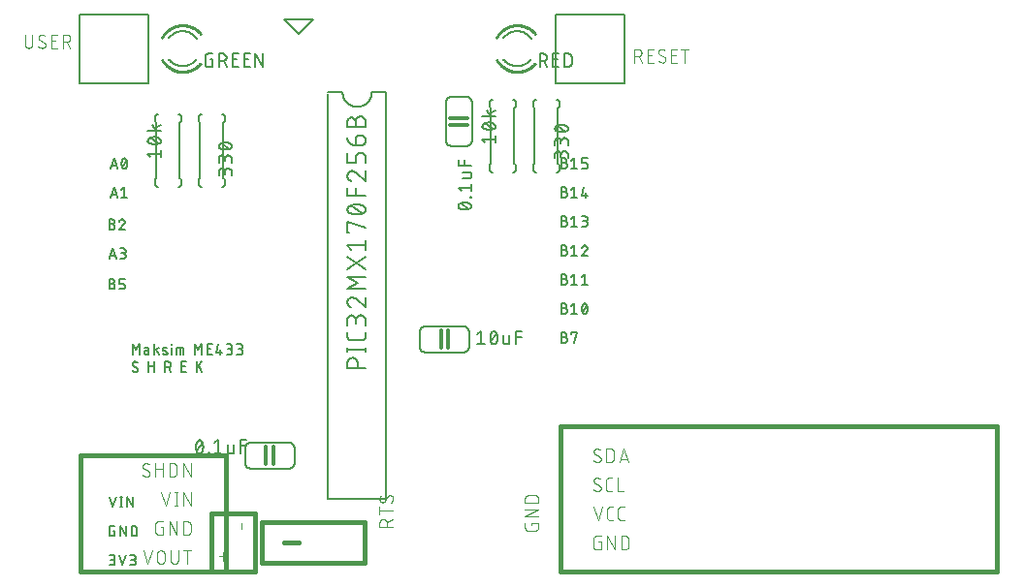
<source format=gbr>
G04 EAGLE Gerber RS-274X export*
G75*
%MOMM*%
%FSLAX34Y34*%
%LPD*%
%INSilkscreen Top*%
%IPPOS*%
%AMOC8*
5,1,8,0,0,1.08239X$1,22.5*%
G01*
%ADD10C,0.127000*%
%ADD11C,0.152400*%
%ADD12C,0.304800*%
%ADD13C,0.254000*%
%ADD14C,0.177800*%
%ADD15C,0.101600*%
%ADD16C,0.406400*%


D10*
X38735Y365125D02*
X41698Y374015D01*
X44662Y365125D01*
X43921Y367348D02*
X39476Y367348D01*
X48373Y369570D02*
X48375Y369745D01*
X48381Y369920D01*
X48392Y370094D01*
X48406Y370269D01*
X48425Y370442D01*
X48448Y370616D01*
X48475Y370789D01*
X48506Y370961D01*
X48541Y371132D01*
X48581Y371302D01*
X48624Y371472D01*
X48672Y371640D01*
X48723Y371807D01*
X48778Y371973D01*
X48838Y372138D01*
X48901Y372301D01*
X48968Y372462D01*
X49039Y372622D01*
X49114Y372780D01*
X49114Y372781D02*
X49143Y372859D01*
X49175Y372937D01*
X49212Y373012D01*
X49251Y373086D01*
X49294Y373158D01*
X49340Y373229D01*
X49390Y373296D01*
X49442Y373362D01*
X49497Y373425D01*
X49556Y373485D01*
X49617Y373543D01*
X49680Y373598D01*
X49746Y373650D01*
X49815Y373699D01*
X49885Y373744D01*
X49957Y373787D01*
X50032Y373826D01*
X50108Y373861D01*
X50185Y373893D01*
X50264Y373921D01*
X50345Y373946D01*
X50426Y373967D01*
X50508Y373984D01*
X50591Y373998D01*
X50674Y374007D01*
X50758Y374013D01*
X50842Y374015D01*
X50926Y374013D01*
X51010Y374007D01*
X51093Y373998D01*
X51176Y373984D01*
X51258Y373967D01*
X51339Y373946D01*
X51420Y373921D01*
X51499Y373893D01*
X51576Y373861D01*
X51652Y373826D01*
X51727Y373787D01*
X51799Y373744D01*
X51870Y373699D01*
X51938Y373650D01*
X52004Y373598D01*
X52067Y373543D01*
X52128Y373485D01*
X52187Y373425D01*
X52242Y373362D01*
X52294Y373296D01*
X52344Y373229D01*
X52390Y373158D01*
X52433Y373086D01*
X52472Y373012D01*
X52509Y372937D01*
X52541Y372859D01*
X52570Y372780D01*
X52571Y372780D02*
X52646Y372622D01*
X52717Y372462D01*
X52784Y372301D01*
X52847Y372138D01*
X52907Y371973D01*
X52962Y371807D01*
X53013Y371640D01*
X53061Y371472D01*
X53104Y371302D01*
X53144Y371132D01*
X53179Y370961D01*
X53210Y370789D01*
X53237Y370616D01*
X53260Y370442D01*
X53279Y370269D01*
X53293Y370094D01*
X53304Y369920D01*
X53310Y369745D01*
X53312Y369570D01*
X48373Y369570D02*
X48375Y369395D01*
X48381Y369220D01*
X48392Y369046D01*
X48406Y368871D01*
X48425Y368698D01*
X48448Y368524D01*
X48475Y368351D01*
X48506Y368179D01*
X48541Y368008D01*
X48581Y367838D01*
X48624Y367668D01*
X48672Y367500D01*
X48723Y367333D01*
X48778Y367167D01*
X48838Y367002D01*
X48901Y366839D01*
X48968Y366678D01*
X49039Y366518D01*
X49114Y366360D01*
X49114Y366359D02*
X49143Y366281D01*
X49175Y366203D01*
X49212Y366128D01*
X49251Y366054D01*
X49294Y365981D01*
X49340Y365911D01*
X49390Y365844D01*
X49442Y365778D01*
X49498Y365715D01*
X49556Y365655D01*
X49617Y365597D01*
X49680Y365542D01*
X49746Y365490D01*
X49815Y365441D01*
X49885Y365396D01*
X49957Y365353D01*
X50032Y365314D01*
X50108Y365279D01*
X50185Y365247D01*
X50264Y365219D01*
X50345Y365194D01*
X50426Y365173D01*
X50508Y365156D01*
X50591Y365142D01*
X50674Y365133D01*
X50758Y365127D01*
X50842Y365125D01*
X52571Y366360D02*
X52646Y366518D01*
X52717Y366678D01*
X52784Y366839D01*
X52847Y367002D01*
X52907Y367167D01*
X52962Y367333D01*
X53013Y367500D01*
X53061Y367668D01*
X53104Y367838D01*
X53144Y368008D01*
X53179Y368179D01*
X53210Y368351D01*
X53237Y368524D01*
X53260Y368698D01*
X53279Y368871D01*
X53293Y369046D01*
X53304Y369220D01*
X53310Y369395D01*
X53312Y369570D01*
X52570Y366359D02*
X52541Y366281D01*
X52509Y366203D01*
X52472Y366128D01*
X52433Y366054D01*
X52390Y365982D01*
X52344Y365911D01*
X52294Y365844D01*
X52242Y365778D01*
X52187Y365715D01*
X52128Y365655D01*
X52067Y365597D01*
X52004Y365542D01*
X51938Y365490D01*
X51870Y365441D01*
X51799Y365396D01*
X51727Y365353D01*
X51652Y365314D01*
X51576Y365279D01*
X51499Y365247D01*
X51420Y365219D01*
X51339Y365194D01*
X51258Y365173D01*
X51176Y365156D01*
X51093Y365142D01*
X51010Y365133D01*
X50926Y365127D01*
X50842Y365125D01*
X48867Y367101D02*
X52818Y372039D01*
X41698Y348615D02*
X38735Y339725D01*
X44662Y339725D02*
X41698Y348615D01*
X43921Y341948D02*
X39476Y341948D01*
X48373Y346639D02*
X50842Y348615D01*
X50842Y339725D01*
X48373Y339725D02*
X53312Y339725D01*
X39934Y316724D02*
X37465Y316724D01*
X39934Y316723D02*
X40032Y316721D01*
X40130Y316715D01*
X40228Y316705D01*
X40325Y316692D01*
X40422Y316674D01*
X40518Y316653D01*
X40612Y316628D01*
X40706Y316599D01*
X40799Y316567D01*
X40890Y316530D01*
X40980Y316491D01*
X41068Y316447D01*
X41154Y316400D01*
X41239Y316350D01*
X41321Y316297D01*
X41401Y316240D01*
X41479Y316180D01*
X41554Y316117D01*
X41627Y316051D01*
X41697Y315982D01*
X41764Y315911D01*
X41829Y315837D01*
X41890Y315760D01*
X41949Y315681D01*
X42004Y315600D01*
X42056Y315517D01*
X42104Y315431D01*
X42149Y315344D01*
X42191Y315255D01*
X42229Y315165D01*
X42263Y315073D01*
X42294Y314980D01*
X42321Y314885D01*
X42344Y314790D01*
X42364Y314693D01*
X42379Y314597D01*
X42391Y314499D01*
X42399Y314401D01*
X42403Y314303D01*
X42403Y314205D01*
X42399Y314107D01*
X42391Y314009D01*
X42379Y313911D01*
X42364Y313815D01*
X42344Y313718D01*
X42321Y313623D01*
X42294Y313528D01*
X42263Y313435D01*
X42229Y313343D01*
X42191Y313253D01*
X42149Y313164D01*
X42104Y313077D01*
X42056Y312991D01*
X42004Y312908D01*
X41949Y312827D01*
X41890Y312748D01*
X41829Y312671D01*
X41764Y312597D01*
X41697Y312526D01*
X41627Y312457D01*
X41554Y312391D01*
X41479Y312328D01*
X41401Y312268D01*
X41321Y312211D01*
X41239Y312158D01*
X41154Y312108D01*
X41068Y312061D01*
X40980Y312017D01*
X40890Y311978D01*
X40799Y311941D01*
X40706Y311909D01*
X40612Y311880D01*
X40518Y311855D01*
X40422Y311834D01*
X40325Y311816D01*
X40228Y311803D01*
X40130Y311793D01*
X40032Y311787D01*
X39934Y311785D01*
X37465Y311785D01*
X37465Y320675D01*
X39934Y320675D01*
X40021Y320673D01*
X40109Y320667D01*
X40196Y320658D01*
X40282Y320644D01*
X40368Y320627D01*
X40452Y320606D01*
X40536Y320581D01*
X40619Y320552D01*
X40700Y320520D01*
X40780Y320485D01*
X40858Y320446D01*
X40935Y320403D01*
X41009Y320357D01*
X41081Y320308D01*
X41151Y320256D01*
X41219Y320200D01*
X41284Y320142D01*
X41347Y320081D01*
X41406Y320017D01*
X41463Y319950D01*
X41517Y319882D01*
X41568Y319810D01*
X41615Y319737D01*
X41660Y319662D01*
X41701Y319584D01*
X41738Y319505D01*
X41772Y319425D01*
X41802Y319343D01*
X41829Y319260D01*
X41852Y319175D01*
X41871Y319090D01*
X41886Y319004D01*
X41898Y318917D01*
X41906Y318830D01*
X41910Y318743D01*
X41910Y318655D01*
X41906Y318568D01*
X41898Y318481D01*
X41886Y318394D01*
X41871Y318308D01*
X41852Y318223D01*
X41829Y318138D01*
X41802Y318055D01*
X41772Y317973D01*
X41738Y317893D01*
X41701Y317814D01*
X41660Y317736D01*
X41615Y317661D01*
X41568Y317588D01*
X41517Y317516D01*
X41463Y317448D01*
X41406Y317381D01*
X41347Y317317D01*
X41284Y317256D01*
X41219Y317198D01*
X41151Y317142D01*
X41081Y317090D01*
X41009Y317041D01*
X40935Y316995D01*
X40858Y316952D01*
X40780Y316913D01*
X40700Y316878D01*
X40619Y316846D01*
X40536Y316817D01*
X40452Y316792D01*
X40368Y316771D01*
X40282Y316754D01*
X40196Y316740D01*
X40109Y316731D01*
X40021Y316725D01*
X39934Y316723D01*
X48847Y320676D02*
X48939Y320674D01*
X49031Y320668D01*
X49122Y320659D01*
X49213Y320646D01*
X49303Y320629D01*
X49393Y320608D01*
X49481Y320584D01*
X49569Y320556D01*
X49655Y320524D01*
X49740Y320489D01*
X49823Y320450D01*
X49905Y320408D01*
X49985Y320363D01*
X50063Y320314D01*
X50139Y320262D01*
X50212Y320207D01*
X50284Y320149D01*
X50353Y320089D01*
X50419Y320025D01*
X50483Y319959D01*
X50543Y319890D01*
X50601Y319818D01*
X50656Y319745D01*
X50708Y319669D01*
X50757Y319591D01*
X50802Y319511D01*
X50844Y319429D01*
X50883Y319346D01*
X50918Y319261D01*
X50950Y319175D01*
X50978Y319087D01*
X51002Y318999D01*
X51023Y318909D01*
X51040Y318819D01*
X51053Y318728D01*
X51062Y318637D01*
X51068Y318545D01*
X51070Y318453D01*
X48847Y320675D02*
X48741Y320673D01*
X48636Y320667D01*
X48531Y320657D01*
X48426Y320644D01*
X48322Y320626D01*
X48219Y320605D01*
X48116Y320580D01*
X48014Y320551D01*
X47914Y320518D01*
X47815Y320482D01*
X47717Y320442D01*
X47621Y320398D01*
X47526Y320351D01*
X47434Y320301D01*
X47343Y320247D01*
X47254Y320189D01*
X47168Y320129D01*
X47084Y320065D01*
X47002Y319999D01*
X46922Y319929D01*
X46846Y319856D01*
X46772Y319781D01*
X46701Y319703D01*
X46633Y319622D01*
X46567Y319539D01*
X46505Y319453D01*
X46447Y319366D01*
X46391Y319276D01*
X46339Y319184D01*
X46290Y319090D01*
X46245Y318995D01*
X46203Y318898D01*
X46165Y318799D01*
X46131Y318700D01*
X50328Y316724D02*
X50397Y316793D01*
X50463Y316863D01*
X50526Y316937D01*
X50585Y317013D01*
X50642Y317091D01*
X50696Y317171D01*
X50746Y317254D01*
X50793Y317338D01*
X50836Y317425D01*
X50876Y317513D01*
X50912Y317602D01*
X50945Y317693D01*
X50974Y317785D01*
X50999Y317879D01*
X51020Y317973D01*
X51038Y318068D01*
X51051Y318164D01*
X51061Y318260D01*
X51067Y318356D01*
X51069Y318453D01*
X50329Y316724D02*
X46131Y311785D01*
X51070Y311785D01*
X40428Y295275D02*
X37465Y286385D01*
X43392Y286385D02*
X40428Y295275D01*
X42651Y288608D02*
X38206Y288608D01*
X47103Y286385D02*
X49572Y286385D01*
X49670Y286387D01*
X49768Y286393D01*
X49866Y286403D01*
X49963Y286416D01*
X50060Y286434D01*
X50156Y286455D01*
X50250Y286480D01*
X50344Y286509D01*
X50437Y286541D01*
X50528Y286578D01*
X50618Y286617D01*
X50706Y286661D01*
X50792Y286708D01*
X50877Y286758D01*
X50959Y286811D01*
X51039Y286868D01*
X51117Y286928D01*
X51192Y286991D01*
X51265Y287057D01*
X51335Y287126D01*
X51402Y287197D01*
X51467Y287271D01*
X51528Y287348D01*
X51587Y287427D01*
X51642Y287508D01*
X51694Y287591D01*
X51742Y287677D01*
X51787Y287764D01*
X51829Y287853D01*
X51867Y287943D01*
X51901Y288035D01*
X51932Y288128D01*
X51959Y288223D01*
X51982Y288318D01*
X52002Y288415D01*
X52017Y288511D01*
X52029Y288609D01*
X52037Y288707D01*
X52041Y288805D01*
X52041Y288903D01*
X52037Y289001D01*
X52029Y289099D01*
X52017Y289197D01*
X52002Y289293D01*
X51982Y289390D01*
X51959Y289485D01*
X51932Y289580D01*
X51901Y289673D01*
X51867Y289765D01*
X51829Y289855D01*
X51787Y289944D01*
X51742Y290031D01*
X51694Y290117D01*
X51642Y290200D01*
X51587Y290281D01*
X51528Y290360D01*
X51467Y290437D01*
X51402Y290511D01*
X51335Y290582D01*
X51265Y290651D01*
X51192Y290717D01*
X51117Y290780D01*
X51039Y290840D01*
X50959Y290897D01*
X50877Y290950D01*
X50792Y291000D01*
X50706Y291047D01*
X50618Y291091D01*
X50528Y291130D01*
X50437Y291167D01*
X50344Y291199D01*
X50250Y291228D01*
X50156Y291253D01*
X50060Y291274D01*
X49963Y291292D01*
X49866Y291305D01*
X49768Y291315D01*
X49670Y291321D01*
X49572Y291323D01*
X50066Y295275D02*
X47103Y295275D01*
X50066Y295275D02*
X50153Y295273D01*
X50241Y295267D01*
X50328Y295258D01*
X50414Y295244D01*
X50500Y295227D01*
X50584Y295206D01*
X50668Y295181D01*
X50751Y295152D01*
X50832Y295120D01*
X50912Y295085D01*
X50990Y295046D01*
X51067Y295003D01*
X51141Y294957D01*
X51213Y294908D01*
X51283Y294856D01*
X51351Y294800D01*
X51416Y294742D01*
X51479Y294681D01*
X51538Y294617D01*
X51595Y294550D01*
X51649Y294482D01*
X51700Y294410D01*
X51747Y294337D01*
X51792Y294262D01*
X51833Y294184D01*
X51870Y294105D01*
X51904Y294025D01*
X51934Y293943D01*
X51961Y293860D01*
X51984Y293775D01*
X52003Y293690D01*
X52018Y293604D01*
X52030Y293517D01*
X52038Y293430D01*
X52042Y293343D01*
X52042Y293255D01*
X52038Y293168D01*
X52030Y293081D01*
X52018Y292994D01*
X52003Y292908D01*
X51984Y292823D01*
X51961Y292738D01*
X51934Y292655D01*
X51904Y292573D01*
X51870Y292493D01*
X51833Y292414D01*
X51792Y292336D01*
X51747Y292261D01*
X51700Y292188D01*
X51649Y292116D01*
X51595Y292048D01*
X51538Y291981D01*
X51479Y291917D01*
X51416Y291856D01*
X51351Y291798D01*
X51283Y291742D01*
X51213Y291690D01*
X51141Y291641D01*
X51067Y291595D01*
X50990Y291552D01*
X50912Y291513D01*
X50832Y291478D01*
X50751Y291446D01*
X50668Y291417D01*
X50584Y291392D01*
X50500Y291371D01*
X50414Y291354D01*
X50328Y291340D01*
X50241Y291331D01*
X50153Y291325D01*
X50066Y291323D01*
X50066Y291324D02*
X48091Y291324D01*
X39934Y264654D02*
X37465Y264654D01*
X39934Y264653D02*
X40032Y264651D01*
X40130Y264645D01*
X40228Y264635D01*
X40325Y264622D01*
X40422Y264604D01*
X40518Y264583D01*
X40612Y264558D01*
X40706Y264529D01*
X40799Y264497D01*
X40890Y264460D01*
X40980Y264421D01*
X41068Y264377D01*
X41154Y264330D01*
X41239Y264280D01*
X41321Y264227D01*
X41401Y264170D01*
X41479Y264110D01*
X41554Y264047D01*
X41627Y263981D01*
X41697Y263912D01*
X41764Y263841D01*
X41829Y263767D01*
X41890Y263690D01*
X41949Y263611D01*
X42004Y263530D01*
X42056Y263447D01*
X42104Y263361D01*
X42149Y263274D01*
X42191Y263185D01*
X42229Y263095D01*
X42263Y263003D01*
X42294Y262910D01*
X42321Y262815D01*
X42344Y262720D01*
X42364Y262623D01*
X42379Y262527D01*
X42391Y262429D01*
X42399Y262331D01*
X42403Y262233D01*
X42403Y262135D01*
X42399Y262037D01*
X42391Y261939D01*
X42379Y261841D01*
X42364Y261745D01*
X42344Y261648D01*
X42321Y261553D01*
X42294Y261458D01*
X42263Y261365D01*
X42229Y261273D01*
X42191Y261183D01*
X42149Y261094D01*
X42104Y261007D01*
X42056Y260921D01*
X42004Y260838D01*
X41949Y260757D01*
X41890Y260678D01*
X41829Y260601D01*
X41764Y260527D01*
X41697Y260456D01*
X41627Y260387D01*
X41554Y260321D01*
X41479Y260258D01*
X41401Y260198D01*
X41321Y260141D01*
X41239Y260088D01*
X41154Y260038D01*
X41068Y259991D01*
X40980Y259947D01*
X40890Y259908D01*
X40799Y259871D01*
X40706Y259839D01*
X40612Y259810D01*
X40518Y259785D01*
X40422Y259764D01*
X40325Y259746D01*
X40228Y259733D01*
X40130Y259723D01*
X40032Y259717D01*
X39934Y259715D01*
X37465Y259715D01*
X37465Y268605D01*
X39934Y268605D01*
X40021Y268603D01*
X40109Y268597D01*
X40196Y268588D01*
X40282Y268574D01*
X40368Y268557D01*
X40452Y268536D01*
X40536Y268511D01*
X40619Y268482D01*
X40700Y268450D01*
X40780Y268415D01*
X40858Y268376D01*
X40935Y268333D01*
X41009Y268287D01*
X41081Y268238D01*
X41151Y268186D01*
X41219Y268130D01*
X41284Y268072D01*
X41347Y268011D01*
X41406Y267947D01*
X41463Y267880D01*
X41517Y267812D01*
X41568Y267740D01*
X41615Y267667D01*
X41660Y267592D01*
X41701Y267514D01*
X41738Y267435D01*
X41772Y267355D01*
X41802Y267273D01*
X41829Y267190D01*
X41852Y267105D01*
X41871Y267020D01*
X41886Y266934D01*
X41898Y266847D01*
X41906Y266760D01*
X41910Y266673D01*
X41910Y266585D01*
X41906Y266498D01*
X41898Y266411D01*
X41886Y266324D01*
X41871Y266238D01*
X41852Y266153D01*
X41829Y266068D01*
X41802Y265985D01*
X41772Y265903D01*
X41738Y265823D01*
X41701Y265744D01*
X41660Y265666D01*
X41615Y265591D01*
X41568Y265518D01*
X41517Y265446D01*
X41463Y265378D01*
X41406Y265311D01*
X41347Y265247D01*
X41284Y265186D01*
X41219Y265128D01*
X41151Y265072D01*
X41081Y265020D01*
X41009Y264971D01*
X40935Y264925D01*
X40858Y264882D01*
X40780Y264843D01*
X40700Y264808D01*
X40619Y264776D01*
X40536Y264747D01*
X40452Y264722D01*
X40368Y264701D01*
X40282Y264684D01*
X40196Y264670D01*
X40109Y264661D01*
X40021Y264655D01*
X39934Y264653D01*
X46131Y259715D02*
X49094Y259715D01*
X49183Y259717D01*
X49271Y259723D01*
X49359Y259733D01*
X49447Y259747D01*
X49534Y259765D01*
X49620Y259786D01*
X49705Y259812D01*
X49788Y259841D01*
X49871Y259874D01*
X49951Y259911D01*
X50030Y259951D01*
X50107Y259995D01*
X50183Y260042D01*
X50255Y260092D01*
X50326Y260146D01*
X50394Y260203D01*
X50460Y260263D01*
X50522Y260325D01*
X50582Y260391D01*
X50639Y260459D01*
X50693Y260530D01*
X50743Y260602D01*
X50790Y260677D01*
X50834Y260755D01*
X50874Y260834D01*
X50911Y260914D01*
X50944Y260997D01*
X50973Y261080D01*
X50999Y261165D01*
X51020Y261251D01*
X51038Y261338D01*
X51052Y261426D01*
X51062Y261514D01*
X51068Y261602D01*
X51070Y261691D01*
X51070Y262678D01*
X51068Y262764D01*
X51062Y262850D01*
X51053Y262936D01*
X51040Y263021D01*
X51023Y263106D01*
X51003Y263189D01*
X50979Y263272D01*
X50951Y263354D01*
X50920Y263434D01*
X50885Y263513D01*
X50847Y263590D01*
X50805Y263666D01*
X50761Y263740D01*
X50713Y263811D01*
X50662Y263881D01*
X50608Y263948D01*
X50551Y264013D01*
X50491Y264075D01*
X50429Y264135D01*
X50364Y264192D01*
X50297Y264246D01*
X50227Y264297D01*
X50156Y264345D01*
X50082Y264389D01*
X50006Y264431D01*
X49929Y264469D01*
X49850Y264504D01*
X49770Y264535D01*
X49688Y264563D01*
X49605Y264587D01*
X49522Y264607D01*
X49437Y264624D01*
X49352Y264637D01*
X49266Y264646D01*
X49180Y264652D01*
X49094Y264654D01*
X46131Y264654D01*
X46131Y268605D01*
X51070Y268605D01*
X432435Y370064D02*
X434904Y370064D01*
X434904Y370063D02*
X435002Y370061D01*
X435100Y370055D01*
X435198Y370045D01*
X435295Y370032D01*
X435392Y370014D01*
X435488Y369993D01*
X435582Y369968D01*
X435676Y369939D01*
X435769Y369907D01*
X435860Y369870D01*
X435950Y369831D01*
X436038Y369787D01*
X436124Y369740D01*
X436209Y369690D01*
X436291Y369637D01*
X436371Y369580D01*
X436449Y369520D01*
X436524Y369457D01*
X436597Y369391D01*
X436667Y369322D01*
X436734Y369251D01*
X436799Y369177D01*
X436860Y369100D01*
X436919Y369021D01*
X436974Y368940D01*
X437026Y368857D01*
X437074Y368771D01*
X437119Y368684D01*
X437161Y368595D01*
X437199Y368505D01*
X437233Y368413D01*
X437264Y368320D01*
X437291Y368225D01*
X437314Y368130D01*
X437334Y368033D01*
X437349Y367937D01*
X437361Y367839D01*
X437369Y367741D01*
X437373Y367643D01*
X437373Y367545D01*
X437369Y367447D01*
X437361Y367349D01*
X437349Y367251D01*
X437334Y367155D01*
X437314Y367058D01*
X437291Y366963D01*
X437264Y366868D01*
X437233Y366775D01*
X437199Y366683D01*
X437161Y366593D01*
X437119Y366504D01*
X437074Y366417D01*
X437026Y366331D01*
X436974Y366248D01*
X436919Y366167D01*
X436860Y366088D01*
X436799Y366011D01*
X436734Y365937D01*
X436667Y365866D01*
X436597Y365797D01*
X436524Y365731D01*
X436449Y365668D01*
X436371Y365608D01*
X436291Y365551D01*
X436209Y365498D01*
X436124Y365448D01*
X436038Y365401D01*
X435950Y365357D01*
X435860Y365318D01*
X435769Y365281D01*
X435676Y365249D01*
X435582Y365220D01*
X435488Y365195D01*
X435392Y365174D01*
X435295Y365156D01*
X435198Y365143D01*
X435100Y365133D01*
X435002Y365127D01*
X434904Y365125D01*
X432435Y365125D01*
X432435Y374015D01*
X434904Y374015D01*
X434991Y374013D01*
X435079Y374007D01*
X435166Y373998D01*
X435252Y373984D01*
X435338Y373967D01*
X435422Y373946D01*
X435506Y373921D01*
X435589Y373892D01*
X435670Y373860D01*
X435750Y373825D01*
X435828Y373786D01*
X435905Y373743D01*
X435979Y373697D01*
X436051Y373648D01*
X436121Y373596D01*
X436189Y373540D01*
X436254Y373482D01*
X436317Y373421D01*
X436376Y373357D01*
X436433Y373290D01*
X436487Y373222D01*
X436538Y373150D01*
X436585Y373077D01*
X436630Y373002D01*
X436671Y372924D01*
X436708Y372845D01*
X436742Y372765D01*
X436772Y372683D01*
X436799Y372600D01*
X436822Y372515D01*
X436841Y372430D01*
X436856Y372344D01*
X436868Y372257D01*
X436876Y372170D01*
X436880Y372083D01*
X436880Y371995D01*
X436876Y371908D01*
X436868Y371821D01*
X436856Y371734D01*
X436841Y371648D01*
X436822Y371563D01*
X436799Y371478D01*
X436772Y371395D01*
X436742Y371313D01*
X436708Y371233D01*
X436671Y371154D01*
X436630Y371076D01*
X436585Y371001D01*
X436538Y370928D01*
X436487Y370856D01*
X436433Y370788D01*
X436376Y370721D01*
X436317Y370657D01*
X436254Y370596D01*
X436189Y370538D01*
X436121Y370482D01*
X436051Y370430D01*
X435979Y370381D01*
X435905Y370335D01*
X435828Y370292D01*
X435750Y370253D01*
X435670Y370218D01*
X435589Y370186D01*
X435506Y370157D01*
X435422Y370132D01*
X435338Y370111D01*
X435252Y370094D01*
X435166Y370080D01*
X435079Y370071D01*
X434991Y370065D01*
X434904Y370063D01*
X441101Y372039D02*
X443570Y374015D01*
X443570Y365125D01*
X441101Y365125D02*
X446040Y365125D01*
X450245Y365125D02*
X453208Y365125D01*
X453297Y365127D01*
X453385Y365133D01*
X453473Y365143D01*
X453561Y365157D01*
X453648Y365175D01*
X453734Y365196D01*
X453819Y365222D01*
X453902Y365251D01*
X453985Y365284D01*
X454065Y365321D01*
X454144Y365361D01*
X454221Y365405D01*
X454297Y365452D01*
X454369Y365502D01*
X454440Y365556D01*
X454508Y365613D01*
X454574Y365673D01*
X454636Y365735D01*
X454696Y365801D01*
X454753Y365869D01*
X454807Y365940D01*
X454857Y366012D01*
X454904Y366087D01*
X454948Y366165D01*
X454988Y366244D01*
X455025Y366324D01*
X455058Y366407D01*
X455087Y366490D01*
X455113Y366575D01*
X455134Y366661D01*
X455152Y366748D01*
X455166Y366836D01*
X455176Y366924D01*
X455182Y367012D01*
X455184Y367101D01*
X455184Y368088D01*
X455182Y368174D01*
X455176Y368260D01*
X455167Y368346D01*
X455154Y368431D01*
X455137Y368516D01*
X455117Y368599D01*
X455093Y368682D01*
X455065Y368764D01*
X455034Y368844D01*
X454999Y368923D01*
X454961Y369000D01*
X454919Y369076D01*
X454875Y369150D01*
X454827Y369221D01*
X454776Y369291D01*
X454722Y369358D01*
X454665Y369423D01*
X454605Y369485D01*
X454543Y369545D01*
X454478Y369602D01*
X454411Y369656D01*
X454341Y369707D01*
X454270Y369755D01*
X454196Y369799D01*
X454120Y369841D01*
X454043Y369879D01*
X453964Y369914D01*
X453884Y369945D01*
X453802Y369973D01*
X453719Y369997D01*
X453636Y370017D01*
X453551Y370034D01*
X453466Y370047D01*
X453380Y370056D01*
X453294Y370062D01*
X453208Y370064D01*
X450245Y370064D01*
X450245Y374015D01*
X455184Y374015D01*
X434904Y344664D02*
X432435Y344664D01*
X434904Y344663D02*
X435002Y344661D01*
X435100Y344655D01*
X435198Y344645D01*
X435295Y344632D01*
X435392Y344614D01*
X435488Y344593D01*
X435582Y344568D01*
X435676Y344539D01*
X435769Y344507D01*
X435860Y344470D01*
X435950Y344431D01*
X436038Y344387D01*
X436124Y344340D01*
X436209Y344290D01*
X436291Y344237D01*
X436371Y344180D01*
X436449Y344120D01*
X436524Y344057D01*
X436597Y343991D01*
X436667Y343922D01*
X436734Y343851D01*
X436799Y343777D01*
X436860Y343700D01*
X436919Y343621D01*
X436974Y343540D01*
X437026Y343457D01*
X437074Y343371D01*
X437119Y343284D01*
X437161Y343195D01*
X437199Y343105D01*
X437233Y343013D01*
X437264Y342920D01*
X437291Y342825D01*
X437314Y342730D01*
X437334Y342633D01*
X437349Y342537D01*
X437361Y342439D01*
X437369Y342341D01*
X437373Y342243D01*
X437373Y342145D01*
X437369Y342047D01*
X437361Y341949D01*
X437349Y341851D01*
X437334Y341755D01*
X437314Y341658D01*
X437291Y341563D01*
X437264Y341468D01*
X437233Y341375D01*
X437199Y341283D01*
X437161Y341193D01*
X437119Y341104D01*
X437074Y341017D01*
X437026Y340931D01*
X436974Y340848D01*
X436919Y340767D01*
X436860Y340688D01*
X436799Y340611D01*
X436734Y340537D01*
X436667Y340466D01*
X436597Y340397D01*
X436524Y340331D01*
X436449Y340268D01*
X436371Y340208D01*
X436291Y340151D01*
X436209Y340098D01*
X436124Y340048D01*
X436038Y340001D01*
X435950Y339957D01*
X435860Y339918D01*
X435769Y339881D01*
X435676Y339849D01*
X435582Y339820D01*
X435488Y339795D01*
X435392Y339774D01*
X435295Y339756D01*
X435198Y339743D01*
X435100Y339733D01*
X435002Y339727D01*
X434904Y339725D01*
X432435Y339725D01*
X432435Y348615D01*
X434904Y348615D01*
X434991Y348613D01*
X435079Y348607D01*
X435166Y348598D01*
X435252Y348584D01*
X435338Y348567D01*
X435422Y348546D01*
X435506Y348521D01*
X435589Y348492D01*
X435670Y348460D01*
X435750Y348425D01*
X435828Y348386D01*
X435905Y348343D01*
X435979Y348297D01*
X436051Y348248D01*
X436121Y348196D01*
X436189Y348140D01*
X436254Y348082D01*
X436317Y348021D01*
X436376Y347957D01*
X436433Y347890D01*
X436487Y347822D01*
X436538Y347750D01*
X436585Y347677D01*
X436630Y347602D01*
X436671Y347524D01*
X436708Y347445D01*
X436742Y347365D01*
X436772Y347283D01*
X436799Y347200D01*
X436822Y347115D01*
X436841Y347030D01*
X436856Y346944D01*
X436868Y346857D01*
X436876Y346770D01*
X436880Y346683D01*
X436880Y346595D01*
X436876Y346508D01*
X436868Y346421D01*
X436856Y346334D01*
X436841Y346248D01*
X436822Y346163D01*
X436799Y346078D01*
X436772Y345995D01*
X436742Y345913D01*
X436708Y345833D01*
X436671Y345754D01*
X436630Y345676D01*
X436585Y345601D01*
X436538Y345528D01*
X436487Y345456D01*
X436433Y345388D01*
X436376Y345321D01*
X436317Y345257D01*
X436254Y345196D01*
X436189Y345138D01*
X436121Y345082D01*
X436051Y345030D01*
X435979Y344981D01*
X435905Y344935D01*
X435828Y344892D01*
X435750Y344853D01*
X435670Y344818D01*
X435589Y344786D01*
X435506Y344757D01*
X435422Y344732D01*
X435338Y344711D01*
X435252Y344694D01*
X435166Y344680D01*
X435079Y344671D01*
X434991Y344665D01*
X434904Y344663D01*
X441101Y346639D02*
X443570Y348615D01*
X443570Y339725D01*
X441101Y339725D02*
X446040Y339725D01*
X450245Y341701D02*
X452220Y348615D01*
X450245Y341701D02*
X455184Y341701D01*
X453702Y343676D02*
X453702Y339725D01*
X434904Y319264D02*
X432435Y319264D01*
X434904Y319263D02*
X435002Y319261D01*
X435100Y319255D01*
X435198Y319245D01*
X435295Y319232D01*
X435392Y319214D01*
X435488Y319193D01*
X435582Y319168D01*
X435676Y319139D01*
X435769Y319107D01*
X435860Y319070D01*
X435950Y319031D01*
X436038Y318987D01*
X436124Y318940D01*
X436209Y318890D01*
X436291Y318837D01*
X436371Y318780D01*
X436449Y318720D01*
X436524Y318657D01*
X436597Y318591D01*
X436667Y318522D01*
X436734Y318451D01*
X436799Y318377D01*
X436860Y318300D01*
X436919Y318221D01*
X436974Y318140D01*
X437026Y318057D01*
X437074Y317971D01*
X437119Y317884D01*
X437161Y317795D01*
X437199Y317705D01*
X437233Y317613D01*
X437264Y317520D01*
X437291Y317425D01*
X437314Y317330D01*
X437334Y317233D01*
X437349Y317137D01*
X437361Y317039D01*
X437369Y316941D01*
X437373Y316843D01*
X437373Y316745D01*
X437369Y316647D01*
X437361Y316549D01*
X437349Y316451D01*
X437334Y316355D01*
X437314Y316258D01*
X437291Y316163D01*
X437264Y316068D01*
X437233Y315975D01*
X437199Y315883D01*
X437161Y315793D01*
X437119Y315704D01*
X437074Y315617D01*
X437026Y315531D01*
X436974Y315448D01*
X436919Y315367D01*
X436860Y315288D01*
X436799Y315211D01*
X436734Y315137D01*
X436667Y315066D01*
X436597Y314997D01*
X436524Y314931D01*
X436449Y314868D01*
X436371Y314808D01*
X436291Y314751D01*
X436209Y314698D01*
X436124Y314648D01*
X436038Y314601D01*
X435950Y314557D01*
X435860Y314518D01*
X435769Y314481D01*
X435676Y314449D01*
X435582Y314420D01*
X435488Y314395D01*
X435392Y314374D01*
X435295Y314356D01*
X435198Y314343D01*
X435100Y314333D01*
X435002Y314327D01*
X434904Y314325D01*
X432435Y314325D01*
X432435Y323215D01*
X434904Y323215D01*
X434991Y323213D01*
X435079Y323207D01*
X435166Y323198D01*
X435252Y323184D01*
X435338Y323167D01*
X435422Y323146D01*
X435506Y323121D01*
X435589Y323092D01*
X435670Y323060D01*
X435750Y323025D01*
X435828Y322986D01*
X435905Y322943D01*
X435979Y322897D01*
X436051Y322848D01*
X436121Y322796D01*
X436189Y322740D01*
X436254Y322682D01*
X436317Y322621D01*
X436376Y322557D01*
X436433Y322490D01*
X436487Y322422D01*
X436538Y322350D01*
X436585Y322277D01*
X436630Y322202D01*
X436671Y322124D01*
X436708Y322045D01*
X436742Y321965D01*
X436772Y321883D01*
X436799Y321800D01*
X436822Y321715D01*
X436841Y321630D01*
X436856Y321544D01*
X436868Y321457D01*
X436876Y321370D01*
X436880Y321283D01*
X436880Y321195D01*
X436876Y321108D01*
X436868Y321021D01*
X436856Y320934D01*
X436841Y320848D01*
X436822Y320763D01*
X436799Y320678D01*
X436772Y320595D01*
X436742Y320513D01*
X436708Y320433D01*
X436671Y320354D01*
X436630Y320276D01*
X436585Y320201D01*
X436538Y320128D01*
X436487Y320056D01*
X436433Y319988D01*
X436376Y319921D01*
X436317Y319857D01*
X436254Y319796D01*
X436189Y319738D01*
X436121Y319682D01*
X436051Y319630D01*
X435979Y319581D01*
X435905Y319535D01*
X435828Y319492D01*
X435750Y319453D01*
X435670Y319418D01*
X435589Y319386D01*
X435506Y319357D01*
X435422Y319332D01*
X435338Y319311D01*
X435252Y319294D01*
X435166Y319280D01*
X435079Y319271D01*
X434991Y319265D01*
X434904Y319263D01*
X441101Y321239D02*
X443570Y323215D01*
X443570Y314325D01*
X441101Y314325D02*
X446040Y314325D01*
X450245Y314325D02*
X452714Y314325D01*
X452812Y314327D01*
X452910Y314333D01*
X453008Y314343D01*
X453105Y314356D01*
X453202Y314374D01*
X453298Y314395D01*
X453392Y314420D01*
X453486Y314449D01*
X453579Y314481D01*
X453670Y314518D01*
X453760Y314557D01*
X453848Y314601D01*
X453934Y314648D01*
X454019Y314698D01*
X454101Y314751D01*
X454181Y314808D01*
X454259Y314868D01*
X454334Y314931D01*
X454407Y314997D01*
X454477Y315066D01*
X454544Y315137D01*
X454609Y315211D01*
X454670Y315288D01*
X454729Y315367D01*
X454784Y315448D01*
X454836Y315531D01*
X454884Y315617D01*
X454929Y315704D01*
X454971Y315793D01*
X455009Y315883D01*
X455043Y315975D01*
X455074Y316068D01*
X455101Y316163D01*
X455124Y316258D01*
X455144Y316355D01*
X455159Y316451D01*
X455171Y316549D01*
X455179Y316647D01*
X455183Y316745D01*
X455183Y316843D01*
X455179Y316941D01*
X455171Y317039D01*
X455159Y317137D01*
X455144Y317233D01*
X455124Y317330D01*
X455101Y317425D01*
X455074Y317520D01*
X455043Y317613D01*
X455009Y317705D01*
X454971Y317795D01*
X454929Y317884D01*
X454884Y317971D01*
X454836Y318057D01*
X454784Y318140D01*
X454729Y318221D01*
X454670Y318300D01*
X454609Y318377D01*
X454544Y318451D01*
X454477Y318522D01*
X454407Y318591D01*
X454334Y318657D01*
X454259Y318720D01*
X454181Y318780D01*
X454101Y318837D01*
X454019Y318890D01*
X453934Y318940D01*
X453848Y318987D01*
X453760Y319031D01*
X453670Y319070D01*
X453579Y319107D01*
X453486Y319139D01*
X453392Y319168D01*
X453298Y319193D01*
X453202Y319214D01*
X453105Y319232D01*
X453008Y319245D01*
X452910Y319255D01*
X452812Y319261D01*
X452714Y319263D01*
X453208Y323215D02*
X450245Y323215D01*
X453208Y323215D02*
X453295Y323213D01*
X453383Y323207D01*
X453470Y323198D01*
X453556Y323184D01*
X453642Y323167D01*
X453726Y323146D01*
X453810Y323121D01*
X453893Y323092D01*
X453974Y323060D01*
X454054Y323025D01*
X454132Y322986D01*
X454209Y322943D01*
X454283Y322897D01*
X454355Y322848D01*
X454425Y322796D01*
X454493Y322740D01*
X454558Y322682D01*
X454621Y322621D01*
X454680Y322557D01*
X454737Y322490D01*
X454791Y322422D01*
X454842Y322350D01*
X454889Y322277D01*
X454934Y322202D01*
X454975Y322124D01*
X455012Y322045D01*
X455046Y321965D01*
X455076Y321883D01*
X455103Y321800D01*
X455126Y321715D01*
X455145Y321630D01*
X455160Y321544D01*
X455172Y321457D01*
X455180Y321370D01*
X455184Y321283D01*
X455184Y321195D01*
X455180Y321108D01*
X455172Y321021D01*
X455160Y320934D01*
X455145Y320848D01*
X455126Y320763D01*
X455103Y320678D01*
X455076Y320595D01*
X455046Y320513D01*
X455012Y320433D01*
X454975Y320354D01*
X454934Y320276D01*
X454889Y320201D01*
X454842Y320128D01*
X454791Y320056D01*
X454737Y319988D01*
X454680Y319921D01*
X454621Y319857D01*
X454558Y319796D01*
X454493Y319738D01*
X454425Y319682D01*
X454355Y319630D01*
X454283Y319581D01*
X454209Y319535D01*
X454132Y319492D01*
X454054Y319453D01*
X453974Y319418D01*
X453893Y319386D01*
X453810Y319357D01*
X453726Y319332D01*
X453642Y319311D01*
X453556Y319294D01*
X453470Y319280D01*
X453383Y319271D01*
X453295Y319265D01*
X453208Y319263D01*
X453208Y319264D02*
X451232Y319264D01*
X434904Y293864D02*
X432435Y293864D01*
X434904Y293863D02*
X435002Y293861D01*
X435100Y293855D01*
X435198Y293845D01*
X435295Y293832D01*
X435392Y293814D01*
X435488Y293793D01*
X435582Y293768D01*
X435676Y293739D01*
X435769Y293707D01*
X435860Y293670D01*
X435950Y293631D01*
X436038Y293587D01*
X436124Y293540D01*
X436209Y293490D01*
X436291Y293437D01*
X436371Y293380D01*
X436449Y293320D01*
X436524Y293257D01*
X436597Y293191D01*
X436667Y293122D01*
X436734Y293051D01*
X436799Y292977D01*
X436860Y292900D01*
X436919Y292821D01*
X436974Y292740D01*
X437026Y292657D01*
X437074Y292571D01*
X437119Y292484D01*
X437161Y292395D01*
X437199Y292305D01*
X437233Y292213D01*
X437264Y292120D01*
X437291Y292025D01*
X437314Y291930D01*
X437334Y291833D01*
X437349Y291737D01*
X437361Y291639D01*
X437369Y291541D01*
X437373Y291443D01*
X437373Y291345D01*
X437369Y291247D01*
X437361Y291149D01*
X437349Y291051D01*
X437334Y290955D01*
X437314Y290858D01*
X437291Y290763D01*
X437264Y290668D01*
X437233Y290575D01*
X437199Y290483D01*
X437161Y290393D01*
X437119Y290304D01*
X437074Y290217D01*
X437026Y290131D01*
X436974Y290048D01*
X436919Y289967D01*
X436860Y289888D01*
X436799Y289811D01*
X436734Y289737D01*
X436667Y289666D01*
X436597Y289597D01*
X436524Y289531D01*
X436449Y289468D01*
X436371Y289408D01*
X436291Y289351D01*
X436209Y289298D01*
X436124Y289248D01*
X436038Y289201D01*
X435950Y289157D01*
X435860Y289118D01*
X435769Y289081D01*
X435676Y289049D01*
X435582Y289020D01*
X435488Y288995D01*
X435392Y288974D01*
X435295Y288956D01*
X435198Y288943D01*
X435100Y288933D01*
X435002Y288927D01*
X434904Y288925D01*
X432435Y288925D01*
X432435Y297815D01*
X434904Y297815D01*
X434991Y297813D01*
X435079Y297807D01*
X435166Y297798D01*
X435252Y297784D01*
X435338Y297767D01*
X435422Y297746D01*
X435506Y297721D01*
X435589Y297692D01*
X435670Y297660D01*
X435750Y297625D01*
X435828Y297586D01*
X435905Y297543D01*
X435979Y297497D01*
X436051Y297448D01*
X436121Y297396D01*
X436189Y297340D01*
X436254Y297282D01*
X436317Y297221D01*
X436376Y297157D01*
X436433Y297090D01*
X436487Y297022D01*
X436538Y296950D01*
X436585Y296877D01*
X436630Y296802D01*
X436671Y296724D01*
X436708Y296645D01*
X436742Y296565D01*
X436772Y296483D01*
X436799Y296400D01*
X436822Y296315D01*
X436841Y296230D01*
X436856Y296144D01*
X436868Y296057D01*
X436876Y295970D01*
X436880Y295883D01*
X436880Y295795D01*
X436876Y295708D01*
X436868Y295621D01*
X436856Y295534D01*
X436841Y295448D01*
X436822Y295363D01*
X436799Y295278D01*
X436772Y295195D01*
X436742Y295113D01*
X436708Y295033D01*
X436671Y294954D01*
X436630Y294876D01*
X436585Y294801D01*
X436538Y294728D01*
X436487Y294656D01*
X436433Y294588D01*
X436376Y294521D01*
X436317Y294457D01*
X436254Y294396D01*
X436189Y294338D01*
X436121Y294282D01*
X436051Y294230D01*
X435979Y294181D01*
X435905Y294135D01*
X435828Y294092D01*
X435750Y294053D01*
X435670Y294018D01*
X435589Y293986D01*
X435506Y293957D01*
X435422Y293932D01*
X435338Y293911D01*
X435252Y293894D01*
X435166Y293880D01*
X435079Y293871D01*
X434991Y293865D01*
X434904Y293863D01*
X441101Y295839D02*
X443570Y297815D01*
X443570Y288925D01*
X441101Y288925D02*
X446040Y288925D01*
X452961Y297816D02*
X453053Y297814D01*
X453145Y297808D01*
X453236Y297799D01*
X453327Y297786D01*
X453417Y297769D01*
X453507Y297748D01*
X453595Y297724D01*
X453683Y297696D01*
X453769Y297664D01*
X453854Y297629D01*
X453937Y297590D01*
X454019Y297548D01*
X454099Y297503D01*
X454177Y297454D01*
X454253Y297402D01*
X454326Y297347D01*
X454398Y297289D01*
X454467Y297229D01*
X454533Y297165D01*
X454597Y297099D01*
X454657Y297030D01*
X454715Y296958D01*
X454770Y296885D01*
X454822Y296809D01*
X454871Y296731D01*
X454916Y296651D01*
X454958Y296569D01*
X454997Y296486D01*
X455032Y296401D01*
X455064Y296315D01*
X455092Y296227D01*
X455116Y296139D01*
X455137Y296049D01*
X455154Y295959D01*
X455167Y295868D01*
X455176Y295777D01*
X455182Y295685D01*
X455184Y295593D01*
X452961Y297815D02*
X452855Y297813D01*
X452750Y297807D01*
X452645Y297797D01*
X452540Y297784D01*
X452436Y297766D01*
X452333Y297745D01*
X452230Y297720D01*
X452128Y297691D01*
X452028Y297658D01*
X451929Y297622D01*
X451831Y297582D01*
X451735Y297538D01*
X451640Y297491D01*
X451548Y297441D01*
X451457Y297387D01*
X451368Y297329D01*
X451282Y297269D01*
X451198Y297205D01*
X451116Y297139D01*
X451036Y297069D01*
X450960Y296996D01*
X450886Y296921D01*
X450815Y296843D01*
X450747Y296762D01*
X450681Y296679D01*
X450619Y296593D01*
X450561Y296506D01*
X450505Y296416D01*
X450453Y296324D01*
X450404Y296230D01*
X450359Y296135D01*
X450317Y296038D01*
X450279Y295939D01*
X450245Y295840D01*
X454442Y293864D02*
X454511Y293933D01*
X454577Y294003D01*
X454640Y294077D01*
X454699Y294153D01*
X454756Y294231D01*
X454810Y294311D01*
X454860Y294394D01*
X454907Y294478D01*
X454950Y294565D01*
X454990Y294653D01*
X455026Y294742D01*
X455059Y294833D01*
X455088Y294925D01*
X455113Y295019D01*
X455134Y295113D01*
X455152Y295208D01*
X455165Y295304D01*
X455175Y295400D01*
X455181Y295496D01*
X455183Y295593D01*
X454443Y293864D02*
X450245Y288925D01*
X455184Y288925D01*
X434904Y268464D02*
X432435Y268464D01*
X434904Y268463D02*
X435002Y268461D01*
X435100Y268455D01*
X435198Y268445D01*
X435295Y268432D01*
X435392Y268414D01*
X435488Y268393D01*
X435582Y268368D01*
X435676Y268339D01*
X435769Y268307D01*
X435860Y268270D01*
X435950Y268231D01*
X436038Y268187D01*
X436124Y268140D01*
X436209Y268090D01*
X436291Y268037D01*
X436371Y267980D01*
X436449Y267920D01*
X436524Y267857D01*
X436597Y267791D01*
X436667Y267722D01*
X436734Y267651D01*
X436799Y267577D01*
X436860Y267500D01*
X436919Y267421D01*
X436974Y267340D01*
X437026Y267257D01*
X437074Y267171D01*
X437119Y267084D01*
X437161Y266995D01*
X437199Y266905D01*
X437233Y266813D01*
X437264Y266720D01*
X437291Y266625D01*
X437314Y266530D01*
X437334Y266433D01*
X437349Y266337D01*
X437361Y266239D01*
X437369Y266141D01*
X437373Y266043D01*
X437373Y265945D01*
X437369Y265847D01*
X437361Y265749D01*
X437349Y265651D01*
X437334Y265555D01*
X437314Y265458D01*
X437291Y265363D01*
X437264Y265268D01*
X437233Y265175D01*
X437199Y265083D01*
X437161Y264993D01*
X437119Y264904D01*
X437074Y264817D01*
X437026Y264731D01*
X436974Y264648D01*
X436919Y264567D01*
X436860Y264488D01*
X436799Y264411D01*
X436734Y264337D01*
X436667Y264266D01*
X436597Y264197D01*
X436524Y264131D01*
X436449Y264068D01*
X436371Y264008D01*
X436291Y263951D01*
X436209Y263898D01*
X436124Y263848D01*
X436038Y263801D01*
X435950Y263757D01*
X435860Y263718D01*
X435769Y263681D01*
X435676Y263649D01*
X435582Y263620D01*
X435488Y263595D01*
X435392Y263574D01*
X435295Y263556D01*
X435198Y263543D01*
X435100Y263533D01*
X435002Y263527D01*
X434904Y263525D01*
X432435Y263525D01*
X432435Y272415D01*
X434904Y272415D01*
X434991Y272413D01*
X435079Y272407D01*
X435166Y272398D01*
X435252Y272384D01*
X435338Y272367D01*
X435422Y272346D01*
X435506Y272321D01*
X435589Y272292D01*
X435670Y272260D01*
X435750Y272225D01*
X435828Y272186D01*
X435905Y272143D01*
X435979Y272097D01*
X436051Y272048D01*
X436121Y271996D01*
X436189Y271940D01*
X436254Y271882D01*
X436317Y271821D01*
X436376Y271757D01*
X436433Y271690D01*
X436487Y271622D01*
X436538Y271550D01*
X436585Y271477D01*
X436630Y271402D01*
X436671Y271324D01*
X436708Y271245D01*
X436742Y271165D01*
X436772Y271083D01*
X436799Y271000D01*
X436822Y270915D01*
X436841Y270830D01*
X436856Y270744D01*
X436868Y270657D01*
X436876Y270570D01*
X436880Y270483D01*
X436880Y270395D01*
X436876Y270308D01*
X436868Y270221D01*
X436856Y270134D01*
X436841Y270048D01*
X436822Y269963D01*
X436799Y269878D01*
X436772Y269795D01*
X436742Y269713D01*
X436708Y269633D01*
X436671Y269554D01*
X436630Y269476D01*
X436585Y269401D01*
X436538Y269328D01*
X436487Y269256D01*
X436433Y269188D01*
X436376Y269121D01*
X436317Y269057D01*
X436254Y268996D01*
X436189Y268938D01*
X436121Y268882D01*
X436051Y268830D01*
X435979Y268781D01*
X435905Y268735D01*
X435828Y268692D01*
X435750Y268653D01*
X435670Y268618D01*
X435589Y268586D01*
X435506Y268557D01*
X435422Y268532D01*
X435338Y268511D01*
X435252Y268494D01*
X435166Y268480D01*
X435079Y268471D01*
X434991Y268465D01*
X434904Y268463D01*
X441101Y270439D02*
X443570Y272415D01*
X443570Y263525D01*
X441101Y263525D02*
X446040Y263525D01*
X450245Y270439D02*
X452714Y272415D01*
X452714Y263525D01*
X450245Y263525D02*
X455184Y263525D01*
X434904Y243064D02*
X432435Y243064D01*
X434904Y243063D02*
X435002Y243061D01*
X435100Y243055D01*
X435198Y243045D01*
X435295Y243032D01*
X435392Y243014D01*
X435488Y242993D01*
X435582Y242968D01*
X435676Y242939D01*
X435769Y242907D01*
X435860Y242870D01*
X435950Y242831D01*
X436038Y242787D01*
X436124Y242740D01*
X436209Y242690D01*
X436291Y242637D01*
X436371Y242580D01*
X436449Y242520D01*
X436524Y242457D01*
X436597Y242391D01*
X436667Y242322D01*
X436734Y242251D01*
X436799Y242177D01*
X436860Y242100D01*
X436919Y242021D01*
X436974Y241940D01*
X437026Y241857D01*
X437074Y241771D01*
X437119Y241684D01*
X437161Y241595D01*
X437199Y241505D01*
X437233Y241413D01*
X437264Y241320D01*
X437291Y241225D01*
X437314Y241130D01*
X437334Y241033D01*
X437349Y240937D01*
X437361Y240839D01*
X437369Y240741D01*
X437373Y240643D01*
X437373Y240545D01*
X437369Y240447D01*
X437361Y240349D01*
X437349Y240251D01*
X437334Y240155D01*
X437314Y240058D01*
X437291Y239963D01*
X437264Y239868D01*
X437233Y239775D01*
X437199Y239683D01*
X437161Y239593D01*
X437119Y239504D01*
X437074Y239417D01*
X437026Y239331D01*
X436974Y239248D01*
X436919Y239167D01*
X436860Y239088D01*
X436799Y239011D01*
X436734Y238937D01*
X436667Y238866D01*
X436597Y238797D01*
X436524Y238731D01*
X436449Y238668D01*
X436371Y238608D01*
X436291Y238551D01*
X436209Y238498D01*
X436124Y238448D01*
X436038Y238401D01*
X435950Y238357D01*
X435860Y238318D01*
X435769Y238281D01*
X435676Y238249D01*
X435582Y238220D01*
X435488Y238195D01*
X435392Y238174D01*
X435295Y238156D01*
X435198Y238143D01*
X435100Y238133D01*
X435002Y238127D01*
X434904Y238125D01*
X432435Y238125D01*
X432435Y247015D01*
X434904Y247015D01*
X434991Y247013D01*
X435079Y247007D01*
X435166Y246998D01*
X435252Y246984D01*
X435338Y246967D01*
X435422Y246946D01*
X435506Y246921D01*
X435589Y246892D01*
X435670Y246860D01*
X435750Y246825D01*
X435828Y246786D01*
X435905Y246743D01*
X435979Y246697D01*
X436051Y246648D01*
X436121Y246596D01*
X436189Y246540D01*
X436254Y246482D01*
X436317Y246421D01*
X436376Y246357D01*
X436433Y246290D01*
X436487Y246222D01*
X436538Y246150D01*
X436585Y246077D01*
X436630Y246002D01*
X436671Y245924D01*
X436708Y245845D01*
X436742Y245765D01*
X436772Y245683D01*
X436799Y245600D01*
X436822Y245515D01*
X436841Y245430D01*
X436856Y245344D01*
X436868Y245257D01*
X436876Y245170D01*
X436880Y245083D01*
X436880Y244995D01*
X436876Y244908D01*
X436868Y244821D01*
X436856Y244734D01*
X436841Y244648D01*
X436822Y244563D01*
X436799Y244478D01*
X436772Y244395D01*
X436742Y244313D01*
X436708Y244233D01*
X436671Y244154D01*
X436630Y244076D01*
X436585Y244001D01*
X436538Y243928D01*
X436487Y243856D01*
X436433Y243788D01*
X436376Y243721D01*
X436317Y243657D01*
X436254Y243596D01*
X436189Y243538D01*
X436121Y243482D01*
X436051Y243430D01*
X435979Y243381D01*
X435905Y243335D01*
X435828Y243292D01*
X435750Y243253D01*
X435670Y243218D01*
X435589Y243186D01*
X435506Y243157D01*
X435422Y243132D01*
X435338Y243111D01*
X435252Y243094D01*
X435166Y243080D01*
X435079Y243071D01*
X434991Y243065D01*
X434904Y243063D01*
X441101Y245039D02*
X443570Y247015D01*
X443570Y238125D01*
X441101Y238125D02*
X446040Y238125D01*
X450245Y242570D02*
X450247Y242745D01*
X450253Y242920D01*
X450264Y243094D01*
X450278Y243269D01*
X450297Y243442D01*
X450320Y243616D01*
X450347Y243789D01*
X450378Y243961D01*
X450413Y244132D01*
X450453Y244302D01*
X450496Y244472D01*
X450544Y244640D01*
X450595Y244807D01*
X450650Y244973D01*
X450710Y245138D01*
X450773Y245301D01*
X450840Y245462D01*
X450911Y245622D01*
X450986Y245780D01*
X450986Y245781D02*
X451015Y245859D01*
X451047Y245937D01*
X451084Y246012D01*
X451123Y246086D01*
X451166Y246158D01*
X451212Y246229D01*
X451262Y246296D01*
X451314Y246362D01*
X451369Y246425D01*
X451428Y246485D01*
X451489Y246543D01*
X451552Y246598D01*
X451618Y246650D01*
X451687Y246699D01*
X451757Y246744D01*
X451829Y246787D01*
X451904Y246826D01*
X451980Y246861D01*
X452057Y246893D01*
X452136Y246921D01*
X452217Y246946D01*
X452298Y246967D01*
X452380Y246984D01*
X452463Y246998D01*
X452546Y247007D01*
X452630Y247013D01*
X452714Y247015D01*
X452798Y247013D01*
X452882Y247007D01*
X452965Y246998D01*
X453048Y246984D01*
X453130Y246967D01*
X453211Y246946D01*
X453292Y246921D01*
X453371Y246893D01*
X453448Y246861D01*
X453524Y246826D01*
X453599Y246787D01*
X453671Y246744D01*
X453742Y246699D01*
X453810Y246650D01*
X453876Y246598D01*
X453939Y246543D01*
X454000Y246485D01*
X454059Y246425D01*
X454114Y246362D01*
X454166Y246296D01*
X454216Y246229D01*
X454262Y246158D01*
X454305Y246086D01*
X454344Y246012D01*
X454381Y245937D01*
X454413Y245859D01*
X454442Y245780D01*
X454443Y245780D02*
X454518Y245622D01*
X454589Y245462D01*
X454656Y245301D01*
X454719Y245138D01*
X454779Y244973D01*
X454834Y244807D01*
X454885Y244640D01*
X454933Y244472D01*
X454976Y244302D01*
X455016Y244132D01*
X455051Y243961D01*
X455082Y243789D01*
X455109Y243616D01*
X455132Y243442D01*
X455151Y243269D01*
X455165Y243094D01*
X455176Y242920D01*
X455182Y242745D01*
X455184Y242570D01*
X450245Y242570D02*
X450247Y242395D01*
X450253Y242220D01*
X450264Y242046D01*
X450278Y241871D01*
X450297Y241698D01*
X450320Y241524D01*
X450347Y241351D01*
X450378Y241179D01*
X450413Y241008D01*
X450453Y240838D01*
X450496Y240668D01*
X450544Y240500D01*
X450595Y240333D01*
X450650Y240167D01*
X450710Y240002D01*
X450773Y239839D01*
X450840Y239678D01*
X450911Y239518D01*
X450986Y239360D01*
X450986Y239359D02*
X451015Y239281D01*
X451047Y239203D01*
X451084Y239128D01*
X451123Y239054D01*
X451166Y238981D01*
X451212Y238911D01*
X451262Y238844D01*
X451314Y238778D01*
X451370Y238715D01*
X451428Y238655D01*
X451489Y238597D01*
X451552Y238542D01*
X451618Y238490D01*
X451687Y238441D01*
X451757Y238396D01*
X451829Y238353D01*
X451904Y238314D01*
X451980Y238279D01*
X452057Y238247D01*
X452136Y238219D01*
X452217Y238194D01*
X452298Y238173D01*
X452380Y238156D01*
X452463Y238142D01*
X452546Y238133D01*
X452630Y238127D01*
X452714Y238125D01*
X454442Y239360D02*
X454517Y239518D01*
X454588Y239678D01*
X454655Y239839D01*
X454718Y240002D01*
X454778Y240167D01*
X454833Y240333D01*
X454884Y240500D01*
X454932Y240668D01*
X454975Y240838D01*
X455015Y241008D01*
X455050Y241179D01*
X455081Y241351D01*
X455108Y241524D01*
X455131Y241698D01*
X455150Y241871D01*
X455164Y242046D01*
X455175Y242220D01*
X455181Y242395D01*
X455183Y242570D01*
X454442Y239359D02*
X454413Y239281D01*
X454381Y239203D01*
X454344Y239128D01*
X454305Y239054D01*
X454262Y238982D01*
X454216Y238911D01*
X454166Y238844D01*
X454114Y238778D01*
X454059Y238715D01*
X454000Y238655D01*
X453939Y238597D01*
X453876Y238542D01*
X453810Y238490D01*
X453742Y238441D01*
X453671Y238396D01*
X453599Y238353D01*
X453524Y238314D01*
X453448Y238279D01*
X453371Y238247D01*
X453292Y238219D01*
X453211Y238194D01*
X453130Y238173D01*
X453048Y238156D01*
X452965Y238142D01*
X452882Y238133D01*
X452798Y238127D01*
X452714Y238125D01*
X450739Y240101D02*
X454690Y245039D01*
X434904Y217664D02*
X432435Y217664D01*
X434904Y217663D02*
X435002Y217661D01*
X435100Y217655D01*
X435198Y217645D01*
X435295Y217632D01*
X435392Y217614D01*
X435488Y217593D01*
X435582Y217568D01*
X435676Y217539D01*
X435769Y217507D01*
X435860Y217470D01*
X435950Y217431D01*
X436038Y217387D01*
X436124Y217340D01*
X436209Y217290D01*
X436291Y217237D01*
X436371Y217180D01*
X436449Y217120D01*
X436524Y217057D01*
X436597Y216991D01*
X436667Y216922D01*
X436734Y216851D01*
X436799Y216777D01*
X436860Y216700D01*
X436919Y216621D01*
X436974Y216540D01*
X437026Y216457D01*
X437074Y216371D01*
X437119Y216284D01*
X437161Y216195D01*
X437199Y216105D01*
X437233Y216013D01*
X437264Y215920D01*
X437291Y215825D01*
X437314Y215730D01*
X437334Y215633D01*
X437349Y215537D01*
X437361Y215439D01*
X437369Y215341D01*
X437373Y215243D01*
X437373Y215145D01*
X437369Y215047D01*
X437361Y214949D01*
X437349Y214851D01*
X437334Y214755D01*
X437314Y214658D01*
X437291Y214563D01*
X437264Y214468D01*
X437233Y214375D01*
X437199Y214283D01*
X437161Y214193D01*
X437119Y214104D01*
X437074Y214017D01*
X437026Y213931D01*
X436974Y213848D01*
X436919Y213767D01*
X436860Y213688D01*
X436799Y213611D01*
X436734Y213537D01*
X436667Y213466D01*
X436597Y213397D01*
X436524Y213331D01*
X436449Y213268D01*
X436371Y213208D01*
X436291Y213151D01*
X436209Y213098D01*
X436124Y213048D01*
X436038Y213001D01*
X435950Y212957D01*
X435860Y212918D01*
X435769Y212881D01*
X435676Y212849D01*
X435582Y212820D01*
X435488Y212795D01*
X435392Y212774D01*
X435295Y212756D01*
X435198Y212743D01*
X435100Y212733D01*
X435002Y212727D01*
X434904Y212725D01*
X432435Y212725D01*
X432435Y221615D01*
X434904Y221615D01*
X434991Y221613D01*
X435079Y221607D01*
X435166Y221598D01*
X435252Y221584D01*
X435338Y221567D01*
X435422Y221546D01*
X435506Y221521D01*
X435589Y221492D01*
X435670Y221460D01*
X435750Y221425D01*
X435828Y221386D01*
X435905Y221343D01*
X435979Y221297D01*
X436051Y221248D01*
X436121Y221196D01*
X436189Y221140D01*
X436254Y221082D01*
X436317Y221021D01*
X436376Y220957D01*
X436433Y220890D01*
X436487Y220822D01*
X436538Y220750D01*
X436585Y220677D01*
X436630Y220602D01*
X436671Y220524D01*
X436708Y220445D01*
X436742Y220365D01*
X436772Y220283D01*
X436799Y220200D01*
X436822Y220115D01*
X436841Y220030D01*
X436856Y219944D01*
X436868Y219857D01*
X436876Y219770D01*
X436880Y219683D01*
X436880Y219595D01*
X436876Y219508D01*
X436868Y219421D01*
X436856Y219334D01*
X436841Y219248D01*
X436822Y219163D01*
X436799Y219078D01*
X436772Y218995D01*
X436742Y218913D01*
X436708Y218833D01*
X436671Y218754D01*
X436630Y218676D01*
X436585Y218601D01*
X436538Y218528D01*
X436487Y218456D01*
X436433Y218388D01*
X436376Y218321D01*
X436317Y218257D01*
X436254Y218196D01*
X436189Y218138D01*
X436121Y218082D01*
X436051Y218030D01*
X435979Y217981D01*
X435905Y217935D01*
X435828Y217892D01*
X435750Y217853D01*
X435670Y217818D01*
X435589Y217786D01*
X435506Y217757D01*
X435422Y217732D01*
X435338Y217711D01*
X435252Y217694D01*
X435166Y217680D01*
X435079Y217671D01*
X434991Y217665D01*
X434904Y217663D01*
X441101Y220627D02*
X441101Y221615D01*
X446040Y221615D01*
X443570Y212725D01*
X42404Y48754D02*
X40922Y48754D01*
X42404Y48754D02*
X42404Y43815D01*
X39441Y43815D01*
X39355Y43817D01*
X39269Y43823D01*
X39183Y43832D01*
X39098Y43845D01*
X39013Y43862D01*
X38930Y43882D01*
X38847Y43906D01*
X38765Y43934D01*
X38685Y43965D01*
X38606Y44000D01*
X38529Y44038D01*
X38453Y44080D01*
X38379Y44124D01*
X38308Y44172D01*
X38238Y44223D01*
X38171Y44277D01*
X38106Y44334D01*
X38044Y44394D01*
X37984Y44456D01*
X37927Y44521D01*
X37873Y44588D01*
X37822Y44658D01*
X37774Y44729D01*
X37730Y44803D01*
X37688Y44879D01*
X37650Y44956D01*
X37615Y45035D01*
X37584Y45115D01*
X37556Y45197D01*
X37532Y45280D01*
X37512Y45363D01*
X37495Y45448D01*
X37482Y45533D01*
X37473Y45619D01*
X37467Y45705D01*
X37465Y45791D01*
X37465Y50729D01*
X37467Y50818D01*
X37473Y50906D01*
X37483Y50994D01*
X37497Y51082D01*
X37515Y51169D01*
X37536Y51255D01*
X37562Y51340D01*
X37591Y51423D01*
X37624Y51506D01*
X37661Y51586D01*
X37701Y51665D01*
X37745Y51742D01*
X37792Y51818D01*
X37842Y51890D01*
X37896Y51961D01*
X37953Y52029D01*
X38013Y52095D01*
X38075Y52157D01*
X38141Y52217D01*
X38209Y52274D01*
X38280Y52328D01*
X38352Y52378D01*
X38427Y52425D01*
X38505Y52469D01*
X38584Y52509D01*
X38664Y52546D01*
X38747Y52579D01*
X38830Y52608D01*
X38915Y52634D01*
X39001Y52655D01*
X39088Y52673D01*
X39176Y52687D01*
X39264Y52697D01*
X39352Y52703D01*
X39441Y52705D01*
X42404Y52705D01*
X47219Y52705D02*
X47219Y43815D01*
X52157Y43815D02*
X47219Y52705D01*
X52157Y52705D02*
X52157Y43815D01*
X56972Y43815D02*
X56972Y52705D01*
X59442Y52705D01*
X59539Y52703D01*
X59636Y52697D01*
X59732Y52688D01*
X59828Y52675D01*
X59924Y52658D01*
X60018Y52637D01*
X60112Y52612D01*
X60205Y52584D01*
X60297Y52552D01*
X60387Y52517D01*
X60476Y52478D01*
X60563Y52436D01*
X60648Y52390D01*
X60732Y52341D01*
X60814Y52289D01*
X60893Y52233D01*
X60971Y52175D01*
X61045Y52113D01*
X61118Y52049D01*
X61188Y51982D01*
X61255Y51912D01*
X61319Y51839D01*
X61381Y51765D01*
X61439Y51687D01*
X61495Y51608D01*
X61547Y51526D01*
X61596Y51442D01*
X61642Y51357D01*
X61684Y51270D01*
X61723Y51181D01*
X61758Y51091D01*
X61790Y50999D01*
X61818Y50906D01*
X61843Y50812D01*
X61864Y50718D01*
X61881Y50622D01*
X61894Y50526D01*
X61903Y50430D01*
X61909Y50333D01*
X61911Y50236D01*
X61911Y46284D01*
X61909Y46187D01*
X61903Y46090D01*
X61894Y45994D01*
X61881Y45898D01*
X61864Y45802D01*
X61843Y45708D01*
X61818Y45614D01*
X61790Y45521D01*
X61758Y45429D01*
X61723Y45339D01*
X61684Y45250D01*
X61642Y45163D01*
X61596Y45078D01*
X61547Y44994D01*
X61495Y44912D01*
X61439Y44833D01*
X61381Y44755D01*
X61319Y44681D01*
X61255Y44608D01*
X61188Y44538D01*
X61118Y44471D01*
X61045Y44407D01*
X60971Y44345D01*
X60893Y44287D01*
X60814Y44231D01*
X60732Y44179D01*
X60648Y44130D01*
X60563Y44084D01*
X60476Y44042D01*
X60387Y44003D01*
X60297Y43968D01*
X60205Y43936D01*
X60112Y43908D01*
X60018Y43883D01*
X59924Y43862D01*
X59828Y43845D01*
X59732Y43832D01*
X59636Y43823D01*
X59539Y43817D01*
X59442Y43815D01*
X56972Y43815D01*
X39934Y18415D02*
X37465Y18415D01*
X39934Y18415D02*
X40032Y18417D01*
X40130Y18423D01*
X40228Y18433D01*
X40325Y18446D01*
X40422Y18464D01*
X40518Y18485D01*
X40612Y18510D01*
X40706Y18539D01*
X40799Y18571D01*
X40890Y18608D01*
X40980Y18647D01*
X41068Y18691D01*
X41154Y18738D01*
X41239Y18788D01*
X41321Y18841D01*
X41401Y18898D01*
X41479Y18958D01*
X41554Y19021D01*
X41627Y19087D01*
X41697Y19156D01*
X41764Y19227D01*
X41829Y19301D01*
X41890Y19378D01*
X41949Y19457D01*
X42004Y19538D01*
X42056Y19621D01*
X42104Y19707D01*
X42149Y19794D01*
X42191Y19883D01*
X42229Y19973D01*
X42263Y20065D01*
X42294Y20158D01*
X42321Y20253D01*
X42344Y20348D01*
X42364Y20445D01*
X42379Y20541D01*
X42391Y20639D01*
X42399Y20737D01*
X42403Y20835D01*
X42403Y20933D01*
X42399Y21031D01*
X42391Y21129D01*
X42379Y21227D01*
X42364Y21323D01*
X42344Y21420D01*
X42321Y21515D01*
X42294Y21610D01*
X42263Y21703D01*
X42229Y21795D01*
X42191Y21885D01*
X42149Y21974D01*
X42104Y22061D01*
X42056Y22147D01*
X42004Y22230D01*
X41949Y22311D01*
X41890Y22390D01*
X41829Y22467D01*
X41764Y22541D01*
X41697Y22612D01*
X41627Y22681D01*
X41554Y22747D01*
X41479Y22810D01*
X41401Y22870D01*
X41321Y22927D01*
X41239Y22980D01*
X41154Y23030D01*
X41068Y23077D01*
X40980Y23121D01*
X40890Y23160D01*
X40799Y23197D01*
X40706Y23229D01*
X40612Y23258D01*
X40518Y23283D01*
X40422Y23304D01*
X40325Y23322D01*
X40228Y23335D01*
X40130Y23345D01*
X40032Y23351D01*
X39934Y23353D01*
X40428Y27305D02*
X37465Y27305D01*
X40428Y27305D02*
X40515Y27303D01*
X40603Y27297D01*
X40690Y27288D01*
X40776Y27274D01*
X40862Y27257D01*
X40946Y27236D01*
X41030Y27211D01*
X41113Y27182D01*
X41194Y27150D01*
X41274Y27115D01*
X41352Y27076D01*
X41429Y27033D01*
X41503Y26987D01*
X41575Y26938D01*
X41645Y26886D01*
X41713Y26830D01*
X41778Y26772D01*
X41841Y26711D01*
X41900Y26647D01*
X41957Y26580D01*
X42011Y26512D01*
X42062Y26440D01*
X42109Y26367D01*
X42154Y26292D01*
X42195Y26214D01*
X42232Y26135D01*
X42266Y26055D01*
X42296Y25973D01*
X42323Y25890D01*
X42346Y25805D01*
X42365Y25720D01*
X42380Y25634D01*
X42392Y25547D01*
X42400Y25460D01*
X42404Y25373D01*
X42404Y25285D01*
X42400Y25198D01*
X42392Y25111D01*
X42380Y25024D01*
X42365Y24938D01*
X42346Y24853D01*
X42323Y24768D01*
X42296Y24685D01*
X42266Y24603D01*
X42232Y24523D01*
X42195Y24444D01*
X42154Y24366D01*
X42109Y24291D01*
X42062Y24218D01*
X42011Y24146D01*
X41957Y24078D01*
X41900Y24011D01*
X41841Y23947D01*
X41778Y23886D01*
X41713Y23828D01*
X41645Y23772D01*
X41575Y23720D01*
X41503Y23671D01*
X41429Y23625D01*
X41352Y23582D01*
X41274Y23543D01*
X41194Y23508D01*
X41113Y23476D01*
X41030Y23447D01*
X40946Y23422D01*
X40862Y23401D01*
X40776Y23384D01*
X40690Y23370D01*
X40603Y23361D01*
X40515Y23355D01*
X40428Y23353D01*
X40428Y23354D02*
X38453Y23354D01*
X46115Y27305D02*
X49078Y18415D01*
X52042Y27305D01*
X55753Y18415D02*
X58222Y18415D01*
X58320Y18417D01*
X58418Y18423D01*
X58516Y18433D01*
X58613Y18446D01*
X58710Y18464D01*
X58806Y18485D01*
X58900Y18510D01*
X58994Y18539D01*
X59087Y18571D01*
X59178Y18608D01*
X59268Y18647D01*
X59356Y18691D01*
X59442Y18738D01*
X59527Y18788D01*
X59609Y18841D01*
X59689Y18898D01*
X59767Y18958D01*
X59842Y19021D01*
X59915Y19087D01*
X59985Y19156D01*
X60052Y19227D01*
X60117Y19301D01*
X60178Y19378D01*
X60237Y19457D01*
X60292Y19538D01*
X60344Y19621D01*
X60392Y19707D01*
X60437Y19794D01*
X60479Y19883D01*
X60517Y19973D01*
X60551Y20065D01*
X60582Y20158D01*
X60609Y20253D01*
X60632Y20348D01*
X60652Y20445D01*
X60667Y20541D01*
X60679Y20639D01*
X60687Y20737D01*
X60691Y20835D01*
X60691Y20933D01*
X60687Y21031D01*
X60679Y21129D01*
X60667Y21227D01*
X60652Y21323D01*
X60632Y21420D01*
X60609Y21515D01*
X60582Y21610D01*
X60551Y21703D01*
X60517Y21795D01*
X60479Y21885D01*
X60437Y21974D01*
X60392Y22061D01*
X60344Y22147D01*
X60292Y22230D01*
X60237Y22311D01*
X60178Y22390D01*
X60117Y22467D01*
X60052Y22541D01*
X59985Y22612D01*
X59915Y22681D01*
X59842Y22747D01*
X59767Y22810D01*
X59689Y22870D01*
X59609Y22927D01*
X59527Y22980D01*
X59442Y23030D01*
X59356Y23077D01*
X59268Y23121D01*
X59178Y23160D01*
X59087Y23197D01*
X58994Y23229D01*
X58900Y23258D01*
X58806Y23283D01*
X58710Y23304D01*
X58613Y23322D01*
X58516Y23335D01*
X58418Y23345D01*
X58320Y23351D01*
X58222Y23353D01*
X58716Y27305D02*
X55753Y27305D01*
X58716Y27305D02*
X58803Y27303D01*
X58891Y27297D01*
X58978Y27288D01*
X59064Y27274D01*
X59150Y27257D01*
X59234Y27236D01*
X59318Y27211D01*
X59401Y27182D01*
X59482Y27150D01*
X59562Y27115D01*
X59640Y27076D01*
X59717Y27033D01*
X59791Y26987D01*
X59863Y26938D01*
X59933Y26886D01*
X60001Y26830D01*
X60066Y26772D01*
X60129Y26711D01*
X60188Y26647D01*
X60245Y26580D01*
X60299Y26512D01*
X60350Y26440D01*
X60397Y26367D01*
X60442Y26292D01*
X60483Y26214D01*
X60520Y26135D01*
X60554Y26055D01*
X60584Y25973D01*
X60611Y25890D01*
X60634Y25805D01*
X60653Y25720D01*
X60668Y25634D01*
X60680Y25547D01*
X60688Y25460D01*
X60692Y25373D01*
X60692Y25285D01*
X60688Y25198D01*
X60680Y25111D01*
X60668Y25024D01*
X60653Y24938D01*
X60634Y24853D01*
X60611Y24768D01*
X60584Y24685D01*
X60554Y24603D01*
X60520Y24523D01*
X60483Y24444D01*
X60442Y24366D01*
X60397Y24291D01*
X60350Y24218D01*
X60299Y24146D01*
X60245Y24078D01*
X60188Y24011D01*
X60129Y23947D01*
X60066Y23886D01*
X60001Y23828D01*
X59933Y23772D01*
X59863Y23720D01*
X59791Y23671D01*
X59717Y23625D01*
X59640Y23582D01*
X59562Y23543D01*
X59482Y23508D01*
X59401Y23476D01*
X59318Y23447D01*
X59234Y23422D01*
X59150Y23401D01*
X59064Y23384D01*
X58978Y23370D01*
X58891Y23361D01*
X58803Y23355D01*
X58716Y23353D01*
X58716Y23354D02*
X56741Y23354D01*
X40428Y69215D02*
X37465Y78105D01*
X43392Y78105D02*
X40428Y69215D01*
X47743Y69215D02*
X47743Y78105D01*
X46756Y69215D02*
X48731Y69215D01*
X48731Y78105D02*
X46756Y78105D01*
X52894Y78105D02*
X52894Y69215D01*
X57833Y69215D02*
X52894Y78105D01*
X57833Y78105D02*
X57833Y69215D01*
X57785Y202565D02*
X57785Y211455D01*
X60748Y206516D01*
X63712Y211455D01*
X63712Y202565D01*
X69890Y206022D02*
X72112Y206022D01*
X69890Y206023D02*
X69808Y206021D01*
X69726Y206015D01*
X69644Y206005D01*
X69563Y205992D01*
X69482Y205974D01*
X69403Y205953D01*
X69324Y205928D01*
X69247Y205899D01*
X69172Y205867D01*
X69098Y205831D01*
X69026Y205791D01*
X68955Y205749D01*
X68887Y205702D01*
X68821Y205653D01*
X68758Y205601D01*
X68697Y205545D01*
X68639Y205487D01*
X68583Y205426D01*
X68531Y205363D01*
X68482Y205297D01*
X68435Y205229D01*
X68393Y205159D01*
X68353Y205086D01*
X68317Y205012D01*
X68285Y204937D01*
X68256Y204860D01*
X68231Y204781D01*
X68210Y204702D01*
X68192Y204621D01*
X68179Y204540D01*
X68169Y204458D01*
X68163Y204376D01*
X68161Y204294D01*
X68163Y204212D01*
X68169Y204130D01*
X68179Y204048D01*
X68192Y203967D01*
X68210Y203886D01*
X68231Y203807D01*
X68256Y203728D01*
X68285Y203651D01*
X68317Y203576D01*
X68353Y203502D01*
X68393Y203430D01*
X68435Y203359D01*
X68482Y203291D01*
X68531Y203225D01*
X68583Y203162D01*
X68639Y203101D01*
X68697Y203043D01*
X68758Y202987D01*
X68821Y202935D01*
X68887Y202886D01*
X68955Y202839D01*
X69025Y202797D01*
X69098Y202757D01*
X69172Y202721D01*
X69247Y202689D01*
X69324Y202660D01*
X69403Y202635D01*
X69482Y202614D01*
X69563Y202596D01*
X69644Y202583D01*
X69726Y202573D01*
X69808Y202567D01*
X69890Y202565D01*
X72112Y202565D01*
X72112Y207010D01*
X72113Y207010D02*
X72111Y207085D01*
X72105Y207160D01*
X72096Y207234D01*
X72083Y207308D01*
X72066Y207381D01*
X72045Y207454D01*
X72021Y207525D01*
X71993Y207594D01*
X71962Y207663D01*
X71927Y207729D01*
X71889Y207794D01*
X71847Y207857D01*
X71803Y207917D01*
X71755Y207975D01*
X71705Y208031D01*
X71652Y208084D01*
X71596Y208134D01*
X71538Y208182D01*
X71478Y208226D01*
X71415Y208268D01*
X71350Y208306D01*
X71284Y208341D01*
X71215Y208372D01*
X71146Y208400D01*
X71075Y208424D01*
X71002Y208445D01*
X70929Y208462D01*
X70855Y208475D01*
X70781Y208484D01*
X70706Y208490D01*
X70631Y208492D01*
X68655Y208492D01*
X76895Y211455D02*
X76895Y202565D01*
X76895Y205528D02*
X80846Y208492D01*
X78623Y206763D02*
X80846Y202565D01*
X85117Y206022D02*
X87586Y205034D01*
X85116Y206022D02*
X85051Y206050D01*
X84987Y206082D01*
X84926Y206117D01*
X84866Y206156D01*
X84809Y206197D01*
X84754Y206243D01*
X84701Y206291D01*
X84651Y206341D01*
X84605Y206395D01*
X84561Y206451D01*
X84520Y206509D01*
X84483Y206570D01*
X84449Y206632D01*
X84419Y206697D01*
X84392Y206763D01*
X84369Y206830D01*
X84350Y206898D01*
X84334Y206968D01*
X84323Y207038D01*
X84315Y207108D01*
X84311Y207179D01*
X84312Y207251D01*
X84316Y207322D01*
X84324Y207392D01*
X84336Y207462D01*
X84352Y207532D01*
X84371Y207600D01*
X84395Y207667D01*
X84422Y207733D01*
X84453Y207797D01*
X84487Y207859D01*
X84525Y207919D01*
X84566Y207978D01*
X84610Y208033D01*
X84657Y208087D01*
X84707Y208137D01*
X84760Y208185D01*
X84815Y208229D01*
X84873Y208271D01*
X84933Y208309D01*
X84994Y208344D01*
X85058Y208376D01*
X85124Y208403D01*
X85191Y208427D01*
X85259Y208448D01*
X85328Y208464D01*
X85398Y208477D01*
X85468Y208486D01*
X85539Y208491D01*
X85610Y208492D01*
X85610Y208491D02*
X85753Y208488D01*
X85897Y208480D01*
X86039Y208469D01*
X86182Y208454D01*
X86324Y208436D01*
X86466Y208413D01*
X86607Y208388D01*
X86747Y208358D01*
X86886Y208326D01*
X87025Y208289D01*
X87162Y208249D01*
X87299Y208206D01*
X87434Y208159D01*
X87569Y208108D01*
X87701Y208055D01*
X87833Y207998D01*
X87587Y205034D02*
X87652Y205006D01*
X87716Y204974D01*
X87777Y204939D01*
X87837Y204900D01*
X87894Y204859D01*
X87949Y204813D01*
X88002Y204765D01*
X88052Y204715D01*
X88098Y204661D01*
X88142Y204605D01*
X88183Y204547D01*
X88220Y204486D01*
X88254Y204424D01*
X88284Y204359D01*
X88311Y204293D01*
X88334Y204226D01*
X88353Y204158D01*
X88369Y204088D01*
X88380Y204018D01*
X88388Y203948D01*
X88392Y203877D01*
X88391Y203805D01*
X88387Y203734D01*
X88379Y203664D01*
X88367Y203594D01*
X88351Y203524D01*
X88332Y203456D01*
X88308Y203389D01*
X88281Y203323D01*
X88250Y203259D01*
X88216Y203197D01*
X88178Y203137D01*
X88137Y203078D01*
X88093Y203023D01*
X88046Y202969D01*
X87996Y202919D01*
X87943Y202871D01*
X87888Y202827D01*
X87830Y202785D01*
X87770Y202747D01*
X87709Y202712D01*
X87645Y202680D01*
X87579Y202653D01*
X87512Y202629D01*
X87444Y202608D01*
X87375Y202592D01*
X87305Y202579D01*
X87235Y202570D01*
X87164Y202565D01*
X87093Y202564D01*
X87092Y202565D02*
X86894Y202570D01*
X86696Y202580D01*
X86499Y202594D01*
X86302Y202614D01*
X86105Y202637D01*
X85909Y202666D01*
X85714Y202699D01*
X85519Y202737D01*
X85326Y202779D01*
X85133Y202826D01*
X84942Y202878D01*
X84752Y202933D01*
X84563Y202994D01*
X84376Y203059D01*
X92143Y202565D02*
X92143Y208492D01*
X91896Y210961D02*
X91896Y211455D01*
X92390Y211455D01*
X92390Y210961D01*
X91896Y210961D01*
X96494Y208492D02*
X96494Y202565D01*
X96494Y208492D02*
X100939Y208492D01*
X101014Y208490D01*
X101089Y208484D01*
X101163Y208475D01*
X101237Y208462D01*
X101310Y208445D01*
X101383Y208424D01*
X101454Y208400D01*
X101523Y208372D01*
X101592Y208341D01*
X101658Y208306D01*
X101723Y208268D01*
X101786Y208226D01*
X101846Y208182D01*
X101904Y208134D01*
X101960Y208084D01*
X102013Y208031D01*
X102063Y207975D01*
X102111Y207917D01*
X102155Y207857D01*
X102197Y207794D01*
X102235Y207729D01*
X102270Y207663D01*
X102301Y207594D01*
X102329Y207525D01*
X102353Y207454D01*
X102374Y207381D01*
X102391Y207308D01*
X102404Y207234D01*
X102413Y207160D01*
X102419Y207085D01*
X102421Y207010D01*
X102421Y202565D01*
X99458Y202565D02*
X99458Y208492D01*
X112344Y211455D02*
X112344Y202565D01*
X115307Y206516D02*
X112344Y211455D01*
X115307Y206516D02*
X118271Y211455D01*
X118271Y202565D01*
X123224Y202565D02*
X127175Y202565D01*
X123224Y202565D02*
X123224Y211455D01*
X127175Y211455D01*
X126187Y207504D02*
X123224Y207504D01*
X130821Y204541D02*
X132797Y211455D01*
X130821Y204541D02*
X135760Y204541D01*
X134278Y206516D02*
X134278Y202565D01*
X139965Y202565D02*
X142434Y202565D01*
X142532Y202567D01*
X142630Y202573D01*
X142728Y202583D01*
X142825Y202596D01*
X142922Y202614D01*
X143018Y202635D01*
X143112Y202660D01*
X143206Y202689D01*
X143299Y202721D01*
X143390Y202758D01*
X143480Y202797D01*
X143568Y202841D01*
X143654Y202888D01*
X143739Y202938D01*
X143821Y202991D01*
X143901Y203048D01*
X143979Y203108D01*
X144054Y203171D01*
X144127Y203237D01*
X144197Y203306D01*
X144264Y203377D01*
X144329Y203451D01*
X144390Y203528D01*
X144449Y203607D01*
X144504Y203688D01*
X144556Y203771D01*
X144604Y203857D01*
X144649Y203944D01*
X144691Y204033D01*
X144729Y204123D01*
X144763Y204215D01*
X144794Y204308D01*
X144821Y204403D01*
X144844Y204498D01*
X144864Y204595D01*
X144879Y204691D01*
X144891Y204789D01*
X144899Y204887D01*
X144903Y204985D01*
X144903Y205083D01*
X144899Y205181D01*
X144891Y205279D01*
X144879Y205377D01*
X144864Y205473D01*
X144844Y205570D01*
X144821Y205665D01*
X144794Y205760D01*
X144763Y205853D01*
X144729Y205945D01*
X144691Y206035D01*
X144649Y206124D01*
X144604Y206211D01*
X144556Y206297D01*
X144504Y206380D01*
X144449Y206461D01*
X144390Y206540D01*
X144329Y206617D01*
X144264Y206691D01*
X144197Y206762D01*
X144127Y206831D01*
X144054Y206897D01*
X143979Y206960D01*
X143901Y207020D01*
X143821Y207077D01*
X143739Y207130D01*
X143654Y207180D01*
X143568Y207227D01*
X143480Y207271D01*
X143390Y207310D01*
X143299Y207347D01*
X143206Y207379D01*
X143112Y207408D01*
X143018Y207433D01*
X142922Y207454D01*
X142825Y207472D01*
X142728Y207485D01*
X142630Y207495D01*
X142532Y207501D01*
X142434Y207503D01*
X142928Y211455D02*
X139965Y211455D01*
X142928Y211455D02*
X143015Y211453D01*
X143103Y211447D01*
X143190Y211438D01*
X143276Y211424D01*
X143362Y211407D01*
X143446Y211386D01*
X143530Y211361D01*
X143613Y211332D01*
X143694Y211300D01*
X143774Y211265D01*
X143852Y211226D01*
X143929Y211183D01*
X144003Y211137D01*
X144075Y211088D01*
X144145Y211036D01*
X144213Y210980D01*
X144278Y210922D01*
X144341Y210861D01*
X144400Y210797D01*
X144457Y210730D01*
X144511Y210662D01*
X144562Y210590D01*
X144609Y210517D01*
X144654Y210442D01*
X144695Y210364D01*
X144732Y210285D01*
X144766Y210205D01*
X144796Y210123D01*
X144823Y210040D01*
X144846Y209955D01*
X144865Y209870D01*
X144880Y209784D01*
X144892Y209697D01*
X144900Y209610D01*
X144904Y209523D01*
X144904Y209435D01*
X144900Y209348D01*
X144892Y209261D01*
X144880Y209174D01*
X144865Y209088D01*
X144846Y209003D01*
X144823Y208918D01*
X144796Y208835D01*
X144766Y208753D01*
X144732Y208673D01*
X144695Y208594D01*
X144654Y208516D01*
X144609Y208441D01*
X144562Y208368D01*
X144511Y208296D01*
X144457Y208228D01*
X144400Y208161D01*
X144341Y208097D01*
X144278Y208036D01*
X144213Y207978D01*
X144145Y207922D01*
X144075Y207870D01*
X144003Y207821D01*
X143929Y207775D01*
X143852Y207732D01*
X143774Y207693D01*
X143694Y207658D01*
X143613Y207626D01*
X143530Y207597D01*
X143446Y207572D01*
X143362Y207551D01*
X143276Y207534D01*
X143190Y207520D01*
X143103Y207511D01*
X143015Y207505D01*
X142928Y207503D01*
X142928Y207504D02*
X140953Y207504D01*
X149109Y202565D02*
X151578Y202565D01*
X151676Y202567D01*
X151774Y202573D01*
X151872Y202583D01*
X151969Y202596D01*
X152066Y202614D01*
X152162Y202635D01*
X152256Y202660D01*
X152350Y202689D01*
X152443Y202721D01*
X152534Y202758D01*
X152624Y202797D01*
X152712Y202841D01*
X152798Y202888D01*
X152883Y202938D01*
X152965Y202991D01*
X153045Y203048D01*
X153123Y203108D01*
X153198Y203171D01*
X153271Y203237D01*
X153341Y203306D01*
X153408Y203377D01*
X153473Y203451D01*
X153534Y203528D01*
X153593Y203607D01*
X153648Y203688D01*
X153700Y203771D01*
X153748Y203857D01*
X153793Y203944D01*
X153835Y204033D01*
X153873Y204123D01*
X153907Y204215D01*
X153938Y204308D01*
X153965Y204403D01*
X153988Y204498D01*
X154008Y204595D01*
X154023Y204691D01*
X154035Y204789D01*
X154043Y204887D01*
X154047Y204985D01*
X154047Y205083D01*
X154043Y205181D01*
X154035Y205279D01*
X154023Y205377D01*
X154008Y205473D01*
X153988Y205570D01*
X153965Y205665D01*
X153938Y205760D01*
X153907Y205853D01*
X153873Y205945D01*
X153835Y206035D01*
X153793Y206124D01*
X153748Y206211D01*
X153700Y206297D01*
X153648Y206380D01*
X153593Y206461D01*
X153534Y206540D01*
X153473Y206617D01*
X153408Y206691D01*
X153341Y206762D01*
X153271Y206831D01*
X153198Y206897D01*
X153123Y206960D01*
X153045Y207020D01*
X152965Y207077D01*
X152883Y207130D01*
X152798Y207180D01*
X152712Y207227D01*
X152624Y207271D01*
X152534Y207310D01*
X152443Y207347D01*
X152350Y207379D01*
X152256Y207408D01*
X152162Y207433D01*
X152066Y207454D01*
X151969Y207472D01*
X151872Y207485D01*
X151774Y207495D01*
X151676Y207501D01*
X151578Y207503D01*
X152072Y211455D02*
X149109Y211455D01*
X152072Y211455D02*
X152159Y211453D01*
X152247Y211447D01*
X152334Y211438D01*
X152420Y211424D01*
X152506Y211407D01*
X152590Y211386D01*
X152674Y211361D01*
X152757Y211332D01*
X152838Y211300D01*
X152918Y211265D01*
X152996Y211226D01*
X153073Y211183D01*
X153147Y211137D01*
X153219Y211088D01*
X153289Y211036D01*
X153357Y210980D01*
X153422Y210922D01*
X153485Y210861D01*
X153544Y210797D01*
X153601Y210730D01*
X153655Y210662D01*
X153706Y210590D01*
X153753Y210517D01*
X153798Y210442D01*
X153839Y210364D01*
X153876Y210285D01*
X153910Y210205D01*
X153940Y210123D01*
X153967Y210040D01*
X153990Y209955D01*
X154009Y209870D01*
X154024Y209784D01*
X154036Y209697D01*
X154044Y209610D01*
X154048Y209523D01*
X154048Y209435D01*
X154044Y209348D01*
X154036Y209261D01*
X154024Y209174D01*
X154009Y209088D01*
X153990Y209003D01*
X153967Y208918D01*
X153940Y208835D01*
X153910Y208753D01*
X153876Y208673D01*
X153839Y208594D01*
X153798Y208516D01*
X153753Y208441D01*
X153706Y208368D01*
X153655Y208296D01*
X153601Y208228D01*
X153544Y208161D01*
X153485Y208097D01*
X153422Y208036D01*
X153357Y207978D01*
X153289Y207922D01*
X153219Y207870D01*
X153147Y207821D01*
X153073Y207775D01*
X152996Y207732D01*
X152918Y207693D01*
X152838Y207658D01*
X152757Y207626D01*
X152674Y207597D01*
X152590Y207572D01*
X152506Y207551D01*
X152420Y207534D01*
X152334Y207520D01*
X152247Y207511D01*
X152159Y207505D01*
X152072Y207503D01*
X152072Y207504D02*
X150097Y207504D01*
X62724Y189301D02*
X62722Y189215D01*
X62716Y189129D01*
X62707Y189043D01*
X62694Y188958D01*
X62677Y188873D01*
X62657Y188790D01*
X62633Y188707D01*
X62605Y188625D01*
X62574Y188545D01*
X62539Y188466D01*
X62501Y188389D01*
X62459Y188313D01*
X62415Y188239D01*
X62367Y188168D01*
X62316Y188098D01*
X62262Y188031D01*
X62205Y187966D01*
X62145Y187904D01*
X62083Y187844D01*
X62018Y187787D01*
X61951Y187733D01*
X61881Y187682D01*
X61810Y187634D01*
X61736Y187590D01*
X61660Y187548D01*
X61583Y187510D01*
X61504Y187475D01*
X61424Y187444D01*
X61342Y187416D01*
X61259Y187392D01*
X61176Y187372D01*
X61091Y187355D01*
X61006Y187342D01*
X60920Y187333D01*
X60834Y187327D01*
X60748Y187325D01*
X60621Y187327D01*
X60495Y187333D01*
X60368Y187342D01*
X60242Y187356D01*
X60117Y187373D01*
X59992Y187394D01*
X59868Y187419D01*
X59744Y187448D01*
X59622Y187480D01*
X59500Y187516D01*
X59380Y187556D01*
X59261Y187599D01*
X59143Y187646D01*
X59027Y187697D01*
X58912Y187751D01*
X58799Y187808D01*
X58688Y187869D01*
X58579Y187933D01*
X58472Y188001D01*
X58366Y188071D01*
X58263Y188145D01*
X58163Y188222D01*
X58065Y188302D01*
X57969Y188385D01*
X57876Y188471D01*
X57785Y188560D01*
X58032Y194239D02*
X58034Y194325D01*
X58040Y194411D01*
X58049Y194497D01*
X58062Y194582D01*
X58079Y194667D01*
X58099Y194750D01*
X58123Y194833D01*
X58151Y194915D01*
X58182Y194995D01*
X58217Y195074D01*
X58255Y195151D01*
X58297Y195227D01*
X58341Y195301D01*
X58389Y195372D01*
X58440Y195442D01*
X58494Y195509D01*
X58551Y195574D01*
X58611Y195636D01*
X58673Y195696D01*
X58738Y195753D01*
X58805Y195807D01*
X58875Y195858D01*
X58946Y195906D01*
X59020Y195950D01*
X59096Y195992D01*
X59173Y196030D01*
X59252Y196065D01*
X59332Y196096D01*
X59414Y196124D01*
X59497Y196148D01*
X59580Y196168D01*
X59665Y196185D01*
X59750Y196198D01*
X59836Y196207D01*
X59922Y196213D01*
X60008Y196215D01*
X60127Y196213D01*
X60246Y196207D01*
X60365Y196198D01*
X60483Y196184D01*
X60601Y196167D01*
X60719Y196146D01*
X60835Y196121D01*
X60951Y196093D01*
X61066Y196061D01*
X61179Y196025D01*
X61292Y195985D01*
X61403Y195942D01*
X61513Y195896D01*
X61621Y195846D01*
X61727Y195792D01*
X61832Y195735D01*
X61934Y195675D01*
X62035Y195611D01*
X62134Y195544D01*
X62230Y195474D01*
X59020Y192511D02*
X58946Y192556D01*
X58874Y192605D01*
X58804Y192657D01*
X58737Y192712D01*
X58672Y192770D01*
X58610Y192830D01*
X58551Y192893D01*
X58494Y192959D01*
X58440Y193027D01*
X58389Y193097D01*
X58341Y193169D01*
X58296Y193244D01*
X58255Y193320D01*
X58217Y193398D01*
X58182Y193478D01*
X58151Y193559D01*
X58123Y193641D01*
X58099Y193724D01*
X58079Y193808D01*
X58062Y193894D01*
X58049Y193979D01*
X58040Y194066D01*
X58034Y194152D01*
X58032Y194239D01*
X61735Y191029D02*
X61809Y190984D01*
X61881Y190935D01*
X61951Y190883D01*
X62018Y190828D01*
X62083Y190770D01*
X62145Y190710D01*
X62205Y190647D01*
X62261Y190581D01*
X62315Y190513D01*
X62366Y190443D01*
X62414Y190371D01*
X62459Y190296D01*
X62500Y190220D01*
X62538Y190142D01*
X62573Y190062D01*
X62604Y189981D01*
X62632Y189899D01*
X62656Y189816D01*
X62676Y189732D01*
X62693Y189646D01*
X62706Y189561D01*
X62715Y189474D01*
X62721Y189388D01*
X62723Y189301D01*
X61736Y191029D02*
X59020Y192511D01*
X71806Y196215D02*
X71806Y187325D01*
X71806Y192264D02*
X76745Y192264D01*
X76745Y196215D02*
X76745Y187325D01*
X86512Y187325D02*
X86512Y196215D01*
X88981Y196215D01*
X89079Y196213D01*
X89177Y196207D01*
X89275Y196197D01*
X89372Y196184D01*
X89469Y196166D01*
X89565Y196145D01*
X89659Y196120D01*
X89753Y196091D01*
X89846Y196059D01*
X89937Y196022D01*
X90027Y195983D01*
X90115Y195939D01*
X90201Y195892D01*
X90286Y195842D01*
X90368Y195789D01*
X90448Y195732D01*
X90526Y195672D01*
X90601Y195609D01*
X90674Y195543D01*
X90744Y195474D01*
X90811Y195403D01*
X90876Y195329D01*
X90937Y195252D01*
X90996Y195173D01*
X91051Y195092D01*
X91103Y195009D01*
X91151Y194923D01*
X91196Y194836D01*
X91238Y194747D01*
X91276Y194657D01*
X91310Y194565D01*
X91341Y194472D01*
X91368Y194377D01*
X91391Y194282D01*
X91411Y194185D01*
X91426Y194089D01*
X91438Y193991D01*
X91446Y193893D01*
X91450Y193795D01*
X91450Y193697D01*
X91446Y193599D01*
X91438Y193501D01*
X91426Y193403D01*
X91411Y193307D01*
X91391Y193210D01*
X91368Y193115D01*
X91341Y193020D01*
X91310Y192927D01*
X91276Y192835D01*
X91238Y192745D01*
X91196Y192656D01*
X91151Y192569D01*
X91103Y192483D01*
X91051Y192400D01*
X90996Y192319D01*
X90937Y192240D01*
X90876Y192163D01*
X90811Y192089D01*
X90744Y192018D01*
X90674Y191949D01*
X90601Y191883D01*
X90526Y191820D01*
X90448Y191760D01*
X90368Y191703D01*
X90286Y191650D01*
X90201Y191600D01*
X90115Y191553D01*
X90027Y191509D01*
X89937Y191470D01*
X89846Y191433D01*
X89753Y191401D01*
X89659Y191372D01*
X89565Y191347D01*
X89469Y191326D01*
X89372Y191308D01*
X89275Y191295D01*
X89177Y191285D01*
X89079Y191279D01*
X88981Y191277D01*
X88981Y191276D02*
X86512Y191276D01*
X89475Y191276D02*
X91450Y187325D01*
X100785Y187325D02*
X104736Y187325D01*
X100785Y187325D02*
X100785Y196215D01*
X104736Y196215D01*
X103748Y192264D02*
X100785Y192264D01*
X113737Y196215D02*
X113737Y187325D01*
X113737Y190782D02*
X118676Y196215D01*
X115712Y192758D02*
X118676Y187325D01*
D11*
X336550Y427990D02*
X349250Y427990D01*
X349390Y427988D01*
X349530Y427982D01*
X349670Y427973D01*
X349809Y427959D01*
X349948Y427942D01*
X350086Y427921D01*
X350224Y427896D01*
X350361Y427867D01*
X350497Y427835D01*
X350632Y427798D01*
X350766Y427758D01*
X350899Y427715D01*
X351031Y427667D01*
X351162Y427617D01*
X351291Y427562D01*
X351418Y427504D01*
X351544Y427443D01*
X351668Y427378D01*
X351790Y427309D01*
X351910Y427238D01*
X352028Y427163D01*
X352145Y427085D01*
X352259Y427003D01*
X352370Y426919D01*
X352479Y426831D01*
X352586Y426741D01*
X352691Y426647D01*
X352792Y426551D01*
X352891Y426452D01*
X352987Y426351D01*
X353081Y426246D01*
X353171Y426139D01*
X353259Y426030D01*
X353343Y425919D01*
X353425Y425805D01*
X353503Y425688D01*
X353578Y425570D01*
X353649Y425450D01*
X353718Y425328D01*
X353783Y425204D01*
X353844Y425078D01*
X353902Y424951D01*
X353957Y424822D01*
X354007Y424691D01*
X354055Y424559D01*
X354098Y424426D01*
X354138Y424292D01*
X354175Y424157D01*
X354207Y424021D01*
X354236Y423884D01*
X354261Y423746D01*
X354282Y423608D01*
X354299Y423469D01*
X354313Y423330D01*
X354322Y423190D01*
X354328Y423050D01*
X354330Y422910D01*
X336550Y427990D02*
X336410Y427988D01*
X336270Y427982D01*
X336130Y427973D01*
X335991Y427959D01*
X335852Y427942D01*
X335714Y427921D01*
X335576Y427896D01*
X335439Y427867D01*
X335303Y427835D01*
X335168Y427798D01*
X335034Y427758D01*
X334901Y427715D01*
X334769Y427667D01*
X334638Y427617D01*
X334509Y427562D01*
X334382Y427504D01*
X334256Y427443D01*
X334132Y427378D01*
X334010Y427309D01*
X333890Y427238D01*
X333772Y427163D01*
X333655Y427085D01*
X333541Y427003D01*
X333430Y426919D01*
X333321Y426831D01*
X333214Y426741D01*
X333109Y426647D01*
X333008Y426551D01*
X332909Y426452D01*
X332813Y426351D01*
X332719Y426246D01*
X332629Y426139D01*
X332541Y426030D01*
X332457Y425919D01*
X332375Y425805D01*
X332297Y425688D01*
X332222Y425570D01*
X332151Y425450D01*
X332082Y425328D01*
X332017Y425204D01*
X331956Y425078D01*
X331898Y424951D01*
X331843Y424822D01*
X331793Y424691D01*
X331745Y424559D01*
X331702Y424426D01*
X331662Y424292D01*
X331625Y424157D01*
X331593Y424021D01*
X331564Y423884D01*
X331539Y423746D01*
X331518Y423608D01*
X331501Y423469D01*
X331487Y423330D01*
X331478Y423190D01*
X331472Y423050D01*
X331470Y422910D01*
X354330Y422910D02*
X354330Y389890D01*
X349250Y384810D02*
X336550Y384810D01*
X331470Y389890D02*
X331470Y422910D01*
X354330Y389890D02*
X354328Y389750D01*
X354322Y389610D01*
X354313Y389470D01*
X354299Y389331D01*
X354282Y389192D01*
X354261Y389054D01*
X354236Y388916D01*
X354207Y388779D01*
X354175Y388643D01*
X354138Y388508D01*
X354098Y388374D01*
X354055Y388241D01*
X354007Y388109D01*
X353957Y387978D01*
X353902Y387849D01*
X353844Y387722D01*
X353783Y387596D01*
X353718Y387472D01*
X353649Y387350D01*
X353578Y387230D01*
X353503Y387112D01*
X353425Y386995D01*
X353343Y386881D01*
X353259Y386770D01*
X353171Y386661D01*
X353081Y386554D01*
X352987Y386449D01*
X352891Y386348D01*
X352792Y386249D01*
X352691Y386153D01*
X352586Y386059D01*
X352479Y385969D01*
X352370Y385881D01*
X352259Y385797D01*
X352145Y385715D01*
X352028Y385637D01*
X351910Y385562D01*
X351790Y385491D01*
X351668Y385422D01*
X351544Y385357D01*
X351418Y385296D01*
X351291Y385238D01*
X351162Y385183D01*
X351031Y385133D01*
X350899Y385085D01*
X350766Y385042D01*
X350632Y385002D01*
X350497Y384965D01*
X350361Y384933D01*
X350224Y384904D01*
X350086Y384879D01*
X349948Y384858D01*
X349809Y384841D01*
X349670Y384827D01*
X349530Y384818D01*
X349390Y384812D01*
X349250Y384810D01*
X336550Y384810D02*
X336410Y384812D01*
X336270Y384818D01*
X336130Y384827D01*
X335991Y384841D01*
X335852Y384858D01*
X335714Y384879D01*
X335576Y384904D01*
X335439Y384933D01*
X335303Y384965D01*
X335168Y385002D01*
X335034Y385042D01*
X334901Y385085D01*
X334769Y385133D01*
X334638Y385183D01*
X334509Y385238D01*
X334382Y385296D01*
X334256Y385357D01*
X334132Y385422D01*
X334010Y385491D01*
X333890Y385562D01*
X333772Y385637D01*
X333655Y385715D01*
X333541Y385797D01*
X333430Y385881D01*
X333321Y385969D01*
X333214Y386059D01*
X333109Y386153D01*
X333008Y386249D01*
X332909Y386348D01*
X332813Y386449D01*
X332719Y386554D01*
X332629Y386661D01*
X332541Y386770D01*
X332457Y386881D01*
X332375Y386995D01*
X332297Y387112D01*
X332222Y387230D01*
X332151Y387350D01*
X332082Y387472D01*
X332017Y387596D01*
X331956Y387722D01*
X331898Y387849D01*
X331843Y387978D01*
X331793Y388109D01*
X331745Y388241D01*
X331702Y388374D01*
X331662Y388508D01*
X331625Y388643D01*
X331593Y388779D01*
X331564Y388916D01*
X331539Y389054D01*
X331518Y389192D01*
X331501Y389331D01*
X331487Y389470D01*
X331478Y389610D01*
X331472Y389750D01*
X331470Y389890D01*
D12*
X335280Y409448D02*
X350520Y409448D01*
X350520Y403098D02*
X335280Y403098D01*
D10*
X343853Y330111D02*
X344056Y330015D01*
X344261Y329924D01*
X344469Y329838D01*
X344679Y329757D01*
X344890Y329680D01*
X345103Y329609D01*
X345318Y329543D01*
X345535Y329482D01*
X345753Y329426D01*
X345972Y329376D01*
X346192Y329330D01*
X346413Y329290D01*
X346635Y329255D01*
X346858Y329226D01*
X347082Y329202D01*
X347306Y329183D01*
X347530Y329170D01*
X347755Y329162D01*
X347980Y329159D01*
X343853Y330111D02*
X343765Y330143D01*
X343678Y330179D01*
X343592Y330218D01*
X343508Y330261D01*
X343426Y330307D01*
X343346Y330356D01*
X343268Y330408D01*
X343192Y330464D01*
X343118Y330522D01*
X343047Y330584D01*
X342978Y330648D01*
X342912Y330715D01*
X342849Y330784D01*
X342788Y330856D01*
X342730Y330930D01*
X342676Y331007D01*
X342624Y331085D01*
X342576Y331166D01*
X342531Y331248D01*
X342489Y331333D01*
X342451Y331419D01*
X342416Y331506D01*
X342384Y331594D01*
X342357Y331684D01*
X342332Y331775D01*
X342312Y331867D01*
X342295Y331959D01*
X342282Y332053D01*
X342273Y332146D01*
X342267Y332240D01*
X342265Y332334D01*
X342267Y332428D01*
X342273Y332522D01*
X342282Y332615D01*
X342295Y332709D01*
X342312Y332801D01*
X342332Y332893D01*
X342357Y332984D01*
X342384Y333074D01*
X342416Y333162D01*
X342451Y333249D01*
X342489Y333335D01*
X342531Y333420D01*
X342576Y333502D01*
X342624Y333583D01*
X342676Y333661D01*
X342730Y333738D01*
X342788Y333812D01*
X342849Y333884D01*
X342912Y333953D01*
X342978Y334020D01*
X343047Y334084D01*
X343118Y334146D01*
X343192Y334204D01*
X343268Y334260D01*
X343346Y334312D01*
X343426Y334361D01*
X343508Y334407D01*
X343592Y334450D01*
X343678Y334489D01*
X343765Y334525D01*
X343853Y334557D01*
X343853Y334556D02*
X344056Y334652D01*
X344261Y334743D01*
X344469Y334829D01*
X344679Y334910D01*
X344890Y334987D01*
X345103Y335058D01*
X345318Y335124D01*
X345535Y335185D01*
X345753Y335241D01*
X345972Y335291D01*
X346192Y335337D01*
X346413Y335377D01*
X346635Y335412D01*
X346858Y335441D01*
X347082Y335465D01*
X347306Y335484D01*
X347530Y335497D01*
X347755Y335505D01*
X347980Y335508D01*
X347980Y329159D02*
X348205Y329162D01*
X348430Y329170D01*
X348654Y329183D01*
X348878Y329202D01*
X349102Y329226D01*
X349325Y329255D01*
X349547Y329290D01*
X349768Y329330D01*
X349988Y329376D01*
X350207Y329426D01*
X350425Y329482D01*
X350642Y329543D01*
X350857Y329609D01*
X351070Y329680D01*
X351281Y329757D01*
X351491Y329838D01*
X351699Y329924D01*
X351904Y330015D01*
X352107Y330111D01*
X352108Y330111D02*
X352196Y330143D01*
X352283Y330179D01*
X352369Y330218D01*
X352453Y330261D01*
X352535Y330307D01*
X352615Y330356D01*
X352693Y330408D01*
X352769Y330464D01*
X352843Y330522D01*
X352914Y330584D01*
X352983Y330648D01*
X353049Y330715D01*
X353112Y330784D01*
X353173Y330856D01*
X353231Y330930D01*
X353285Y331007D01*
X353337Y331085D01*
X353385Y331166D01*
X353430Y331248D01*
X353472Y331333D01*
X353510Y331419D01*
X353545Y331506D01*
X353577Y331594D01*
X353604Y331684D01*
X353629Y331775D01*
X353649Y331867D01*
X353666Y331959D01*
X353679Y332053D01*
X353688Y332146D01*
X353694Y332240D01*
X353696Y332334D01*
X352107Y334556D02*
X351904Y334652D01*
X351699Y334743D01*
X351491Y334829D01*
X351281Y334910D01*
X351070Y334987D01*
X350857Y335058D01*
X350642Y335124D01*
X350425Y335185D01*
X350207Y335241D01*
X349988Y335291D01*
X349768Y335337D01*
X349547Y335377D01*
X349325Y335412D01*
X349102Y335441D01*
X348878Y335465D01*
X348654Y335484D01*
X348430Y335497D01*
X348205Y335505D01*
X347980Y335508D01*
X352108Y334557D02*
X352196Y334525D01*
X352283Y334489D01*
X352369Y334450D01*
X352453Y334407D01*
X352535Y334361D01*
X352615Y334312D01*
X352693Y334260D01*
X352769Y334204D01*
X352843Y334146D01*
X352914Y334084D01*
X352983Y334020D01*
X353049Y333953D01*
X353112Y333884D01*
X353173Y333812D01*
X353231Y333738D01*
X353285Y333661D01*
X353337Y333583D01*
X353385Y333502D01*
X353430Y333420D01*
X353472Y333335D01*
X353510Y333249D01*
X353545Y333162D01*
X353577Y333074D01*
X353604Y332984D01*
X353629Y332893D01*
X353649Y332801D01*
X353666Y332709D01*
X353679Y332615D01*
X353688Y332522D01*
X353694Y332428D01*
X353696Y332334D01*
X351155Y329794D02*
X344805Y334874D01*
X353060Y340017D02*
X353695Y340017D01*
X353060Y340017D02*
X353060Y340652D01*
X353695Y340652D01*
X353695Y340017D01*
X344805Y345161D02*
X342265Y348336D01*
X353695Y348336D01*
X353695Y345161D02*
X353695Y351511D01*
X351790Y356845D02*
X346075Y356845D01*
X351790Y356845D02*
X351875Y356847D01*
X351961Y356853D01*
X352046Y356862D01*
X352130Y356876D01*
X352214Y356893D01*
X352297Y356914D01*
X352379Y356938D01*
X352459Y356966D01*
X352539Y356998D01*
X352617Y357034D01*
X352693Y357072D01*
X352767Y357115D01*
X352839Y357160D01*
X352910Y357209D01*
X352978Y357261D01*
X353043Y357315D01*
X353106Y357373D01*
X353167Y357434D01*
X353225Y357497D01*
X353279Y357562D01*
X353331Y357630D01*
X353380Y357701D01*
X353425Y357773D01*
X353468Y357847D01*
X353506Y357923D01*
X353542Y358001D01*
X353574Y358081D01*
X353602Y358161D01*
X353626Y358243D01*
X353647Y358326D01*
X353664Y358410D01*
X353678Y358494D01*
X353687Y358579D01*
X353693Y358665D01*
X353695Y358750D01*
X353695Y361925D01*
X346075Y361925D01*
X342265Y367665D02*
X353695Y367665D01*
X342265Y367665D02*
X342265Y372745D01*
X347345Y372745D02*
X347345Y367665D01*
D11*
X199390Y120650D02*
X199390Y107950D01*
X199388Y107810D01*
X199382Y107670D01*
X199373Y107530D01*
X199359Y107391D01*
X199342Y107252D01*
X199321Y107114D01*
X199296Y106976D01*
X199267Y106839D01*
X199235Y106703D01*
X199198Y106568D01*
X199158Y106434D01*
X199115Y106301D01*
X199067Y106169D01*
X199017Y106038D01*
X198962Y105909D01*
X198904Y105782D01*
X198843Y105656D01*
X198778Y105532D01*
X198709Y105410D01*
X198638Y105290D01*
X198563Y105172D01*
X198485Y105055D01*
X198403Y104941D01*
X198319Y104830D01*
X198231Y104721D01*
X198141Y104614D01*
X198047Y104509D01*
X197951Y104408D01*
X197852Y104309D01*
X197751Y104213D01*
X197646Y104119D01*
X197539Y104029D01*
X197430Y103941D01*
X197319Y103857D01*
X197205Y103775D01*
X197088Y103697D01*
X196970Y103622D01*
X196850Y103551D01*
X196728Y103482D01*
X196604Y103417D01*
X196478Y103356D01*
X196351Y103298D01*
X196222Y103243D01*
X196091Y103193D01*
X195959Y103145D01*
X195826Y103102D01*
X195692Y103062D01*
X195557Y103025D01*
X195421Y102993D01*
X195284Y102964D01*
X195146Y102939D01*
X195008Y102918D01*
X194869Y102901D01*
X194730Y102887D01*
X194590Y102878D01*
X194450Y102872D01*
X194310Y102870D01*
X199390Y120650D02*
X199388Y120790D01*
X199382Y120930D01*
X199373Y121070D01*
X199359Y121209D01*
X199342Y121348D01*
X199321Y121486D01*
X199296Y121624D01*
X199267Y121761D01*
X199235Y121897D01*
X199198Y122032D01*
X199158Y122166D01*
X199115Y122299D01*
X199067Y122431D01*
X199017Y122562D01*
X198962Y122691D01*
X198904Y122818D01*
X198843Y122944D01*
X198778Y123068D01*
X198709Y123190D01*
X198638Y123310D01*
X198563Y123428D01*
X198485Y123545D01*
X198403Y123659D01*
X198319Y123770D01*
X198231Y123879D01*
X198141Y123986D01*
X198047Y124091D01*
X197951Y124192D01*
X197852Y124291D01*
X197751Y124387D01*
X197646Y124481D01*
X197539Y124571D01*
X197430Y124659D01*
X197319Y124743D01*
X197205Y124825D01*
X197088Y124903D01*
X196970Y124978D01*
X196850Y125049D01*
X196728Y125118D01*
X196604Y125183D01*
X196478Y125244D01*
X196351Y125302D01*
X196222Y125357D01*
X196091Y125407D01*
X195959Y125455D01*
X195826Y125498D01*
X195692Y125538D01*
X195557Y125575D01*
X195421Y125607D01*
X195284Y125636D01*
X195146Y125661D01*
X195008Y125682D01*
X194869Y125699D01*
X194730Y125713D01*
X194590Y125722D01*
X194450Y125728D01*
X194310Y125730D01*
X194310Y102870D02*
X161290Y102870D01*
X156210Y107950D02*
X156210Y120650D01*
X161290Y125730D02*
X194310Y125730D01*
X161290Y102870D02*
X161150Y102872D01*
X161010Y102878D01*
X160870Y102887D01*
X160731Y102901D01*
X160592Y102918D01*
X160454Y102939D01*
X160316Y102964D01*
X160179Y102993D01*
X160043Y103025D01*
X159908Y103062D01*
X159774Y103102D01*
X159641Y103145D01*
X159509Y103193D01*
X159378Y103243D01*
X159249Y103298D01*
X159122Y103356D01*
X158996Y103417D01*
X158872Y103482D01*
X158750Y103551D01*
X158630Y103622D01*
X158512Y103697D01*
X158395Y103775D01*
X158281Y103857D01*
X158170Y103941D01*
X158061Y104029D01*
X157954Y104119D01*
X157849Y104213D01*
X157748Y104309D01*
X157649Y104408D01*
X157553Y104509D01*
X157459Y104614D01*
X157369Y104721D01*
X157281Y104830D01*
X157197Y104941D01*
X157115Y105055D01*
X157037Y105172D01*
X156962Y105290D01*
X156891Y105410D01*
X156822Y105532D01*
X156757Y105656D01*
X156696Y105782D01*
X156638Y105909D01*
X156583Y106038D01*
X156533Y106169D01*
X156485Y106301D01*
X156442Y106434D01*
X156402Y106568D01*
X156365Y106703D01*
X156333Y106839D01*
X156304Y106976D01*
X156279Y107114D01*
X156258Y107252D01*
X156241Y107391D01*
X156227Y107530D01*
X156218Y107670D01*
X156212Y107810D01*
X156210Y107950D01*
X156210Y120650D02*
X156212Y120790D01*
X156218Y120930D01*
X156227Y121070D01*
X156241Y121209D01*
X156258Y121348D01*
X156279Y121486D01*
X156304Y121624D01*
X156333Y121761D01*
X156365Y121897D01*
X156402Y122032D01*
X156442Y122166D01*
X156485Y122299D01*
X156533Y122431D01*
X156583Y122562D01*
X156638Y122691D01*
X156696Y122818D01*
X156757Y122944D01*
X156822Y123068D01*
X156891Y123190D01*
X156962Y123310D01*
X157037Y123428D01*
X157115Y123545D01*
X157197Y123659D01*
X157281Y123770D01*
X157369Y123879D01*
X157459Y123986D01*
X157553Y124091D01*
X157649Y124192D01*
X157748Y124291D01*
X157849Y124387D01*
X157954Y124481D01*
X158061Y124571D01*
X158170Y124659D01*
X158281Y124743D01*
X158395Y124825D01*
X158512Y124903D01*
X158630Y124978D01*
X158750Y125049D01*
X158872Y125118D01*
X158996Y125183D01*
X159122Y125244D01*
X159249Y125302D01*
X159378Y125357D01*
X159509Y125407D01*
X159641Y125455D01*
X159774Y125498D01*
X159908Y125538D01*
X160043Y125575D01*
X160179Y125607D01*
X160316Y125636D01*
X160454Y125661D01*
X160592Y125682D01*
X160731Y125699D01*
X160870Y125713D01*
X161010Y125722D01*
X161150Y125728D01*
X161290Y125730D01*
D12*
X180848Y121920D02*
X180848Y106680D01*
X174498Y106680D02*
X174498Y121920D01*
D10*
X114211Y126047D02*
X114115Y125844D01*
X114024Y125639D01*
X113938Y125431D01*
X113857Y125221D01*
X113780Y125010D01*
X113709Y124797D01*
X113643Y124582D01*
X113582Y124365D01*
X113526Y124147D01*
X113476Y123928D01*
X113430Y123708D01*
X113390Y123487D01*
X113355Y123265D01*
X113326Y123042D01*
X113302Y122818D01*
X113283Y122594D01*
X113270Y122370D01*
X113262Y122145D01*
X113259Y121920D01*
X114211Y126048D02*
X114243Y126136D01*
X114279Y126223D01*
X114318Y126309D01*
X114361Y126393D01*
X114407Y126475D01*
X114456Y126555D01*
X114508Y126633D01*
X114564Y126709D01*
X114622Y126783D01*
X114684Y126854D01*
X114748Y126923D01*
X114815Y126989D01*
X114884Y127052D01*
X114956Y127113D01*
X115030Y127171D01*
X115107Y127225D01*
X115185Y127277D01*
X115266Y127325D01*
X115348Y127370D01*
X115433Y127412D01*
X115519Y127450D01*
X115606Y127485D01*
X115694Y127517D01*
X115784Y127544D01*
X115875Y127569D01*
X115967Y127589D01*
X116059Y127606D01*
X116153Y127619D01*
X116246Y127628D01*
X116340Y127634D01*
X116434Y127636D01*
X116528Y127634D01*
X116622Y127628D01*
X116715Y127619D01*
X116809Y127606D01*
X116901Y127589D01*
X116993Y127569D01*
X117084Y127544D01*
X117174Y127517D01*
X117262Y127485D01*
X117349Y127450D01*
X117435Y127412D01*
X117520Y127370D01*
X117602Y127325D01*
X117683Y127277D01*
X117761Y127225D01*
X117838Y127171D01*
X117912Y127113D01*
X117984Y127052D01*
X118053Y126989D01*
X118120Y126923D01*
X118184Y126854D01*
X118246Y126783D01*
X118304Y126709D01*
X118360Y126633D01*
X118412Y126555D01*
X118461Y126475D01*
X118507Y126393D01*
X118550Y126309D01*
X118589Y126223D01*
X118625Y126136D01*
X118657Y126048D01*
X118656Y126047D02*
X118752Y125844D01*
X118843Y125639D01*
X118929Y125431D01*
X119010Y125221D01*
X119087Y125010D01*
X119158Y124797D01*
X119224Y124582D01*
X119285Y124365D01*
X119341Y124147D01*
X119391Y123928D01*
X119437Y123708D01*
X119477Y123487D01*
X119512Y123265D01*
X119541Y123042D01*
X119565Y122818D01*
X119584Y122594D01*
X119597Y122370D01*
X119605Y122145D01*
X119608Y121920D01*
X113259Y121920D02*
X113262Y121695D01*
X113270Y121470D01*
X113283Y121246D01*
X113302Y121022D01*
X113326Y120798D01*
X113355Y120575D01*
X113390Y120353D01*
X113430Y120132D01*
X113476Y119912D01*
X113526Y119693D01*
X113582Y119475D01*
X113643Y119258D01*
X113709Y119043D01*
X113780Y118830D01*
X113857Y118619D01*
X113938Y118409D01*
X114024Y118201D01*
X114115Y117996D01*
X114211Y117793D01*
X114243Y117705D01*
X114279Y117618D01*
X114318Y117532D01*
X114361Y117448D01*
X114407Y117366D01*
X114456Y117286D01*
X114508Y117208D01*
X114564Y117132D01*
X114622Y117058D01*
X114684Y116987D01*
X114748Y116918D01*
X114815Y116852D01*
X114884Y116789D01*
X114956Y116728D01*
X115030Y116670D01*
X115107Y116616D01*
X115185Y116564D01*
X115266Y116516D01*
X115348Y116471D01*
X115433Y116429D01*
X115519Y116391D01*
X115606Y116356D01*
X115694Y116324D01*
X115784Y116297D01*
X115875Y116272D01*
X115967Y116252D01*
X116059Y116235D01*
X116153Y116222D01*
X116246Y116213D01*
X116340Y116207D01*
X116434Y116205D01*
X118656Y117793D02*
X118752Y117996D01*
X118843Y118201D01*
X118929Y118409D01*
X119010Y118619D01*
X119087Y118830D01*
X119158Y119043D01*
X119224Y119258D01*
X119285Y119475D01*
X119341Y119693D01*
X119391Y119912D01*
X119437Y120132D01*
X119477Y120353D01*
X119512Y120575D01*
X119541Y120798D01*
X119565Y121022D01*
X119584Y121246D01*
X119597Y121470D01*
X119605Y121695D01*
X119608Y121920D01*
X118657Y117793D02*
X118625Y117705D01*
X118589Y117618D01*
X118550Y117532D01*
X118507Y117448D01*
X118461Y117366D01*
X118412Y117286D01*
X118360Y117208D01*
X118304Y117132D01*
X118246Y117058D01*
X118184Y116987D01*
X118120Y116918D01*
X118053Y116852D01*
X117984Y116789D01*
X117912Y116728D01*
X117838Y116670D01*
X117761Y116616D01*
X117683Y116564D01*
X117602Y116516D01*
X117520Y116471D01*
X117435Y116429D01*
X117349Y116391D01*
X117262Y116356D01*
X117174Y116324D01*
X117084Y116297D01*
X116993Y116272D01*
X116901Y116252D01*
X116809Y116235D01*
X116715Y116222D01*
X116622Y116213D01*
X116528Y116207D01*
X116434Y116205D01*
X113894Y118745D02*
X118974Y125095D01*
X124117Y116840D02*
X124117Y116205D01*
X124117Y116840D02*
X124752Y116840D01*
X124752Y116205D01*
X124117Y116205D01*
X129261Y125095D02*
X132436Y127635D01*
X132436Y116205D01*
X129261Y116205D02*
X135611Y116205D01*
X140945Y118110D02*
X140945Y123825D01*
X140945Y118110D02*
X140947Y118025D01*
X140953Y117939D01*
X140962Y117854D01*
X140976Y117770D01*
X140993Y117686D01*
X141014Y117603D01*
X141038Y117521D01*
X141066Y117441D01*
X141098Y117361D01*
X141134Y117283D01*
X141172Y117207D01*
X141215Y117133D01*
X141260Y117061D01*
X141309Y116990D01*
X141361Y116922D01*
X141415Y116857D01*
X141473Y116794D01*
X141534Y116733D01*
X141597Y116675D01*
X141662Y116621D01*
X141730Y116569D01*
X141801Y116520D01*
X141873Y116475D01*
X141947Y116432D01*
X142023Y116394D01*
X142101Y116358D01*
X142181Y116326D01*
X142261Y116298D01*
X142343Y116274D01*
X142426Y116253D01*
X142510Y116236D01*
X142594Y116222D01*
X142679Y116213D01*
X142765Y116207D01*
X142850Y116205D01*
X146025Y116205D01*
X146025Y123825D01*
X151765Y127635D02*
X151765Y116205D01*
X151765Y127635D02*
X156845Y127635D01*
X156845Y122555D02*
X151765Y122555D01*
D11*
X308610Y209550D02*
X308610Y222250D01*
X308612Y222390D01*
X308618Y222530D01*
X308627Y222670D01*
X308641Y222809D01*
X308658Y222948D01*
X308679Y223086D01*
X308704Y223224D01*
X308733Y223361D01*
X308765Y223497D01*
X308802Y223632D01*
X308842Y223766D01*
X308885Y223899D01*
X308933Y224031D01*
X308983Y224162D01*
X309038Y224291D01*
X309096Y224418D01*
X309157Y224544D01*
X309222Y224668D01*
X309291Y224790D01*
X309362Y224910D01*
X309437Y225028D01*
X309515Y225145D01*
X309597Y225259D01*
X309681Y225370D01*
X309769Y225479D01*
X309859Y225586D01*
X309953Y225691D01*
X310049Y225792D01*
X310148Y225891D01*
X310249Y225987D01*
X310354Y226081D01*
X310461Y226171D01*
X310570Y226259D01*
X310681Y226343D01*
X310795Y226425D01*
X310912Y226503D01*
X311030Y226578D01*
X311150Y226649D01*
X311272Y226718D01*
X311396Y226783D01*
X311522Y226844D01*
X311649Y226902D01*
X311778Y226957D01*
X311909Y227007D01*
X312041Y227055D01*
X312174Y227098D01*
X312308Y227138D01*
X312443Y227175D01*
X312579Y227207D01*
X312716Y227236D01*
X312854Y227261D01*
X312992Y227282D01*
X313131Y227299D01*
X313270Y227313D01*
X313410Y227322D01*
X313550Y227328D01*
X313690Y227330D01*
X308610Y209550D02*
X308612Y209410D01*
X308618Y209270D01*
X308627Y209130D01*
X308641Y208991D01*
X308658Y208852D01*
X308679Y208714D01*
X308704Y208576D01*
X308733Y208439D01*
X308765Y208303D01*
X308802Y208168D01*
X308842Y208034D01*
X308885Y207901D01*
X308933Y207769D01*
X308983Y207638D01*
X309038Y207509D01*
X309096Y207382D01*
X309157Y207256D01*
X309222Y207132D01*
X309291Y207010D01*
X309362Y206890D01*
X309437Y206772D01*
X309515Y206655D01*
X309597Y206541D01*
X309681Y206430D01*
X309769Y206321D01*
X309859Y206214D01*
X309953Y206109D01*
X310049Y206008D01*
X310148Y205909D01*
X310249Y205813D01*
X310354Y205719D01*
X310461Y205629D01*
X310570Y205541D01*
X310681Y205457D01*
X310795Y205375D01*
X310912Y205297D01*
X311030Y205222D01*
X311150Y205151D01*
X311272Y205082D01*
X311396Y205017D01*
X311522Y204956D01*
X311649Y204898D01*
X311778Y204843D01*
X311909Y204793D01*
X312041Y204745D01*
X312174Y204702D01*
X312308Y204662D01*
X312443Y204625D01*
X312579Y204593D01*
X312716Y204564D01*
X312854Y204539D01*
X312992Y204518D01*
X313131Y204501D01*
X313270Y204487D01*
X313410Y204478D01*
X313550Y204472D01*
X313690Y204470D01*
X313690Y227330D02*
X346710Y227330D01*
X351790Y222250D02*
X351790Y209550D01*
X346710Y204470D02*
X313690Y204470D01*
X346710Y227330D02*
X346850Y227328D01*
X346990Y227322D01*
X347130Y227313D01*
X347269Y227299D01*
X347408Y227282D01*
X347546Y227261D01*
X347684Y227236D01*
X347821Y227207D01*
X347957Y227175D01*
X348092Y227138D01*
X348226Y227098D01*
X348359Y227055D01*
X348491Y227007D01*
X348622Y226957D01*
X348751Y226902D01*
X348878Y226844D01*
X349004Y226783D01*
X349128Y226718D01*
X349250Y226649D01*
X349370Y226578D01*
X349488Y226503D01*
X349605Y226425D01*
X349719Y226343D01*
X349830Y226259D01*
X349939Y226171D01*
X350046Y226081D01*
X350151Y225987D01*
X350252Y225891D01*
X350351Y225792D01*
X350447Y225691D01*
X350541Y225586D01*
X350631Y225479D01*
X350719Y225370D01*
X350803Y225259D01*
X350885Y225145D01*
X350963Y225028D01*
X351038Y224910D01*
X351109Y224790D01*
X351178Y224668D01*
X351243Y224544D01*
X351304Y224418D01*
X351362Y224291D01*
X351417Y224162D01*
X351467Y224031D01*
X351515Y223899D01*
X351558Y223766D01*
X351598Y223632D01*
X351635Y223497D01*
X351667Y223361D01*
X351696Y223224D01*
X351721Y223086D01*
X351742Y222948D01*
X351759Y222809D01*
X351773Y222670D01*
X351782Y222530D01*
X351788Y222390D01*
X351790Y222250D01*
X351790Y209550D02*
X351788Y209410D01*
X351782Y209270D01*
X351773Y209130D01*
X351759Y208991D01*
X351742Y208852D01*
X351721Y208714D01*
X351696Y208576D01*
X351667Y208439D01*
X351635Y208303D01*
X351598Y208168D01*
X351558Y208034D01*
X351515Y207901D01*
X351467Y207769D01*
X351417Y207638D01*
X351362Y207509D01*
X351304Y207382D01*
X351243Y207256D01*
X351178Y207132D01*
X351109Y207010D01*
X351038Y206890D01*
X350963Y206772D01*
X350885Y206655D01*
X350803Y206541D01*
X350719Y206430D01*
X350631Y206321D01*
X350541Y206214D01*
X350447Y206109D01*
X350351Y206008D01*
X350252Y205909D01*
X350151Y205813D01*
X350046Y205719D01*
X349939Y205629D01*
X349830Y205541D01*
X349719Y205457D01*
X349605Y205375D01*
X349488Y205297D01*
X349370Y205222D01*
X349250Y205151D01*
X349128Y205082D01*
X349004Y205017D01*
X348878Y204956D01*
X348751Y204898D01*
X348622Y204843D01*
X348491Y204793D01*
X348359Y204745D01*
X348226Y204702D01*
X348092Y204662D01*
X347957Y204625D01*
X347821Y204593D01*
X347684Y204564D01*
X347546Y204539D01*
X347408Y204518D01*
X347269Y204501D01*
X347130Y204487D01*
X346990Y204478D01*
X346850Y204472D01*
X346710Y204470D01*
D12*
X327152Y208280D02*
X327152Y223520D01*
X333502Y223520D02*
X333502Y208280D01*
D10*
X358775Y220345D02*
X361950Y222885D01*
X361950Y211455D01*
X358775Y211455D02*
X365125Y211455D01*
X370205Y217170D02*
X370208Y217395D01*
X370216Y217620D01*
X370229Y217844D01*
X370248Y218068D01*
X370272Y218292D01*
X370301Y218515D01*
X370336Y218737D01*
X370376Y218958D01*
X370422Y219178D01*
X370472Y219397D01*
X370528Y219615D01*
X370589Y219832D01*
X370655Y220047D01*
X370726Y220260D01*
X370803Y220471D01*
X370884Y220681D01*
X370970Y220889D01*
X371061Y221094D01*
X371157Y221297D01*
X371157Y221298D02*
X371189Y221386D01*
X371225Y221473D01*
X371264Y221559D01*
X371307Y221643D01*
X371353Y221725D01*
X371402Y221805D01*
X371454Y221883D01*
X371510Y221959D01*
X371568Y222033D01*
X371630Y222104D01*
X371694Y222173D01*
X371761Y222239D01*
X371830Y222302D01*
X371902Y222363D01*
X371976Y222421D01*
X372053Y222475D01*
X372131Y222527D01*
X372212Y222575D01*
X372294Y222620D01*
X372379Y222662D01*
X372465Y222700D01*
X372552Y222735D01*
X372640Y222767D01*
X372730Y222794D01*
X372821Y222819D01*
X372913Y222839D01*
X373005Y222856D01*
X373099Y222869D01*
X373192Y222878D01*
X373286Y222884D01*
X373380Y222886D01*
X373474Y222884D01*
X373568Y222878D01*
X373661Y222869D01*
X373755Y222856D01*
X373847Y222839D01*
X373939Y222819D01*
X374030Y222794D01*
X374120Y222767D01*
X374208Y222735D01*
X374295Y222700D01*
X374381Y222662D01*
X374466Y222620D01*
X374548Y222575D01*
X374629Y222527D01*
X374707Y222475D01*
X374784Y222421D01*
X374858Y222363D01*
X374930Y222302D01*
X374999Y222239D01*
X375066Y222173D01*
X375130Y222104D01*
X375192Y222033D01*
X375250Y221959D01*
X375306Y221883D01*
X375358Y221805D01*
X375407Y221725D01*
X375453Y221643D01*
X375496Y221559D01*
X375535Y221473D01*
X375571Y221386D01*
X375603Y221298D01*
X375603Y221297D02*
X375699Y221094D01*
X375790Y220889D01*
X375876Y220681D01*
X375957Y220471D01*
X376034Y220260D01*
X376105Y220047D01*
X376171Y219832D01*
X376232Y219615D01*
X376288Y219397D01*
X376338Y219178D01*
X376384Y218958D01*
X376424Y218737D01*
X376459Y218515D01*
X376488Y218292D01*
X376512Y218068D01*
X376531Y217844D01*
X376544Y217620D01*
X376552Y217395D01*
X376555Y217170D01*
X370205Y217170D02*
X370208Y216945D01*
X370216Y216720D01*
X370229Y216496D01*
X370248Y216272D01*
X370272Y216048D01*
X370301Y215825D01*
X370336Y215603D01*
X370376Y215382D01*
X370422Y215162D01*
X370472Y214943D01*
X370528Y214725D01*
X370589Y214508D01*
X370655Y214293D01*
X370726Y214080D01*
X370803Y213869D01*
X370884Y213659D01*
X370970Y213451D01*
X371061Y213246D01*
X371157Y213043D01*
X371189Y212955D01*
X371225Y212868D01*
X371264Y212782D01*
X371307Y212698D01*
X371353Y212616D01*
X371402Y212536D01*
X371454Y212458D01*
X371510Y212382D01*
X371568Y212308D01*
X371630Y212237D01*
X371694Y212168D01*
X371761Y212102D01*
X371830Y212039D01*
X371902Y211978D01*
X371976Y211920D01*
X372053Y211866D01*
X372131Y211814D01*
X372212Y211766D01*
X372294Y211721D01*
X372379Y211679D01*
X372465Y211641D01*
X372552Y211606D01*
X372640Y211574D01*
X372730Y211547D01*
X372821Y211522D01*
X372913Y211502D01*
X373005Y211485D01*
X373099Y211472D01*
X373192Y211463D01*
X373286Y211457D01*
X373380Y211455D01*
X375603Y213043D02*
X375699Y213246D01*
X375790Y213451D01*
X375876Y213659D01*
X375957Y213869D01*
X376034Y214080D01*
X376105Y214293D01*
X376171Y214508D01*
X376232Y214725D01*
X376288Y214943D01*
X376338Y215162D01*
X376384Y215382D01*
X376424Y215603D01*
X376459Y215825D01*
X376488Y216048D01*
X376512Y216272D01*
X376531Y216496D01*
X376544Y216720D01*
X376552Y216945D01*
X376555Y217170D01*
X375603Y213043D02*
X375571Y212955D01*
X375535Y212868D01*
X375496Y212782D01*
X375453Y212698D01*
X375407Y212616D01*
X375358Y212536D01*
X375306Y212458D01*
X375250Y212382D01*
X375192Y212308D01*
X375130Y212237D01*
X375066Y212168D01*
X374999Y212102D01*
X374930Y212039D01*
X374858Y211978D01*
X374784Y211920D01*
X374707Y211866D01*
X374629Y211814D01*
X374548Y211766D01*
X374466Y211721D01*
X374381Y211679D01*
X374295Y211641D01*
X374208Y211606D01*
X374120Y211574D01*
X374030Y211547D01*
X373939Y211522D01*
X373847Y211502D01*
X373755Y211485D01*
X373661Y211472D01*
X373568Y211463D01*
X373474Y211457D01*
X373380Y211455D01*
X370840Y213995D02*
X375920Y220345D01*
X381889Y219075D02*
X381889Y213360D01*
X381891Y213275D01*
X381897Y213189D01*
X381906Y213104D01*
X381920Y213020D01*
X381937Y212936D01*
X381958Y212853D01*
X381982Y212771D01*
X382010Y212691D01*
X382042Y212611D01*
X382078Y212533D01*
X382116Y212457D01*
X382159Y212383D01*
X382204Y212311D01*
X382253Y212240D01*
X382305Y212172D01*
X382359Y212107D01*
X382417Y212044D01*
X382478Y211983D01*
X382541Y211925D01*
X382606Y211871D01*
X382674Y211819D01*
X382745Y211770D01*
X382817Y211725D01*
X382891Y211682D01*
X382967Y211644D01*
X383045Y211608D01*
X383125Y211576D01*
X383205Y211548D01*
X383287Y211524D01*
X383370Y211503D01*
X383454Y211486D01*
X383538Y211472D01*
X383623Y211463D01*
X383709Y211457D01*
X383794Y211455D01*
X386969Y211455D01*
X386969Y219075D01*
X392709Y222885D02*
X392709Y211455D01*
X392709Y222885D02*
X397789Y222885D01*
X397789Y217805D02*
X392709Y217805D01*
D11*
X406101Y478758D02*
X405882Y479058D01*
X405655Y479352D01*
X405421Y479640D01*
X405180Y479923D01*
X404933Y480200D01*
X404678Y480471D01*
X404417Y480735D01*
X404150Y480993D01*
X403877Y481244D01*
X403597Y481489D01*
X403312Y481727D01*
X403021Y481957D01*
X402724Y482181D01*
X402422Y482397D01*
X402115Y482606D01*
X401803Y482807D01*
X401486Y483001D01*
X401164Y483187D01*
X400838Y483365D01*
X400508Y483535D01*
X400174Y483697D01*
X399836Y483850D01*
X399494Y483996D01*
X399149Y484133D01*
X398800Y484261D01*
X398449Y484381D01*
X398094Y484493D01*
X397737Y484595D01*
X397378Y484690D01*
X397017Y484775D01*
X396653Y484851D01*
X396288Y484919D01*
X395921Y484977D01*
X395553Y485027D01*
X395184Y485068D01*
X394814Y485099D01*
X394443Y485122D01*
X394072Y485135D01*
X393700Y485140D01*
X393328Y485135D01*
X392957Y485122D01*
X392585Y485099D01*
X392215Y485067D01*
X391845Y485027D01*
X391477Y484977D01*
X391109Y484918D01*
X390744Y484851D01*
X390380Y484774D01*
X390018Y484688D01*
X389658Y484594D01*
X389301Y484491D01*
X388946Y484380D01*
X388594Y484259D01*
X388245Y484130D01*
X387900Y483993D01*
X387558Y483847D01*
X387219Y483693D01*
X386884Y483531D01*
X386554Y483361D01*
X386228Y483182D01*
X385906Y482996D01*
X385588Y482802D01*
X385276Y482600D01*
X384969Y482391D01*
X384667Y482174D01*
X384370Y481950D01*
X384078Y481719D01*
X383793Y481481D01*
X383513Y481235D01*
X383240Y480983D01*
X382972Y480725D01*
X382712Y480460D01*
X382457Y480189D01*
X382209Y479911D01*
X381969Y479628D01*
X381735Y479339D01*
X381508Y479044D01*
X393700Y454660D02*
X394065Y454664D01*
X394430Y454677D01*
X394794Y454699D01*
X395157Y454730D01*
X395520Y454769D01*
X395882Y454817D01*
X396242Y454874D01*
X396601Y454939D01*
X396959Y455012D01*
X397314Y455095D01*
X397667Y455185D01*
X398019Y455285D01*
X398367Y455392D01*
X398713Y455508D01*
X399056Y455632D01*
X399396Y455765D01*
X399733Y455905D01*
X400066Y456053D01*
X400396Y456210D01*
X400722Y456374D01*
X401044Y456546D01*
X401361Y456726D01*
X401674Y456913D01*
X401983Y457107D01*
X402287Y457309D01*
X402586Y457519D01*
X402880Y457735D01*
X403168Y457958D01*
X403451Y458188D01*
X403729Y458425D01*
X404001Y458668D01*
X404267Y458918D01*
X404527Y459174D01*
X404780Y459437D01*
X405028Y459705D01*
X405268Y459979D01*
X405503Y460259D01*
X405730Y460544D01*
X393700Y454660D02*
X393335Y454664D01*
X392970Y454677D01*
X392606Y454699D01*
X392243Y454730D01*
X391880Y454769D01*
X391518Y454817D01*
X391158Y454874D01*
X390799Y454939D01*
X390441Y455012D01*
X390086Y455095D01*
X389733Y455185D01*
X389381Y455285D01*
X389033Y455392D01*
X388687Y455508D01*
X388344Y455632D01*
X388004Y455765D01*
X387667Y455905D01*
X387334Y456053D01*
X387004Y456210D01*
X386678Y456374D01*
X386356Y456546D01*
X386039Y456726D01*
X385726Y456913D01*
X385417Y457107D01*
X385113Y457309D01*
X384814Y457519D01*
X384520Y457735D01*
X384232Y457958D01*
X383949Y458188D01*
X383671Y458425D01*
X383399Y458668D01*
X383133Y458918D01*
X382873Y459174D01*
X382620Y459437D01*
X382372Y459705D01*
X382132Y459979D01*
X381897Y460259D01*
X381670Y460544D01*
D13*
X393700Y490220D02*
X394194Y490214D01*
X394688Y490196D01*
X395182Y490166D01*
X395675Y490124D01*
X396166Y490070D01*
X396656Y490004D01*
X397144Y489926D01*
X397631Y489836D01*
X398115Y489735D01*
X398596Y489621D01*
X399074Y489496D01*
X399550Y489360D01*
X400021Y489212D01*
X400489Y489052D01*
X400953Y488881D01*
X401413Y488699D01*
X401868Y488506D01*
X402319Y488302D01*
X402764Y488087D01*
X403204Y487861D01*
X403638Y487624D01*
X404066Y487377D01*
X404488Y487120D01*
X404904Y486852D01*
X405313Y486574D01*
X405715Y486287D01*
X406111Y485990D01*
X406498Y485683D01*
X406879Y485367D01*
X407251Y485042D01*
X407616Y484707D01*
X407972Y484364D01*
X408319Y484013D01*
X408659Y483653D01*
X408989Y483285D01*
X409310Y482909D01*
X393700Y490220D02*
X393212Y490214D01*
X392725Y490197D01*
X392238Y490167D01*
X391751Y490126D01*
X391266Y490074D01*
X390782Y490009D01*
X390300Y489933D01*
X389820Y489846D01*
X389342Y489747D01*
X388867Y489637D01*
X388394Y489515D01*
X387925Y489382D01*
X387458Y489237D01*
X386996Y489082D01*
X386537Y488915D01*
X386082Y488738D01*
X385632Y488549D01*
X385187Y488350D01*
X384746Y488140D01*
X384310Y487920D01*
X383880Y487689D01*
X383456Y487448D01*
X383038Y487197D01*
X382625Y486936D01*
X382219Y486665D01*
X381820Y486385D01*
X381427Y486095D01*
X381042Y485795D01*
X380664Y485486D01*
X380293Y485169D01*
X379931Y484842D01*
X379576Y484507D01*
X379229Y484164D01*
X378891Y483812D01*
X378561Y483453D01*
X378240Y483085D01*
X377927Y482710D01*
X377624Y482327D01*
X377330Y481938D01*
X377046Y481541D01*
X376771Y481138D01*
X376506Y480728D01*
X376251Y480312D01*
X376006Y479890D01*
X375771Y479462D01*
X393700Y449580D02*
X394190Y449586D01*
X394680Y449604D01*
X395169Y449633D01*
X395658Y449675D01*
X396145Y449728D01*
X396631Y449792D01*
X397115Y449869D01*
X397597Y449957D01*
X398077Y450057D01*
X398555Y450168D01*
X399029Y450291D01*
X399501Y450426D01*
X399969Y450571D01*
X400433Y450728D01*
X400894Y450896D01*
X401350Y451075D01*
X401802Y451265D01*
X402249Y451466D01*
X402691Y451678D01*
X403128Y451900D01*
X403560Y452132D01*
X403986Y452375D01*
X404405Y452629D01*
X404819Y452892D01*
X405226Y453165D01*
X405626Y453448D01*
X406020Y453741D01*
X406406Y454042D01*
X406785Y454354D01*
X407156Y454674D01*
X407519Y455003D01*
X407875Y455340D01*
X408222Y455687D01*
X408560Y456041D01*
X408890Y456404D01*
X409212Y456774D01*
X393700Y449580D02*
X393203Y449586D01*
X392706Y449604D01*
X392210Y449635D01*
X391715Y449677D01*
X391221Y449732D01*
X390728Y449798D01*
X390238Y449877D01*
X389749Y449968D01*
X389263Y450070D01*
X388779Y450185D01*
X388299Y450311D01*
X387821Y450449D01*
X387347Y450598D01*
X386877Y450759D01*
X386411Y450932D01*
X385949Y451116D01*
X385492Y451311D01*
X385040Y451517D01*
X384593Y451734D01*
X384152Y451963D01*
X383716Y452201D01*
X383286Y452451D01*
X382863Y452711D01*
X382445Y452981D01*
X382035Y453261D01*
X381632Y453551D01*
X381235Y453851D01*
X380847Y454161D01*
X380466Y454480D01*
X380093Y454808D01*
X379728Y455145D01*
X379371Y455491D01*
X379023Y455846D01*
X378684Y456209D01*
X378353Y456580D01*
X378032Y456960D01*
X377720Y457347D01*
X377418Y457741D01*
X377126Y458143D01*
X376843Y458552D01*
X376571Y458967D01*
X376308Y459390D01*
X376057Y459818D01*
D10*
X413385Y465455D02*
X413385Y454025D01*
X413385Y465455D02*
X416560Y465455D01*
X416671Y465453D01*
X416781Y465447D01*
X416892Y465438D01*
X417002Y465424D01*
X417111Y465407D01*
X417220Y465386D01*
X417328Y465361D01*
X417435Y465332D01*
X417541Y465300D01*
X417646Y465264D01*
X417749Y465224D01*
X417851Y465181D01*
X417952Y465134D01*
X418051Y465083D01*
X418148Y465030D01*
X418242Y464973D01*
X418335Y464912D01*
X418426Y464849D01*
X418515Y464782D01*
X418601Y464712D01*
X418684Y464639D01*
X418766Y464564D01*
X418844Y464486D01*
X418919Y464404D01*
X418992Y464321D01*
X419062Y464235D01*
X419129Y464146D01*
X419192Y464055D01*
X419253Y463962D01*
X419310Y463867D01*
X419363Y463771D01*
X419414Y463672D01*
X419461Y463571D01*
X419504Y463469D01*
X419544Y463366D01*
X419580Y463261D01*
X419612Y463155D01*
X419641Y463048D01*
X419666Y462940D01*
X419687Y462831D01*
X419704Y462722D01*
X419718Y462612D01*
X419727Y462501D01*
X419733Y462391D01*
X419735Y462280D01*
X419733Y462169D01*
X419727Y462059D01*
X419718Y461948D01*
X419704Y461838D01*
X419687Y461729D01*
X419666Y461620D01*
X419641Y461512D01*
X419612Y461405D01*
X419580Y461299D01*
X419544Y461194D01*
X419504Y461091D01*
X419461Y460989D01*
X419414Y460888D01*
X419363Y460789D01*
X419310Y460692D01*
X419253Y460598D01*
X419192Y460505D01*
X419129Y460414D01*
X419062Y460325D01*
X418992Y460239D01*
X418919Y460156D01*
X418844Y460074D01*
X418766Y459996D01*
X418684Y459921D01*
X418601Y459848D01*
X418515Y459778D01*
X418426Y459711D01*
X418335Y459648D01*
X418242Y459587D01*
X418148Y459530D01*
X418051Y459477D01*
X417952Y459426D01*
X417851Y459379D01*
X417749Y459336D01*
X417646Y459296D01*
X417541Y459260D01*
X417435Y459228D01*
X417328Y459199D01*
X417220Y459174D01*
X417111Y459153D01*
X417002Y459136D01*
X416892Y459122D01*
X416781Y459113D01*
X416671Y459107D01*
X416560Y459105D01*
X413385Y459105D01*
X417195Y459105D02*
X419735Y454025D01*
X425139Y454025D02*
X430219Y454025D01*
X425139Y454025D02*
X425139Y465455D01*
X430219Y465455D01*
X428949Y460375D02*
X425139Y460375D01*
X435019Y465455D02*
X435019Y454025D01*
X435019Y465455D02*
X438194Y465455D01*
X438305Y465453D01*
X438415Y465447D01*
X438526Y465438D01*
X438636Y465424D01*
X438745Y465407D01*
X438854Y465386D01*
X438962Y465361D01*
X439069Y465332D01*
X439175Y465300D01*
X439280Y465264D01*
X439383Y465224D01*
X439485Y465181D01*
X439586Y465134D01*
X439685Y465083D01*
X439782Y465030D01*
X439876Y464973D01*
X439969Y464912D01*
X440060Y464849D01*
X440149Y464782D01*
X440235Y464712D01*
X440318Y464639D01*
X440400Y464564D01*
X440478Y464486D01*
X440553Y464404D01*
X440626Y464321D01*
X440696Y464235D01*
X440763Y464146D01*
X440826Y464055D01*
X440887Y463962D01*
X440944Y463868D01*
X440997Y463771D01*
X441048Y463672D01*
X441095Y463571D01*
X441138Y463469D01*
X441178Y463366D01*
X441214Y463261D01*
X441246Y463155D01*
X441275Y463048D01*
X441300Y462940D01*
X441321Y462831D01*
X441338Y462722D01*
X441352Y462612D01*
X441361Y462501D01*
X441367Y462391D01*
X441369Y462280D01*
X441369Y457200D01*
X441367Y457089D01*
X441361Y456979D01*
X441352Y456868D01*
X441338Y456758D01*
X441321Y456649D01*
X441300Y456540D01*
X441275Y456432D01*
X441246Y456325D01*
X441214Y456219D01*
X441178Y456114D01*
X441138Y456011D01*
X441095Y455909D01*
X441048Y455808D01*
X440997Y455709D01*
X440944Y455612D01*
X440887Y455518D01*
X440826Y455425D01*
X440763Y455334D01*
X440696Y455245D01*
X440626Y455159D01*
X440553Y455076D01*
X440478Y454994D01*
X440400Y454916D01*
X440318Y454841D01*
X440235Y454768D01*
X440149Y454698D01*
X440060Y454631D01*
X439969Y454568D01*
X439876Y454507D01*
X439782Y454450D01*
X439685Y454397D01*
X439586Y454346D01*
X439485Y454299D01*
X439383Y454256D01*
X439280Y454216D01*
X439175Y454180D01*
X439069Y454148D01*
X438962Y454119D01*
X438854Y454094D01*
X438745Y454073D01*
X438636Y454056D01*
X438526Y454042D01*
X438415Y454033D01*
X438305Y454027D01*
X438194Y454025D01*
X435019Y454025D01*
D11*
X114001Y478758D02*
X113782Y479058D01*
X113555Y479352D01*
X113321Y479640D01*
X113080Y479923D01*
X112833Y480200D01*
X112578Y480471D01*
X112317Y480735D01*
X112050Y480993D01*
X111777Y481244D01*
X111497Y481489D01*
X111212Y481727D01*
X110921Y481957D01*
X110624Y482181D01*
X110322Y482397D01*
X110015Y482606D01*
X109703Y482807D01*
X109386Y483001D01*
X109064Y483187D01*
X108738Y483365D01*
X108408Y483535D01*
X108074Y483697D01*
X107736Y483850D01*
X107394Y483996D01*
X107049Y484133D01*
X106700Y484261D01*
X106349Y484381D01*
X105994Y484493D01*
X105637Y484595D01*
X105278Y484690D01*
X104917Y484775D01*
X104553Y484851D01*
X104188Y484919D01*
X103821Y484977D01*
X103453Y485027D01*
X103084Y485068D01*
X102714Y485099D01*
X102343Y485122D01*
X101972Y485135D01*
X101600Y485140D01*
X101228Y485135D01*
X100857Y485122D01*
X100485Y485099D01*
X100115Y485067D01*
X99745Y485027D01*
X99377Y484977D01*
X99009Y484918D01*
X98644Y484851D01*
X98280Y484774D01*
X97918Y484688D01*
X97558Y484594D01*
X97201Y484491D01*
X96846Y484380D01*
X96494Y484259D01*
X96145Y484130D01*
X95800Y483993D01*
X95458Y483847D01*
X95119Y483693D01*
X94784Y483531D01*
X94454Y483361D01*
X94128Y483182D01*
X93806Y482996D01*
X93488Y482802D01*
X93176Y482600D01*
X92869Y482391D01*
X92567Y482174D01*
X92270Y481950D01*
X91978Y481719D01*
X91693Y481481D01*
X91413Y481235D01*
X91140Y480983D01*
X90872Y480725D01*
X90612Y480460D01*
X90357Y480189D01*
X90109Y479911D01*
X89869Y479628D01*
X89635Y479339D01*
X89408Y479044D01*
X101600Y454660D02*
X101965Y454664D01*
X102330Y454677D01*
X102694Y454699D01*
X103057Y454730D01*
X103420Y454769D01*
X103782Y454817D01*
X104142Y454874D01*
X104501Y454939D01*
X104859Y455012D01*
X105214Y455095D01*
X105567Y455185D01*
X105919Y455285D01*
X106267Y455392D01*
X106613Y455508D01*
X106956Y455632D01*
X107296Y455765D01*
X107633Y455905D01*
X107966Y456053D01*
X108296Y456210D01*
X108622Y456374D01*
X108944Y456546D01*
X109261Y456726D01*
X109574Y456913D01*
X109883Y457107D01*
X110187Y457309D01*
X110486Y457519D01*
X110780Y457735D01*
X111068Y457958D01*
X111351Y458188D01*
X111629Y458425D01*
X111901Y458668D01*
X112167Y458918D01*
X112427Y459174D01*
X112680Y459437D01*
X112928Y459705D01*
X113168Y459979D01*
X113403Y460259D01*
X113630Y460544D01*
X101600Y454660D02*
X101235Y454664D01*
X100870Y454677D01*
X100506Y454699D01*
X100143Y454730D01*
X99780Y454769D01*
X99418Y454817D01*
X99058Y454874D01*
X98699Y454939D01*
X98341Y455012D01*
X97986Y455095D01*
X97633Y455185D01*
X97281Y455285D01*
X96933Y455392D01*
X96587Y455508D01*
X96244Y455632D01*
X95904Y455765D01*
X95567Y455905D01*
X95234Y456053D01*
X94904Y456210D01*
X94578Y456374D01*
X94256Y456546D01*
X93939Y456726D01*
X93626Y456913D01*
X93317Y457107D01*
X93013Y457309D01*
X92714Y457519D01*
X92420Y457735D01*
X92132Y457958D01*
X91849Y458188D01*
X91571Y458425D01*
X91299Y458668D01*
X91033Y458918D01*
X90773Y459174D01*
X90520Y459437D01*
X90272Y459705D01*
X90032Y459979D01*
X89797Y460259D01*
X89570Y460544D01*
D13*
X101600Y490220D02*
X102094Y490214D01*
X102588Y490196D01*
X103082Y490166D01*
X103575Y490124D01*
X104066Y490070D01*
X104556Y490004D01*
X105044Y489926D01*
X105531Y489836D01*
X106015Y489735D01*
X106496Y489621D01*
X106974Y489496D01*
X107450Y489360D01*
X107921Y489212D01*
X108389Y489052D01*
X108853Y488881D01*
X109313Y488699D01*
X109768Y488506D01*
X110219Y488302D01*
X110664Y488087D01*
X111104Y487861D01*
X111538Y487624D01*
X111966Y487377D01*
X112388Y487120D01*
X112804Y486852D01*
X113213Y486574D01*
X113615Y486287D01*
X114011Y485990D01*
X114398Y485683D01*
X114779Y485367D01*
X115151Y485042D01*
X115516Y484707D01*
X115872Y484364D01*
X116219Y484013D01*
X116559Y483653D01*
X116889Y483285D01*
X117210Y482909D01*
X101600Y490220D02*
X101112Y490214D01*
X100625Y490197D01*
X100138Y490167D01*
X99651Y490126D01*
X99166Y490074D01*
X98682Y490009D01*
X98200Y489933D01*
X97720Y489846D01*
X97242Y489747D01*
X96767Y489637D01*
X96294Y489515D01*
X95825Y489382D01*
X95358Y489237D01*
X94896Y489082D01*
X94437Y488915D01*
X93982Y488738D01*
X93532Y488549D01*
X93087Y488350D01*
X92646Y488140D01*
X92210Y487920D01*
X91780Y487689D01*
X91356Y487448D01*
X90938Y487197D01*
X90525Y486936D01*
X90119Y486665D01*
X89720Y486385D01*
X89327Y486095D01*
X88942Y485795D01*
X88564Y485486D01*
X88193Y485169D01*
X87831Y484842D01*
X87476Y484507D01*
X87129Y484164D01*
X86791Y483812D01*
X86461Y483453D01*
X86140Y483085D01*
X85827Y482710D01*
X85524Y482327D01*
X85230Y481938D01*
X84946Y481541D01*
X84671Y481138D01*
X84406Y480728D01*
X84151Y480312D01*
X83906Y479890D01*
X83671Y479462D01*
X101600Y449580D02*
X102090Y449586D01*
X102580Y449604D01*
X103069Y449633D01*
X103558Y449675D01*
X104045Y449728D01*
X104531Y449792D01*
X105015Y449869D01*
X105497Y449957D01*
X105977Y450057D01*
X106455Y450168D01*
X106929Y450291D01*
X107401Y450426D01*
X107869Y450571D01*
X108333Y450728D01*
X108794Y450896D01*
X109250Y451075D01*
X109702Y451265D01*
X110149Y451466D01*
X110591Y451678D01*
X111028Y451900D01*
X111460Y452132D01*
X111886Y452375D01*
X112305Y452629D01*
X112719Y452892D01*
X113126Y453165D01*
X113526Y453448D01*
X113920Y453741D01*
X114306Y454042D01*
X114685Y454354D01*
X115056Y454674D01*
X115419Y455003D01*
X115775Y455340D01*
X116122Y455687D01*
X116460Y456041D01*
X116790Y456404D01*
X117112Y456774D01*
X101600Y449580D02*
X101103Y449586D01*
X100606Y449604D01*
X100110Y449635D01*
X99615Y449677D01*
X99121Y449732D01*
X98628Y449798D01*
X98138Y449877D01*
X97649Y449968D01*
X97163Y450070D01*
X96679Y450185D01*
X96199Y450311D01*
X95721Y450449D01*
X95247Y450598D01*
X94777Y450759D01*
X94311Y450932D01*
X93849Y451116D01*
X93392Y451311D01*
X92940Y451517D01*
X92493Y451734D01*
X92052Y451963D01*
X91616Y452201D01*
X91186Y452451D01*
X90763Y452711D01*
X90345Y452981D01*
X89935Y453261D01*
X89532Y453551D01*
X89135Y453851D01*
X88747Y454161D01*
X88366Y454480D01*
X87993Y454808D01*
X87628Y455145D01*
X87271Y455491D01*
X86923Y455846D01*
X86584Y456209D01*
X86253Y456580D01*
X85932Y456960D01*
X85620Y457347D01*
X85318Y457741D01*
X85026Y458143D01*
X84743Y458552D01*
X84471Y458967D01*
X84208Y459390D01*
X83957Y459818D01*
D10*
X125730Y460375D02*
X127635Y460375D01*
X127635Y454025D01*
X123825Y454025D01*
X123725Y454027D01*
X123626Y454033D01*
X123526Y454043D01*
X123428Y454056D01*
X123329Y454074D01*
X123232Y454095D01*
X123136Y454120D01*
X123040Y454149D01*
X122946Y454182D01*
X122853Y454218D01*
X122762Y454258D01*
X122672Y454302D01*
X122584Y454349D01*
X122498Y454399D01*
X122414Y454453D01*
X122332Y454510D01*
X122253Y454570D01*
X122175Y454634D01*
X122101Y454700D01*
X122029Y454769D01*
X121960Y454841D01*
X121894Y454915D01*
X121830Y454993D01*
X121770Y455072D01*
X121713Y455154D01*
X121659Y455238D01*
X121609Y455324D01*
X121562Y455412D01*
X121518Y455502D01*
X121478Y455593D01*
X121442Y455686D01*
X121409Y455780D01*
X121380Y455876D01*
X121355Y455972D01*
X121334Y456069D01*
X121316Y456168D01*
X121303Y456266D01*
X121293Y456366D01*
X121287Y456465D01*
X121285Y456565D01*
X121285Y462915D01*
X121287Y463015D01*
X121293Y463114D01*
X121303Y463214D01*
X121316Y463312D01*
X121334Y463411D01*
X121355Y463508D01*
X121380Y463604D01*
X121409Y463700D01*
X121442Y463794D01*
X121478Y463887D01*
X121518Y463978D01*
X121562Y464068D01*
X121609Y464156D01*
X121659Y464242D01*
X121713Y464326D01*
X121770Y464408D01*
X121830Y464487D01*
X121894Y464565D01*
X121960Y464639D01*
X122029Y464711D01*
X122101Y464780D01*
X122175Y464846D01*
X122253Y464910D01*
X122332Y464970D01*
X122414Y465027D01*
X122498Y465081D01*
X122584Y465131D01*
X122672Y465178D01*
X122762Y465222D01*
X122853Y465262D01*
X122946Y465298D01*
X123040Y465331D01*
X123136Y465360D01*
X123232Y465385D01*
X123329Y465406D01*
X123428Y465424D01*
X123526Y465437D01*
X123626Y465447D01*
X123725Y465453D01*
X123825Y465455D01*
X127635Y465455D01*
X133560Y465455D02*
X133560Y454025D01*
X133560Y465455D02*
X136735Y465455D01*
X136846Y465453D01*
X136956Y465447D01*
X137067Y465438D01*
X137177Y465424D01*
X137286Y465407D01*
X137395Y465386D01*
X137503Y465361D01*
X137610Y465332D01*
X137716Y465300D01*
X137821Y465264D01*
X137924Y465224D01*
X138026Y465181D01*
X138127Y465134D01*
X138226Y465083D01*
X138323Y465030D01*
X138417Y464973D01*
X138510Y464912D01*
X138601Y464849D01*
X138690Y464782D01*
X138776Y464712D01*
X138859Y464639D01*
X138941Y464564D01*
X139019Y464486D01*
X139094Y464404D01*
X139167Y464321D01*
X139237Y464235D01*
X139304Y464146D01*
X139367Y464055D01*
X139428Y463962D01*
X139485Y463867D01*
X139538Y463771D01*
X139589Y463672D01*
X139636Y463571D01*
X139679Y463469D01*
X139719Y463366D01*
X139755Y463261D01*
X139787Y463155D01*
X139816Y463048D01*
X139841Y462940D01*
X139862Y462831D01*
X139879Y462722D01*
X139893Y462612D01*
X139902Y462501D01*
X139908Y462391D01*
X139910Y462280D01*
X139908Y462169D01*
X139902Y462059D01*
X139893Y461948D01*
X139879Y461838D01*
X139862Y461729D01*
X139841Y461620D01*
X139816Y461512D01*
X139787Y461405D01*
X139755Y461299D01*
X139719Y461194D01*
X139679Y461091D01*
X139636Y460989D01*
X139589Y460888D01*
X139538Y460789D01*
X139485Y460692D01*
X139428Y460598D01*
X139367Y460505D01*
X139304Y460414D01*
X139237Y460325D01*
X139167Y460239D01*
X139094Y460156D01*
X139019Y460074D01*
X138941Y459996D01*
X138859Y459921D01*
X138776Y459848D01*
X138690Y459778D01*
X138601Y459711D01*
X138510Y459648D01*
X138417Y459587D01*
X138322Y459530D01*
X138226Y459477D01*
X138127Y459426D01*
X138026Y459379D01*
X137924Y459336D01*
X137821Y459296D01*
X137716Y459260D01*
X137610Y459228D01*
X137503Y459199D01*
X137395Y459174D01*
X137286Y459153D01*
X137177Y459136D01*
X137067Y459122D01*
X136956Y459113D01*
X136846Y459107D01*
X136735Y459105D01*
X133560Y459105D01*
X137370Y459105D02*
X139910Y454025D01*
X145313Y454025D02*
X150393Y454025D01*
X145313Y454025D02*
X145313Y465455D01*
X150393Y465455D01*
X149123Y460375D02*
X145313Y460375D01*
X155219Y454025D02*
X160299Y454025D01*
X155219Y454025D02*
X155219Y465455D01*
X160299Y465455D01*
X159029Y460375D02*
X155219Y460375D01*
X165100Y465455D02*
X165100Y454025D01*
X171450Y454025D02*
X165100Y465455D01*
X171450Y465455D02*
X171450Y454025D01*
D11*
X427990Y425450D02*
X428090Y425448D01*
X428189Y425442D01*
X428289Y425432D01*
X428387Y425419D01*
X428486Y425401D01*
X428583Y425380D01*
X428679Y425355D01*
X428775Y425326D01*
X428869Y425293D01*
X428962Y425257D01*
X429053Y425217D01*
X429143Y425173D01*
X429231Y425126D01*
X429317Y425076D01*
X429401Y425022D01*
X429483Y424965D01*
X429562Y424905D01*
X429640Y424841D01*
X429714Y424775D01*
X429786Y424706D01*
X429855Y424634D01*
X429921Y424560D01*
X429985Y424482D01*
X430045Y424403D01*
X430102Y424321D01*
X430156Y424237D01*
X430206Y424151D01*
X430253Y424063D01*
X430297Y423973D01*
X430337Y423882D01*
X430373Y423789D01*
X430406Y423695D01*
X430435Y423599D01*
X430460Y423503D01*
X430481Y423406D01*
X430499Y423307D01*
X430512Y423209D01*
X430522Y423109D01*
X430528Y423010D01*
X430530Y422910D01*
X410210Y425450D02*
X410110Y425448D01*
X410011Y425442D01*
X409911Y425432D01*
X409813Y425419D01*
X409714Y425401D01*
X409617Y425380D01*
X409521Y425355D01*
X409425Y425326D01*
X409331Y425293D01*
X409238Y425257D01*
X409147Y425217D01*
X409057Y425173D01*
X408969Y425126D01*
X408883Y425076D01*
X408799Y425022D01*
X408717Y424965D01*
X408638Y424905D01*
X408560Y424841D01*
X408486Y424775D01*
X408414Y424706D01*
X408345Y424634D01*
X408279Y424560D01*
X408215Y424482D01*
X408155Y424403D01*
X408098Y424321D01*
X408044Y424237D01*
X407994Y424151D01*
X407947Y424063D01*
X407903Y423973D01*
X407863Y423882D01*
X407827Y423789D01*
X407794Y423695D01*
X407765Y423599D01*
X407740Y423503D01*
X407719Y423406D01*
X407701Y423307D01*
X407688Y423209D01*
X407678Y423109D01*
X407672Y423010D01*
X407670Y422910D01*
X407670Y364490D02*
X407672Y364390D01*
X407678Y364291D01*
X407688Y364191D01*
X407701Y364093D01*
X407719Y363994D01*
X407740Y363897D01*
X407765Y363801D01*
X407794Y363705D01*
X407827Y363611D01*
X407863Y363518D01*
X407903Y363427D01*
X407947Y363337D01*
X407994Y363249D01*
X408044Y363163D01*
X408098Y363079D01*
X408155Y362997D01*
X408215Y362918D01*
X408279Y362840D01*
X408345Y362766D01*
X408414Y362694D01*
X408486Y362625D01*
X408560Y362559D01*
X408638Y362495D01*
X408717Y362435D01*
X408799Y362378D01*
X408883Y362324D01*
X408969Y362274D01*
X409057Y362227D01*
X409147Y362183D01*
X409238Y362143D01*
X409331Y362107D01*
X409425Y362074D01*
X409521Y362045D01*
X409617Y362020D01*
X409714Y361999D01*
X409813Y361981D01*
X409911Y361968D01*
X410011Y361958D01*
X410110Y361952D01*
X410210Y361950D01*
X427990Y361950D02*
X428090Y361952D01*
X428189Y361958D01*
X428289Y361968D01*
X428387Y361981D01*
X428486Y361999D01*
X428583Y362020D01*
X428679Y362045D01*
X428775Y362074D01*
X428869Y362107D01*
X428962Y362143D01*
X429053Y362183D01*
X429143Y362227D01*
X429231Y362274D01*
X429317Y362324D01*
X429401Y362378D01*
X429483Y362435D01*
X429562Y362495D01*
X429640Y362559D01*
X429714Y362625D01*
X429786Y362694D01*
X429855Y362766D01*
X429921Y362840D01*
X429985Y362918D01*
X430045Y362997D01*
X430102Y363079D01*
X430156Y363163D01*
X430206Y363249D01*
X430253Y363337D01*
X430297Y363427D01*
X430337Y363518D01*
X430373Y363611D01*
X430406Y363705D01*
X430435Y363801D01*
X430460Y363897D01*
X430481Y363994D01*
X430499Y364093D01*
X430512Y364191D01*
X430522Y364291D01*
X430528Y364390D01*
X430530Y364490D01*
X430530Y419100D02*
X430530Y422910D01*
X430530Y419100D02*
X429260Y417830D01*
X407670Y419100D02*
X407670Y422910D01*
X407670Y419100D02*
X408940Y417830D01*
X429260Y369570D02*
X430530Y368300D01*
X429260Y369570D02*
X429260Y417830D01*
X408940Y369570D02*
X407670Y368300D01*
X408940Y369570D02*
X408940Y417830D01*
X430530Y368300D02*
X430530Y364490D01*
X407670Y364490D02*
X407670Y368300D01*
D10*
X438277Y374015D02*
X438277Y377190D01*
X438275Y377301D01*
X438269Y377411D01*
X438260Y377522D01*
X438246Y377632D01*
X438229Y377741D01*
X438208Y377850D01*
X438183Y377958D01*
X438154Y378065D01*
X438122Y378171D01*
X438086Y378276D01*
X438046Y378379D01*
X438003Y378481D01*
X437956Y378582D01*
X437905Y378681D01*
X437852Y378778D01*
X437795Y378872D01*
X437734Y378965D01*
X437671Y379056D01*
X437604Y379145D01*
X437534Y379231D01*
X437461Y379314D01*
X437386Y379396D01*
X437308Y379474D01*
X437226Y379549D01*
X437143Y379622D01*
X437057Y379692D01*
X436968Y379759D01*
X436877Y379822D01*
X436784Y379883D01*
X436690Y379940D01*
X436593Y379993D01*
X436494Y380044D01*
X436393Y380091D01*
X436291Y380134D01*
X436188Y380174D01*
X436083Y380210D01*
X435977Y380242D01*
X435870Y380271D01*
X435762Y380296D01*
X435653Y380317D01*
X435544Y380334D01*
X435434Y380348D01*
X435323Y380357D01*
X435213Y380363D01*
X435102Y380365D01*
X434991Y380363D01*
X434881Y380357D01*
X434770Y380348D01*
X434660Y380334D01*
X434551Y380317D01*
X434442Y380296D01*
X434334Y380271D01*
X434227Y380242D01*
X434121Y380210D01*
X434016Y380174D01*
X433913Y380134D01*
X433811Y380091D01*
X433710Y380044D01*
X433611Y379993D01*
X433515Y379940D01*
X433420Y379883D01*
X433327Y379822D01*
X433236Y379759D01*
X433147Y379692D01*
X433061Y379622D01*
X432978Y379549D01*
X432896Y379474D01*
X432818Y379396D01*
X432743Y379314D01*
X432670Y379231D01*
X432600Y379145D01*
X432533Y379056D01*
X432470Y378965D01*
X432409Y378872D01*
X432352Y378778D01*
X432299Y378681D01*
X432248Y378582D01*
X432201Y378481D01*
X432158Y378379D01*
X432118Y378276D01*
X432082Y378171D01*
X432050Y378065D01*
X432021Y377958D01*
X431996Y377850D01*
X431975Y377741D01*
X431958Y377632D01*
X431944Y377522D01*
X431935Y377411D01*
X431929Y377301D01*
X431927Y377190D01*
X426847Y377825D02*
X426847Y374015D01*
X426847Y377825D02*
X426849Y377925D01*
X426855Y378024D01*
X426865Y378124D01*
X426878Y378222D01*
X426896Y378321D01*
X426917Y378418D01*
X426942Y378514D01*
X426971Y378610D01*
X427004Y378704D01*
X427040Y378797D01*
X427080Y378888D01*
X427124Y378978D01*
X427171Y379066D01*
X427221Y379152D01*
X427275Y379236D01*
X427332Y379318D01*
X427392Y379397D01*
X427456Y379475D01*
X427522Y379549D01*
X427591Y379621D01*
X427663Y379690D01*
X427737Y379756D01*
X427815Y379820D01*
X427894Y379880D01*
X427976Y379937D01*
X428060Y379991D01*
X428146Y380041D01*
X428234Y380088D01*
X428324Y380132D01*
X428415Y380172D01*
X428508Y380208D01*
X428602Y380241D01*
X428698Y380270D01*
X428794Y380295D01*
X428891Y380316D01*
X428990Y380334D01*
X429088Y380347D01*
X429188Y380357D01*
X429287Y380363D01*
X429387Y380365D01*
X429487Y380363D01*
X429586Y380357D01*
X429686Y380347D01*
X429784Y380334D01*
X429883Y380316D01*
X429980Y380295D01*
X430076Y380270D01*
X430172Y380241D01*
X430266Y380208D01*
X430359Y380172D01*
X430450Y380132D01*
X430540Y380088D01*
X430628Y380041D01*
X430714Y379991D01*
X430798Y379937D01*
X430880Y379880D01*
X430959Y379820D01*
X431037Y379756D01*
X431111Y379690D01*
X431183Y379621D01*
X431252Y379549D01*
X431318Y379475D01*
X431382Y379397D01*
X431442Y379318D01*
X431499Y379236D01*
X431553Y379152D01*
X431603Y379066D01*
X431650Y378978D01*
X431694Y378888D01*
X431734Y378797D01*
X431770Y378704D01*
X431803Y378610D01*
X431832Y378514D01*
X431857Y378418D01*
X431878Y378321D01*
X431896Y378222D01*
X431909Y378124D01*
X431919Y378024D01*
X431925Y377925D01*
X431927Y377825D01*
X431927Y375285D01*
X438277Y385445D02*
X438277Y388620D01*
X438275Y388731D01*
X438269Y388841D01*
X438260Y388952D01*
X438246Y389062D01*
X438229Y389171D01*
X438208Y389280D01*
X438183Y389388D01*
X438154Y389495D01*
X438122Y389601D01*
X438086Y389706D01*
X438046Y389809D01*
X438003Y389911D01*
X437956Y390012D01*
X437905Y390111D01*
X437852Y390208D01*
X437795Y390302D01*
X437734Y390395D01*
X437671Y390486D01*
X437604Y390575D01*
X437534Y390661D01*
X437461Y390744D01*
X437386Y390826D01*
X437308Y390904D01*
X437226Y390979D01*
X437143Y391052D01*
X437057Y391122D01*
X436968Y391189D01*
X436877Y391252D01*
X436784Y391313D01*
X436690Y391370D01*
X436593Y391423D01*
X436494Y391474D01*
X436393Y391521D01*
X436291Y391564D01*
X436188Y391604D01*
X436083Y391640D01*
X435977Y391672D01*
X435870Y391701D01*
X435762Y391726D01*
X435653Y391747D01*
X435544Y391764D01*
X435434Y391778D01*
X435323Y391787D01*
X435213Y391793D01*
X435102Y391795D01*
X434991Y391793D01*
X434881Y391787D01*
X434770Y391778D01*
X434660Y391764D01*
X434551Y391747D01*
X434442Y391726D01*
X434334Y391701D01*
X434227Y391672D01*
X434121Y391640D01*
X434016Y391604D01*
X433913Y391564D01*
X433811Y391521D01*
X433710Y391474D01*
X433611Y391423D01*
X433515Y391370D01*
X433420Y391313D01*
X433327Y391252D01*
X433236Y391189D01*
X433147Y391122D01*
X433061Y391052D01*
X432978Y390979D01*
X432896Y390904D01*
X432818Y390826D01*
X432743Y390744D01*
X432670Y390661D01*
X432600Y390575D01*
X432533Y390486D01*
X432470Y390395D01*
X432409Y390302D01*
X432352Y390208D01*
X432299Y390111D01*
X432248Y390012D01*
X432201Y389911D01*
X432158Y389809D01*
X432118Y389706D01*
X432082Y389601D01*
X432050Y389495D01*
X432021Y389388D01*
X431996Y389280D01*
X431975Y389171D01*
X431958Y389062D01*
X431944Y388952D01*
X431935Y388841D01*
X431929Y388731D01*
X431927Y388620D01*
X426847Y389255D02*
X426847Y385445D01*
X426847Y389255D02*
X426849Y389355D01*
X426855Y389454D01*
X426865Y389554D01*
X426878Y389652D01*
X426896Y389751D01*
X426917Y389848D01*
X426942Y389944D01*
X426971Y390040D01*
X427004Y390134D01*
X427040Y390227D01*
X427080Y390318D01*
X427124Y390408D01*
X427171Y390496D01*
X427221Y390582D01*
X427275Y390666D01*
X427332Y390748D01*
X427392Y390827D01*
X427456Y390905D01*
X427522Y390979D01*
X427591Y391051D01*
X427663Y391120D01*
X427737Y391186D01*
X427815Y391250D01*
X427894Y391310D01*
X427976Y391367D01*
X428060Y391421D01*
X428146Y391471D01*
X428234Y391518D01*
X428324Y391562D01*
X428415Y391602D01*
X428508Y391638D01*
X428602Y391671D01*
X428698Y391700D01*
X428794Y391725D01*
X428891Y391746D01*
X428990Y391764D01*
X429088Y391777D01*
X429188Y391787D01*
X429287Y391793D01*
X429387Y391795D01*
X429487Y391793D01*
X429586Y391787D01*
X429686Y391777D01*
X429784Y391764D01*
X429883Y391746D01*
X429980Y391725D01*
X430076Y391700D01*
X430172Y391671D01*
X430266Y391638D01*
X430359Y391602D01*
X430450Y391562D01*
X430540Y391518D01*
X430628Y391471D01*
X430714Y391421D01*
X430798Y391367D01*
X430880Y391310D01*
X430959Y391250D01*
X431037Y391186D01*
X431111Y391120D01*
X431183Y391051D01*
X431252Y390979D01*
X431318Y390905D01*
X431382Y390827D01*
X431442Y390748D01*
X431499Y390666D01*
X431553Y390582D01*
X431603Y390496D01*
X431650Y390408D01*
X431694Y390318D01*
X431734Y390227D01*
X431770Y390134D01*
X431803Y390040D01*
X431832Y389944D01*
X431857Y389848D01*
X431878Y389751D01*
X431896Y389652D01*
X431909Y389554D01*
X431919Y389454D01*
X431925Y389355D01*
X431927Y389255D01*
X431927Y386715D01*
X432562Y396875D02*
X432337Y396878D01*
X432112Y396886D01*
X431888Y396899D01*
X431664Y396918D01*
X431440Y396942D01*
X431217Y396971D01*
X430995Y397006D01*
X430774Y397046D01*
X430554Y397092D01*
X430335Y397142D01*
X430117Y397198D01*
X429900Y397259D01*
X429685Y397325D01*
X429472Y397396D01*
X429261Y397473D01*
X429051Y397554D01*
X428843Y397640D01*
X428638Y397731D01*
X428435Y397827D01*
X428347Y397859D01*
X428260Y397895D01*
X428174Y397934D01*
X428090Y397977D01*
X428008Y398023D01*
X427928Y398072D01*
X427850Y398124D01*
X427774Y398180D01*
X427700Y398238D01*
X427629Y398300D01*
X427560Y398364D01*
X427494Y398431D01*
X427431Y398500D01*
X427370Y398572D01*
X427312Y398646D01*
X427258Y398723D01*
X427206Y398801D01*
X427158Y398882D01*
X427113Y398964D01*
X427071Y399049D01*
X427033Y399135D01*
X426998Y399222D01*
X426966Y399310D01*
X426939Y399400D01*
X426914Y399491D01*
X426894Y399583D01*
X426877Y399675D01*
X426864Y399769D01*
X426855Y399862D01*
X426849Y399956D01*
X426847Y400050D01*
X426849Y400144D01*
X426855Y400238D01*
X426864Y400331D01*
X426877Y400425D01*
X426894Y400517D01*
X426914Y400609D01*
X426939Y400700D01*
X426966Y400790D01*
X426998Y400878D01*
X427033Y400965D01*
X427071Y401051D01*
X427113Y401136D01*
X427158Y401218D01*
X427206Y401299D01*
X427258Y401377D01*
X427312Y401454D01*
X427370Y401528D01*
X427431Y401600D01*
X427494Y401669D01*
X427560Y401736D01*
X427629Y401800D01*
X427700Y401862D01*
X427774Y401920D01*
X427850Y401976D01*
X427928Y402028D01*
X428008Y402077D01*
X428090Y402123D01*
X428174Y402166D01*
X428260Y402205D01*
X428347Y402241D01*
X428435Y402273D01*
X428638Y402369D01*
X428843Y402460D01*
X429051Y402546D01*
X429261Y402627D01*
X429472Y402704D01*
X429685Y402775D01*
X429900Y402841D01*
X430117Y402902D01*
X430335Y402958D01*
X430554Y403008D01*
X430774Y403054D01*
X430995Y403094D01*
X431217Y403129D01*
X431440Y403158D01*
X431664Y403182D01*
X431888Y403201D01*
X432112Y403214D01*
X432337Y403222D01*
X432562Y403225D01*
X432562Y396875D02*
X432787Y396878D01*
X433012Y396886D01*
X433236Y396899D01*
X433460Y396918D01*
X433684Y396942D01*
X433907Y396971D01*
X434129Y397006D01*
X434350Y397046D01*
X434570Y397092D01*
X434789Y397142D01*
X435007Y397198D01*
X435224Y397259D01*
X435439Y397325D01*
X435652Y397396D01*
X435863Y397473D01*
X436073Y397554D01*
X436281Y397640D01*
X436486Y397731D01*
X436689Y397827D01*
X436690Y397827D02*
X436778Y397859D01*
X436865Y397895D01*
X436951Y397934D01*
X437035Y397977D01*
X437117Y398023D01*
X437197Y398072D01*
X437275Y398124D01*
X437351Y398180D01*
X437425Y398238D01*
X437496Y398300D01*
X437565Y398364D01*
X437631Y398431D01*
X437694Y398500D01*
X437755Y398572D01*
X437813Y398646D01*
X437867Y398723D01*
X437919Y398801D01*
X437967Y398882D01*
X438012Y398964D01*
X438054Y399049D01*
X438092Y399135D01*
X438127Y399222D01*
X438159Y399310D01*
X438186Y399400D01*
X438211Y399491D01*
X438231Y399583D01*
X438248Y399675D01*
X438261Y399769D01*
X438270Y399862D01*
X438276Y399956D01*
X438278Y400050D01*
X436689Y402273D02*
X436486Y402369D01*
X436281Y402460D01*
X436073Y402546D01*
X435863Y402627D01*
X435652Y402704D01*
X435439Y402775D01*
X435224Y402841D01*
X435007Y402902D01*
X434789Y402958D01*
X434570Y403008D01*
X434350Y403054D01*
X434129Y403094D01*
X433907Y403129D01*
X433684Y403158D01*
X433460Y403182D01*
X433236Y403201D01*
X433012Y403214D01*
X432787Y403222D01*
X432562Y403225D01*
X436690Y402273D02*
X436778Y402241D01*
X436865Y402205D01*
X436951Y402166D01*
X437035Y402123D01*
X437117Y402077D01*
X437197Y402028D01*
X437275Y401976D01*
X437351Y401920D01*
X437425Y401862D01*
X437496Y401800D01*
X437565Y401736D01*
X437631Y401669D01*
X437694Y401600D01*
X437755Y401528D01*
X437813Y401454D01*
X437867Y401377D01*
X437919Y401299D01*
X437967Y401218D01*
X438012Y401136D01*
X438054Y401051D01*
X438092Y400965D01*
X438127Y400878D01*
X438159Y400790D01*
X438186Y400700D01*
X438211Y400609D01*
X438231Y400517D01*
X438248Y400425D01*
X438261Y400331D01*
X438270Y400238D01*
X438276Y400144D01*
X438278Y400050D01*
X435737Y397510D02*
X429387Y402590D01*
D11*
X118110Y349250D02*
X118010Y349252D01*
X117911Y349258D01*
X117811Y349268D01*
X117713Y349281D01*
X117614Y349299D01*
X117517Y349320D01*
X117421Y349345D01*
X117325Y349374D01*
X117231Y349407D01*
X117138Y349443D01*
X117047Y349483D01*
X116957Y349527D01*
X116869Y349574D01*
X116783Y349624D01*
X116699Y349678D01*
X116617Y349735D01*
X116538Y349795D01*
X116460Y349859D01*
X116386Y349925D01*
X116314Y349994D01*
X116245Y350066D01*
X116179Y350140D01*
X116115Y350218D01*
X116055Y350297D01*
X115998Y350379D01*
X115944Y350463D01*
X115894Y350549D01*
X115847Y350637D01*
X115803Y350727D01*
X115763Y350818D01*
X115727Y350911D01*
X115694Y351005D01*
X115665Y351101D01*
X115640Y351197D01*
X115619Y351294D01*
X115601Y351393D01*
X115588Y351491D01*
X115578Y351591D01*
X115572Y351690D01*
X115570Y351790D01*
X135890Y349250D02*
X135990Y349252D01*
X136089Y349258D01*
X136189Y349268D01*
X136287Y349281D01*
X136386Y349299D01*
X136483Y349320D01*
X136579Y349345D01*
X136675Y349374D01*
X136769Y349407D01*
X136862Y349443D01*
X136953Y349483D01*
X137043Y349527D01*
X137131Y349574D01*
X137217Y349624D01*
X137301Y349678D01*
X137383Y349735D01*
X137462Y349795D01*
X137540Y349859D01*
X137614Y349925D01*
X137686Y349994D01*
X137755Y350066D01*
X137821Y350140D01*
X137885Y350218D01*
X137945Y350297D01*
X138002Y350379D01*
X138056Y350463D01*
X138106Y350549D01*
X138153Y350637D01*
X138197Y350727D01*
X138237Y350818D01*
X138273Y350911D01*
X138306Y351005D01*
X138335Y351101D01*
X138360Y351197D01*
X138381Y351294D01*
X138399Y351393D01*
X138412Y351491D01*
X138422Y351591D01*
X138428Y351690D01*
X138430Y351790D01*
X138430Y410210D02*
X138428Y410310D01*
X138422Y410409D01*
X138412Y410509D01*
X138399Y410607D01*
X138381Y410706D01*
X138360Y410803D01*
X138335Y410899D01*
X138306Y410995D01*
X138273Y411089D01*
X138237Y411182D01*
X138197Y411273D01*
X138153Y411363D01*
X138106Y411451D01*
X138056Y411537D01*
X138002Y411621D01*
X137945Y411703D01*
X137885Y411782D01*
X137821Y411860D01*
X137755Y411934D01*
X137686Y412006D01*
X137614Y412075D01*
X137540Y412141D01*
X137462Y412205D01*
X137383Y412265D01*
X137301Y412322D01*
X137217Y412376D01*
X137131Y412426D01*
X137043Y412473D01*
X136953Y412517D01*
X136862Y412557D01*
X136769Y412593D01*
X136675Y412626D01*
X136579Y412655D01*
X136483Y412680D01*
X136386Y412701D01*
X136287Y412719D01*
X136189Y412732D01*
X136089Y412742D01*
X135990Y412748D01*
X135890Y412750D01*
X118110Y412750D02*
X118010Y412748D01*
X117911Y412742D01*
X117811Y412732D01*
X117713Y412719D01*
X117614Y412701D01*
X117517Y412680D01*
X117421Y412655D01*
X117325Y412626D01*
X117231Y412593D01*
X117138Y412557D01*
X117047Y412517D01*
X116957Y412473D01*
X116869Y412426D01*
X116783Y412376D01*
X116699Y412322D01*
X116617Y412265D01*
X116538Y412205D01*
X116460Y412141D01*
X116386Y412075D01*
X116314Y412006D01*
X116245Y411934D01*
X116179Y411860D01*
X116115Y411782D01*
X116055Y411703D01*
X115998Y411621D01*
X115944Y411537D01*
X115894Y411451D01*
X115847Y411363D01*
X115803Y411273D01*
X115763Y411182D01*
X115727Y411089D01*
X115694Y410995D01*
X115665Y410899D01*
X115640Y410803D01*
X115619Y410706D01*
X115601Y410607D01*
X115588Y410509D01*
X115578Y410409D01*
X115572Y410310D01*
X115570Y410210D01*
X115570Y355600D02*
X115570Y351790D01*
X115570Y355600D02*
X116840Y356870D01*
X138430Y355600D02*
X138430Y351790D01*
X138430Y355600D02*
X137160Y356870D01*
X116840Y405130D02*
X115570Y406400D01*
X116840Y405130D02*
X116840Y356870D01*
X137160Y405130D02*
X138430Y406400D01*
X137160Y405130D02*
X137160Y356870D01*
X115570Y406400D02*
X115570Y410210D01*
X138430Y410210D02*
X138430Y406400D01*
D10*
X144653Y361950D02*
X144653Y358775D01*
X144653Y361950D02*
X144651Y362061D01*
X144645Y362171D01*
X144636Y362282D01*
X144622Y362392D01*
X144605Y362501D01*
X144584Y362610D01*
X144559Y362718D01*
X144530Y362825D01*
X144498Y362931D01*
X144462Y363036D01*
X144422Y363139D01*
X144379Y363241D01*
X144332Y363342D01*
X144281Y363441D01*
X144228Y363538D01*
X144171Y363632D01*
X144110Y363725D01*
X144047Y363816D01*
X143980Y363905D01*
X143910Y363991D01*
X143837Y364074D01*
X143762Y364156D01*
X143684Y364234D01*
X143602Y364309D01*
X143519Y364382D01*
X143433Y364452D01*
X143344Y364519D01*
X143253Y364582D01*
X143160Y364643D01*
X143066Y364700D01*
X142969Y364753D01*
X142870Y364804D01*
X142769Y364851D01*
X142667Y364894D01*
X142564Y364934D01*
X142459Y364970D01*
X142353Y365002D01*
X142246Y365031D01*
X142138Y365056D01*
X142029Y365077D01*
X141920Y365094D01*
X141810Y365108D01*
X141699Y365117D01*
X141589Y365123D01*
X141478Y365125D01*
X141367Y365123D01*
X141257Y365117D01*
X141146Y365108D01*
X141036Y365094D01*
X140927Y365077D01*
X140818Y365056D01*
X140710Y365031D01*
X140603Y365002D01*
X140497Y364970D01*
X140392Y364934D01*
X140289Y364894D01*
X140187Y364851D01*
X140086Y364804D01*
X139987Y364753D01*
X139891Y364700D01*
X139796Y364643D01*
X139703Y364582D01*
X139612Y364519D01*
X139523Y364452D01*
X139437Y364382D01*
X139354Y364309D01*
X139272Y364234D01*
X139194Y364156D01*
X139119Y364074D01*
X139046Y363991D01*
X138976Y363905D01*
X138909Y363816D01*
X138846Y363725D01*
X138785Y363632D01*
X138728Y363538D01*
X138675Y363441D01*
X138624Y363342D01*
X138577Y363241D01*
X138534Y363139D01*
X138494Y363036D01*
X138458Y362931D01*
X138426Y362825D01*
X138397Y362718D01*
X138372Y362610D01*
X138351Y362501D01*
X138334Y362392D01*
X138320Y362282D01*
X138311Y362171D01*
X138305Y362061D01*
X138303Y361950D01*
X133223Y362585D02*
X133223Y358775D01*
X133223Y362585D02*
X133225Y362685D01*
X133231Y362784D01*
X133241Y362884D01*
X133254Y362982D01*
X133272Y363081D01*
X133293Y363178D01*
X133318Y363274D01*
X133347Y363370D01*
X133380Y363464D01*
X133416Y363557D01*
X133456Y363648D01*
X133500Y363738D01*
X133547Y363826D01*
X133597Y363912D01*
X133651Y363996D01*
X133708Y364078D01*
X133768Y364157D01*
X133832Y364235D01*
X133898Y364309D01*
X133967Y364381D01*
X134039Y364450D01*
X134113Y364516D01*
X134191Y364580D01*
X134270Y364640D01*
X134352Y364697D01*
X134436Y364751D01*
X134522Y364801D01*
X134610Y364848D01*
X134700Y364892D01*
X134791Y364932D01*
X134884Y364968D01*
X134978Y365001D01*
X135074Y365030D01*
X135170Y365055D01*
X135267Y365076D01*
X135366Y365094D01*
X135464Y365107D01*
X135564Y365117D01*
X135663Y365123D01*
X135763Y365125D01*
X135863Y365123D01*
X135962Y365117D01*
X136062Y365107D01*
X136160Y365094D01*
X136259Y365076D01*
X136356Y365055D01*
X136452Y365030D01*
X136548Y365001D01*
X136642Y364968D01*
X136735Y364932D01*
X136826Y364892D01*
X136916Y364848D01*
X137004Y364801D01*
X137090Y364751D01*
X137174Y364697D01*
X137256Y364640D01*
X137335Y364580D01*
X137413Y364516D01*
X137487Y364450D01*
X137559Y364381D01*
X137628Y364309D01*
X137694Y364235D01*
X137758Y364157D01*
X137818Y364078D01*
X137875Y363996D01*
X137929Y363912D01*
X137979Y363826D01*
X138026Y363738D01*
X138070Y363648D01*
X138110Y363557D01*
X138146Y363464D01*
X138179Y363370D01*
X138208Y363274D01*
X138233Y363178D01*
X138254Y363081D01*
X138272Y362982D01*
X138285Y362884D01*
X138295Y362784D01*
X138301Y362685D01*
X138303Y362585D01*
X138303Y360045D01*
X144653Y370205D02*
X144653Y373380D01*
X144651Y373491D01*
X144645Y373601D01*
X144636Y373712D01*
X144622Y373822D01*
X144605Y373931D01*
X144584Y374040D01*
X144559Y374148D01*
X144530Y374255D01*
X144498Y374361D01*
X144462Y374466D01*
X144422Y374569D01*
X144379Y374671D01*
X144332Y374772D01*
X144281Y374871D01*
X144228Y374968D01*
X144171Y375062D01*
X144110Y375155D01*
X144047Y375246D01*
X143980Y375335D01*
X143910Y375421D01*
X143837Y375504D01*
X143762Y375586D01*
X143684Y375664D01*
X143602Y375739D01*
X143519Y375812D01*
X143433Y375882D01*
X143344Y375949D01*
X143253Y376012D01*
X143160Y376073D01*
X143066Y376130D01*
X142969Y376183D01*
X142870Y376234D01*
X142769Y376281D01*
X142667Y376324D01*
X142564Y376364D01*
X142459Y376400D01*
X142353Y376432D01*
X142246Y376461D01*
X142138Y376486D01*
X142029Y376507D01*
X141920Y376524D01*
X141810Y376538D01*
X141699Y376547D01*
X141589Y376553D01*
X141478Y376555D01*
X141367Y376553D01*
X141257Y376547D01*
X141146Y376538D01*
X141036Y376524D01*
X140927Y376507D01*
X140818Y376486D01*
X140710Y376461D01*
X140603Y376432D01*
X140497Y376400D01*
X140392Y376364D01*
X140289Y376324D01*
X140187Y376281D01*
X140086Y376234D01*
X139987Y376183D01*
X139891Y376130D01*
X139796Y376073D01*
X139703Y376012D01*
X139612Y375949D01*
X139523Y375882D01*
X139437Y375812D01*
X139354Y375739D01*
X139272Y375664D01*
X139194Y375586D01*
X139119Y375504D01*
X139046Y375421D01*
X138976Y375335D01*
X138909Y375246D01*
X138846Y375155D01*
X138785Y375062D01*
X138728Y374968D01*
X138675Y374871D01*
X138624Y374772D01*
X138577Y374671D01*
X138534Y374569D01*
X138494Y374466D01*
X138458Y374361D01*
X138426Y374255D01*
X138397Y374148D01*
X138372Y374040D01*
X138351Y373931D01*
X138334Y373822D01*
X138320Y373712D01*
X138311Y373601D01*
X138305Y373491D01*
X138303Y373380D01*
X133223Y374015D02*
X133223Y370205D01*
X133223Y374015D02*
X133225Y374115D01*
X133231Y374214D01*
X133241Y374314D01*
X133254Y374412D01*
X133272Y374511D01*
X133293Y374608D01*
X133318Y374704D01*
X133347Y374800D01*
X133380Y374894D01*
X133416Y374987D01*
X133456Y375078D01*
X133500Y375168D01*
X133547Y375256D01*
X133597Y375342D01*
X133651Y375426D01*
X133708Y375508D01*
X133768Y375587D01*
X133832Y375665D01*
X133898Y375739D01*
X133967Y375811D01*
X134039Y375880D01*
X134113Y375946D01*
X134191Y376010D01*
X134270Y376070D01*
X134352Y376127D01*
X134436Y376181D01*
X134522Y376231D01*
X134610Y376278D01*
X134700Y376322D01*
X134791Y376362D01*
X134884Y376398D01*
X134978Y376431D01*
X135074Y376460D01*
X135170Y376485D01*
X135267Y376506D01*
X135366Y376524D01*
X135464Y376537D01*
X135564Y376547D01*
X135663Y376553D01*
X135763Y376555D01*
X135863Y376553D01*
X135962Y376547D01*
X136062Y376537D01*
X136160Y376524D01*
X136259Y376506D01*
X136356Y376485D01*
X136452Y376460D01*
X136548Y376431D01*
X136642Y376398D01*
X136735Y376362D01*
X136826Y376322D01*
X136916Y376278D01*
X137004Y376231D01*
X137090Y376181D01*
X137174Y376127D01*
X137256Y376070D01*
X137335Y376010D01*
X137413Y375946D01*
X137487Y375880D01*
X137559Y375811D01*
X137628Y375739D01*
X137694Y375665D01*
X137758Y375587D01*
X137818Y375508D01*
X137875Y375426D01*
X137929Y375342D01*
X137979Y375256D01*
X138026Y375168D01*
X138070Y375078D01*
X138110Y374987D01*
X138146Y374894D01*
X138179Y374800D01*
X138208Y374704D01*
X138233Y374608D01*
X138254Y374511D01*
X138272Y374412D01*
X138285Y374314D01*
X138295Y374214D01*
X138301Y374115D01*
X138303Y374015D01*
X138303Y371475D01*
X138938Y381635D02*
X138713Y381638D01*
X138488Y381646D01*
X138264Y381659D01*
X138040Y381678D01*
X137816Y381702D01*
X137593Y381731D01*
X137371Y381766D01*
X137150Y381806D01*
X136930Y381852D01*
X136711Y381902D01*
X136493Y381958D01*
X136276Y382019D01*
X136061Y382085D01*
X135848Y382156D01*
X135637Y382233D01*
X135427Y382314D01*
X135219Y382400D01*
X135014Y382491D01*
X134811Y382587D01*
X134723Y382619D01*
X134636Y382655D01*
X134550Y382694D01*
X134466Y382737D01*
X134384Y382783D01*
X134304Y382832D01*
X134226Y382884D01*
X134150Y382940D01*
X134076Y382998D01*
X134005Y383060D01*
X133936Y383124D01*
X133870Y383191D01*
X133807Y383260D01*
X133746Y383332D01*
X133688Y383406D01*
X133634Y383483D01*
X133582Y383561D01*
X133534Y383642D01*
X133489Y383724D01*
X133447Y383809D01*
X133409Y383895D01*
X133374Y383982D01*
X133342Y384070D01*
X133315Y384160D01*
X133290Y384251D01*
X133270Y384343D01*
X133253Y384435D01*
X133240Y384529D01*
X133231Y384622D01*
X133225Y384716D01*
X133223Y384810D01*
X133225Y384904D01*
X133231Y384998D01*
X133240Y385091D01*
X133253Y385185D01*
X133270Y385277D01*
X133290Y385369D01*
X133315Y385460D01*
X133342Y385550D01*
X133374Y385638D01*
X133409Y385725D01*
X133447Y385811D01*
X133489Y385896D01*
X133534Y385978D01*
X133582Y386059D01*
X133634Y386137D01*
X133688Y386214D01*
X133746Y386288D01*
X133807Y386360D01*
X133870Y386429D01*
X133936Y386496D01*
X134005Y386560D01*
X134076Y386622D01*
X134150Y386680D01*
X134226Y386736D01*
X134304Y386788D01*
X134384Y386837D01*
X134466Y386883D01*
X134550Y386926D01*
X134636Y386965D01*
X134723Y387001D01*
X134811Y387033D01*
X135014Y387129D01*
X135219Y387220D01*
X135427Y387306D01*
X135637Y387387D01*
X135848Y387464D01*
X136061Y387535D01*
X136276Y387601D01*
X136493Y387662D01*
X136711Y387718D01*
X136930Y387768D01*
X137150Y387814D01*
X137371Y387854D01*
X137593Y387889D01*
X137816Y387918D01*
X138040Y387942D01*
X138264Y387961D01*
X138488Y387974D01*
X138713Y387982D01*
X138938Y387985D01*
X138938Y381635D02*
X139163Y381638D01*
X139388Y381646D01*
X139612Y381659D01*
X139836Y381678D01*
X140060Y381702D01*
X140283Y381731D01*
X140505Y381766D01*
X140726Y381806D01*
X140946Y381852D01*
X141165Y381902D01*
X141383Y381958D01*
X141600Y382019D01*
X141815Y382085D01*
X142028Y382156D01*
X142239Y382233D01*
X142449Y382314D01*
X142657Y382400D01*
X142862Y382491D01*
X143065Y382587D01*
X143066Y382587D02*
X143154Y382619D01*
X143241Y382655D01*
X143327Y382694D01*
X143411Y382737D01*
X143493Y382783D01*
X143573Y382832D01*
X143651Y382884D01*
X143727Y382940D01*
X143801Y382998D01*
X143872Y383060D01*
X143941Y383124D01*
X144007Y383191D01*
X144070Y383260D01*
X144131Y383332D01*
X144189Y383406D01*
X144243Y383483D01*
X144295Y383561D01*
X144343Y383642D01*
X144388Y383724D01*
X144430Y383809D01*
X144468Y383895D01*
X144503Y383982D01*
X144535Y384070D01*
X144562Y384160D01*
X144587Y384251D01*
X144607Y384343D01*
X144624Y384435D01*
X144637Y384529D01*
X144646Y384622D01*
X144652Y384716D01*
X144654Y384810D01*
X143065Y387033D02*
X142862Y387129D01*
X142657Y387220D01*
X142449Y387306D01*
X142239Y387387D01*
X142028Y387464D01*
X141815Y387535D01*
X141600Y387601D01*
X141383Y387662D01*
X141165Y387718D01*
X140946Y387768D01*
X140726Y387814D01*
X140505Y387854D01*
X140283Y387889D01*
X140060Y387918D01*
X139836Y387942D01*
X139612Y387961D01*
X139388Y387974D01*
X139163Y387982D01*
X138938Y387985D01*
X143066Y387033D02*
X143154Y387001D01*
X143241Y386965D01*
X143327Y386926D01*
X143411Y386883D01*
X143493Y386837D01*
X143573Y386788D01*
X143651Y386736D01*
X143727Y386680D01*
X143801Y386622D01*
X143872Y386560D01*
X143941Y386496D01*
X144007Y386429D01*
X144070Y386360D01*
X144131Y386288D01*
X144189Y386214D01*
X144243Y386137D01*
X144295Y386059D01*
X144343Y385978D01*
X144388Y385896D01*
X144430Y385811D01*
X144468Y385725D01*
X144503Y385638D01*
X144535Y385550D01*
X144562Y385460D01*
X144587Y385369D01*
X144607Y385277D01*
X144624Y385185D01*
X144637Y385091D01*
X144646Y384998D01*
X144652Y384904D01*
X144654Y384810D01*
X142113Y382270D02*
X135763Y387350D01*
D11*
X389890Y425450D02*
X389990Y425448D01*
X390089Y425442D01*
X390189Y425432D01*
X390287Y425419D01*
X390386Y425401D01*
X390483Y425380D01*
X390579Y425355D01*
X390675Y425326D01*
X390769Y425293D01*
X390862Y425257D01*
X390953Y425217D01*
X391043Y425173D01*
X391131Y425126D01*
X391217Y425076D01*
X391301Y425022D01*
X391383Y424965D01*
X391462Y424905D01*
X391540Y424841D01*
X391614Y424775D01*
X391686Y424706D01*
X391755Y424634D01*
X391821Y424560D01*
X391885Y424482D01*
X391945Y424403D01*
X392002Y424321D01*
X392056Y424237D01*
X392106Y424151D01*
X392153Y424063D01*
X392197Y423973D01*
X392237Y423882D01*
X392273Y423789D01*
X392306Y423695D01*
X392335Y423599D01*
X392360Y423503D01*
X392381Y423406D01*
X392399Y423307D01*
X392412Y423209D01*
X392422Y423109D01*
X392428Y423010D01*
X392430Y422910D01*
X372110Y425450D02*
X372010Y425448D01*
X371911Y425442D01*
X371811Y425432D01*
X371713Y425419D01*
X371614Y425401D01*
X371517Y425380D01*
X371421Y425355D01*
X371325Y425326D01*
X371231Y425293D01*
X371138Y425257D01*
X371047Y425217D01*
X370957Y425173D01*
X370869Y425126D01*
X370783Y425076D01*
X370699Y425022D01*
X370617Y424965D01*
X370538Y424905D01*
X370460Y424841D01*
X370386Y424775D01*
X370314Y424706D01*
X370245Y424634D01*
X370179Y424560D01*
X370115Y424482D01*
X370055Y424403D01*
X369998Y424321D01*
X369944Y424237D01*
X369894Y424151D01*
X369847Y424063D01*
X369803Y423973D01*
X369763Y423882D01*
X369727Y423789D01*
X369694Y423695D01*
X369665Y423599D01*
X369640Y423503D01*
X369619Y423406D01*
X369601Y423307D01*
X369588Y423209D01*
X369578Y423109D01*
X369572Y423010D01*
X369570Y422910D01*
X369570Y364490D02*
X369572Y364390D01*
X369578Y364291D01*
X369588Y364191D01*
X369601Y364093D01*
X369619Y363994D01*
X369640Y363897D01*
X369665Y363801D01*
X369694Y363705D01*
X369727Y363611D01*
X369763Y363518D01*
X369803Y363427D01*
X369847Y363337D01*
X369894Y363249D01*
X369944Y363163D01*
X369998Y363079D01*
X370055Y362997D01*
X370115Y362918D01*
X370179Y362840D01*
X370245Y362766D01*
X370314Y362694D01*
X370386Y362625D01*
X370460Y362559D01*
X370538Y362495D01*
X370617Y362435D01*
X370699Y362378D01*
X370783Y362324D01*
X370869Y362274D01*
X370957Y362227D01*
X371047Y362183D01*
X371138Y362143D01*
X371231Y362107D01*
X371325Y362074D01*
X371421Y362045D01*
X371517Y362020D01*
X371614Y361999D01*
X371713Y361981D01*
X371811Y361968D01*
X371911Y361958D01*
X372010Y361952D01*
X372110Y361950D01*
X389890Y361950D02*
X389990Y361952D01*
X390089Y361958D01*
X390189Y361968D01*
X390287Y361981D01*
X390386Y361999D01*
X390483Y362020D01*
X390579Y362045D01*
X390675Y362074D01*
X390769Y362107D01*
X390862Y362143D01*
X390953Y362183D01*
X391043Y362227D01*
X391131Y362274D01*
X391217Y362324D01*
X391301Y362378D01*
X391383Y362435D01*
X391462Y362495D01*
X391540Y362559D01*
X391614Y362625D01*
X391686Y362694D01*
X391755Y362766D01*
X391821Y362840D01*
X391885Y362918D01*
X391945Y362997D01*
X392002Y363079D01*
X392056Y363163D01*
X392106Y363249D01*
X392153Y363337D01*
X392197Y363427D01*
X392237Y363518D01*
X392273Y363611D01*
X392306Y363705D01*
X392335Y363801D01*
X392360Y363897D01*
X392381Y363994D01*
X392399Y364093D01*
X392412Y364191D01*
X392422Y364291D01*
X392428Y364390D01*
X392430Y364490D01*
X392430Y419100D02*
X392430Y422910D01*
X392430Y419100D02*
X391160Y417830D01*
X369570Y419100D02*
X369570Y422910D01*
X369570Y419100D02*
X370840Y417830D01*
X391160Y369570D02*
X392430Y368300D01*
X391160Y369570D02*
X391160Y417830D01*
X370840Y369570D02*
X369570Y368300D01*
X370840Y369570D02*
X370840Y417830D01*
X392430Y368300D02*
X392430Y364490D01*
X369570Y364490D02*
X369570Y368300D01*
D10*
X365887Y387579D02*
X363347Y390754D01*
X374777Y390754D01*
X374777Y387579D02*
X374777Y393929D01*
X369062Y399009D02*
X368837Y399012D01*
X368612Y399020D01*
X368388Y399033D01*
X368164Y399052D01*
X367940Y399076D01*
X367717Y399105D01*
X367495Y399140D01*
X367274Y399180D01*
X367054Y399226D01*
X366835Y399276D01*
X366617Y399332D01*
X366400Y399393D01*
X366185Y399459D01*
X365972Y399530D01*
X365761Y399607D01*
X365551Y399688D01*
X365343Y399774D01*
X365138Y399865D01*
X364935Y399961D01*
X364847Y399993D01*
X364760Y400029D01*
X364674Y400068D01*
X364590Y400111D01*
X364508Y400157D01*
X364428Y400206D01*
X364350Y400258D01*
X364274Y400314D01*
X364200Y400372D01*
X364129Y400434D01*
X364060Y400498D01*
X363994Y400565D01*
X363931Y400634D01*
X363870Y400706D01*
X363812Y400780D01*
X363758Y400857D01*
X363706Y400935D01*
X363658Y401016D01*
X363613Y401098D01*
X363571Y401183D01*
X363533Y401269D01*
X363498Y401356D01*
X363466Y401444D01*
X363439Y401534D01*
X363414Y401625D01*
X363394Y401717D01*
X363377Y401809D01*
X363364Y401903D01*
X363355Y401996D01*
X363349Y402090D01*
X363347Y402184D01*
X363349Y402278D01*
X363355Y402372D01*
X363364Y402465D01*
X363377Y402559D01*
X363394Y402651D01*
X363414Y402743D01*
X363439Y402834D01*
X363466Y402924D01*
X363498Y403012D01*
X363533Y403099D01*
X363571Y403185D01*
X363613Y403270D01*
X363658Y403352D01*
X363706Y403433D01*
X363758Y403511D01*
X363812Y403588D01*
X363870Y403662D01*
X363931Y403734D01*
X363994Y403803D01*
X364060Y403870D01*
X364129Y403934D01*
X364200Y403996D01*
X364274Y404054D01*
X364350Y404110D01*
X364428Y404162D01*
X364508Y404211D01*
X364590Y404257D01*
X364674Y404300D01*
X364760Y404339D01*
X364847Y404375D01*
X364935Y404407D01*
X364935Y404406D02*
X365138Y404502D01*
X365343Y404593D01*
X365551Y404679D01*
X365761Y404760D01*
X365972Y404837D01*
X366185Y404908D01*
X366400Y404974D01*
X366617Y405035D01*
X366835Y405091D01*
X367054Y405141D01*
X367274Y405187D01*
X367495Y405227D01*
X367717Y405262D01*
X367940Y405291D01*
X368164Y405315D01*
X368388Y405334D01*
X368612Y405347D01*
X368837Y405355D01*
X369062Y405358D01*
X369062Y399009D02*
X369287Y399012D01*
X369512Y399020D01*
X369736Y399033D01*
X369960Y399052D01*
X370184Y399076D01*
X370407Y399105D01*
X370629Y399140D01*
X370850Y399180D01*
X371070Y399226D01*
X371289Y399276D01*
X371507Y399332D01*
X371724Y399393D01*
X371939Y399459D01*
X372152Y399530D01*
X372363Y399607D01*
X372573Y399688D01*
X372781Y399774D01*
X372986Y399865D01*
X373189Y399961D01*
X373190Y399961D02*
X373278Y399993D01*
X373365Y400029D01*
X373451Y400068D01*
X373535Y400111D01*
X373617Y400157D01*
X373697Y400206D01*
X373775Y400258D01*
X373851Y400314D01*
X373925Y400372D01*
X373996Y400434D01*
X374065Y400498D01*
X374131Y400565D01*
X374194Y400634D01*
X374255Y400706D01*
X374313Y400780D01*
X374367Y400857D01*
X374419Y400935D01*
X374467Y401016D01*
X374512Y401098D01*
X374554Y401183D01*
X374592Y401269D01*
X374627Y401356D01*
X374659Y401444D01*
X374686Y401534D01*
X374711Y401625D01*
X374731Y401717D01*
X374748Y401809D01*
X374761Y401903D01*
X374770Y401996D01*
X374776Y402090D01*
X374778Y402184D01*
X373189Y404406D02*
X372986Y404502D01*
X372781Y404593D01*
X372573Y404679D01*
X372363Y404760D01*
X372152Y404837D01*
X371939Y404908D01*
X371724Y404974D01*
X371507Y405035D01*
X371289Y405091D01*
X371070Y405141D01*
X370850Y405187D01*
X370629Y405227D01*
X370407Y405262D01*
X370184Y405291D01*
X369960Y405315D01*
X369736Y405334D01*
X369512Y405347D01*
X369287Y405355D01*
X369062Y405358D01*
X373190Y404407D02*
X373278Y404375D01*
X373365Y404339D01*
X373451Y404300D01*
X373535Y404257D01*
X373617Y404211D01*
X373697Y404162D01*
X373775Y404110D01*
X373851Y404054D01*
X373925Y403996D01*
X373996Y403934D01*
X374065Y403870D01*
X374131Y403803D01*
X374194Y403734D01*
X374255Y403662D01*
X374313Y403588D01*
X374367Y403511D01*
X374419Y403433D01*
X374467Y403352D01*
X374512Y403270D01*
X374554Y403185D01*
X374592Y403099D01*
X374627Y403012D01*
X374659Y402924D01*
X374686Y402834D01*
X374711Y402743D01*
X374731Y402651D01*
X374748Y402559D01*
X374761Y402465D01*
X374770Y402372D01*
X374776Y402278D01*
X374778Y402184D01*
X372237Y399644D02*
X365887Y404724D01*
X363347Y410845D02*
X374777Y410845D01*
X370967Y410845D02*
X367157Y415925D01*
X369380Y413068D02*
X374777Y415925D01*
D11*
X100330Y410210D02*
X100328Y410310D01*
X100322Y410409D01*
X100312Y410509D01*
X100299Y410607D01*
X100281Y410706D01*
X100260Y410803D01*
X100235Y410899D01*
X100206Y410995D01*
X100173Y411089D01*
X100137Y411182D01*
X100097Y411273D01*
X100053Y411363D01*
X100006Y411451D01*
X99956Y411537D01*
X99902Y411621D01*
X99845Y411703D01*
X99785Y411782D01*
X99721Y411860D01*
X99655Y411934D01*
X99586Y412006D01*
X99514Y412075D01*
X99440Y412141D01*
X99362Y412205D01*
X99283Y412265D01*
X99201Y412322D01*
X99117Y412376D01*
X99031Y412426D01*
X98943Y412473D01*
X98853Y412517D01*
X98762Y412557D01*
X98669Y412593D01*
X98575Y412626D01*
X98479Y412655D01*
X98383Y412680D01*
X98286Y412701D01*
X98187Y412719D01*
X98089Y412732D01*
X97989Y412742D01*
X97890Y412748D01*
X97790Y412750D01*
X80010Y412750D02*
X79910Y412748D01*
X79811Y412742D01*
X79711Y412732D01*
X79613Y412719D01*
X79514Y412701D01*
X79417Y412680D01*
X79321Y412655D01*
X79225Y412626D01*
X79131Y412593D01*
X79038Y412557D01*
X78947Y412517D01*
X78857Y412473D01*
X78769Y412426D01*
X78683Y412376D01*
X78599Y412322D01*
X78517Y412265D01*
X78438Y412205D01*
X78360Y412141D01*
X78286Y412075D01*
X78214Y412006D01*
X78145Y411934D01*
X78079Y411860D01*
X78015Y411782D01*
X77955Y411703D01*
X77898Y411621D01*
X77844Y411537D01*
X77794Y411451D01*
X77747Y411363D01*
X77703Y411273D01*
X77663Y411182D01*
X77627Y411089D01*
X77594Y410995D01*
X77565Y410899D01*
X77540Y410803D01*
X77519Y410706D01*
X77501Y410607D01*
X77488Y410509D01*
X77478Y410409D01*
X77472Y410310D01*
X77470Y410210D01*
X77470Y351790D02*
X77472Y351690D01*
X77478Y351591D01*
X77488Y351491D01*
X77501Y351393D01*
X77519Y351294D01*
X77540Y351197D01*
X77565Y351101D01*
X77594Y351005D01*
X77627Y350911D01*
X77663Y350818D01*
X77703Y350727D01*
X77747Y350637D01*
X77794Y350549D01*
X77844Y350463D01*
X77898Y350379D01*
X77955Y350297D01*
X78015Y350218D01*
X78079Y350140D01*
X78145Y350066D01*
X78214Y349994D01*
X78286Y349925D01*
X78360Y349859D01*
X78438Y349795D01*
X78517Y349735D01*
X78599Y349678D01*
X78683Y349624D01*
X78769Y349574D01*
X78857Y349527D01*
X78947Y349483D01*
X79038Y349443D01*
X79131Y349407D01*
X79225Y349374D01*
X79321Y349345D01*
X79417Y349320D01*
X79514Y349299D01*
X79613Y349281D01*
X79711Y349268D01*
X79811Y349258D01*
X79910Y349252D01*
X80010Y349250D01*
X97790Y349250D02*
X97890Y349252D01*
X97989Y349258D01*
X98089Y349268D01*
X98187Y349281D01*
X98286Y349299D01*
X98383Y349320D01*
X98479Y349345D01*
X98575Y349374D01*
X98669Y349407D01*
X98762Y349443D01*
X98853Y349483D01*
X98943Y349527D01*
X99031Y349574D01*
X99117Y349624D01*
X99201Y349678D01*
X99283Y349735D01*
X99362Y349795D01*
X99440Y349859D01*
X99514Y349925D01*
X99586Y349994D01*
X99655Y350066D01*
X99721Y350140D01*
X99785Y350218D01*
X99845Y350297D01*
X99902Y350379D01*
X99956Y350463D01*
X100006Y350549D01*
X100053Y350637D01*
X100097Y350727D01*
X100137Y350818D01*
X100173Y350911D01*
X100206Y351005D01*
X100235Y351101D01*
X100260Y351197D01*
X100281Y351294D01*
X100299Y351393D01*
X100312Y351491D01*
X100322Y351591D01*
X100328Y351690D01*
X100330Y351790D01*
X100330Y406400D02*
X100330Y410210D01*
X100330Y406400D02*
X99060Y405130D01*
X77470Y406400D02*
X77470Y410210D01*
X77470Y406400D02*
X78740Y405130D01*
X99060Y356870D02*
X100330Y355600D01*
X99060Y356870D02*
X99060Y405130D01*
X78740Y356870D02*
X77470Y355600D01*
X78740Y356870D02*
X78740Y405130D01*
X100330Y355600D02*
X100330Y351790D01*
X77470Y351790D02*
X77470Y355600D01*
D10*
X73787Y374879D02*
X71247Y378054D01*
X82677Y378054D01*
X82677Y374879D02*
X82677Y381229D01*
X76962Y386309D02*
X76737Y386312D01*
X76512Y386320D01*
X76288Y386333D01*
X76064Y386352D01*
X75840Y386376D01*
X75617Y386405D01*
X75395Y386440D01*
X75174Y386480D01*
X74954Y386526D01*
X74735Y386576D01*
X74517Y386632D01*
X74300Y386693D01*
X74085Y386759D01*
X73872Y386830D01*
X73661Y386907D01*
X73451Y386988D01*
X73243Y387074D01*
X73038Y387165D01*
X72835Y387261D01*
X72747Y387293D01*
X72660Y387329D01*
X72574Y387368D01*
X72490Y387411D01*
X72408Y387457D01*
X72328Y387506D01*
X72250Y387558D01*
X72174Y387614D01*
X72100Y387672D01*
X72029Y387734D01*
X71960Y387798D01*
X71894Y387865D01*
X71831Y387934D01*
X71770Y388006D01*
X71712Y388080D01*
X71658Y388157D01*
X71606Y388235D01*
X71558Y388316D01*
X71513Y388398D01*
X71471Y388483D01*
X71433Y388569D01*
X71398Y388656D01*
X71366Y388744D01*
X71339Y388834D01*
X71314Y388925D01*
X71294Y389017D01*
X71277Y389109D01*
X71264Y389203D01*
X71255Y389296D01*
X71249Y389390D01*
X71247Y389484D01*
X71249Y389578D01*
X71255Y389672D01*
X71264Y389765D01*
X71277Y389859D01*
X71294Y389951D01*
X71314Y390043D01*
X71339Y390134D01*
X71366Y390224D01*
X71398Y390312D01*
X71433Y390399D01*
X71471Y390485D01*
X71513Y390570D01*
X71558Y390652D01*
X71606Y390733D01*
X71658Y390811D01*
X71712Y390888D01*
X71770Y390962D01*
X71831Y391034D01*
X71894Y391103D01*
X71960Y391170D01*
X72029Y391234D01*
X72100Y391296D01*
X72174Y391354D01*
X72250Y391410D01*
X72328Y391462D01*
X72408Y391511D01*
X72490Y391557D01*
X72574Y391600D01*
X72660Y391639D01*
X72747Y391675D01*
X72835Y391707D01*
X72835Y391706D02*
X73038Y391802D01*
X73243Y391893D01*
X73451Y391979D01*
X73661Y392060D01*
X73872Y392137D01*
X74085Y392208D01*
X74300Y392274D01*
X74517Y392335D01*
X74735Y392391D01*
X74954Y392441D01*
X75174Y392487D01*
X75395Y392527D01*
X75617Y392562D01*
X75840Y392591D01*
X76064Y392615D01*
X76288Y392634D01*
X76512Y392647D01*
X76737Y392655D01*
X76962Y392658D01*
X76962Y386309D02*
X77187Y386312D01*
X77412Y386320D01*
X77636Y386333D01*
X77860Y386352D01*
X78084Y386376D01*
X78307Y386405D01*
X78529Y386440D01*
X78750Y386480D01*
X78970Y386526D01*
X79189Y386576D01*
X79407Y386632D01*
X79624Y386693D01*
X79839Y386759D01*
X80052Y386830D01*
X80263Y386907D01*
X80473Y386988D01*
X80681Y387074D01*
X80886Y387165D01*
X81089Y387261D01*
X81090Y387261D02*
X81178Y387293D01*
X81265Y387329D01*
X81351Y387368D01*
X81435Y387411D01*
X81517Y387457D01*
X81597Y387506D01*
X81675Y387558D01*
X81751Y387614D01*
X81825Y387672D01*
X81896Y387734D01*
X81965Y387798D01*
X82031Y387865D01*
X82094Y387934D01*
X82155Y388006D01*
X82213Y388080D01*
X82267Y388157D01*
X82319Y388235D01*
X82367Y388316D01*
X82412Y388398D01*
X82454Y388483D01*
X82492Y388569D01*
X82527Y388656D01*
X82559Y388744D01*
X82586Y388834D01*
X82611Y388925D01*
X82631Y389017D01*
X82648Y389109D01*
X82661Y389203D01*
X82670Y389296D01*
X82676Y389390D01*
X82678Y389484D01*
X81089Y391706D02*
X80886Y391802D01*
X80681Y391893D01*
X80473Y391979D01*
X80263Y392060D01*
X80052Y392137D01*
X79839Y392208D01*
X79624Y392274D01*
X79407Y392335D01*
X79189Y392391D01*
X78970Y392441D01*
X78750Y392487D01*
X78529Y392527D01*
X78307Y392562D01*
X78084Y392591D01*
X77860Y392615D01*
X77636Y392634D01*
X77412Y392647D01*
X77187Y392655D01*
X76962Y392658D01*
X81090Y391707D02*
X81178Y391675D01*
X81265Y391639D01*
X81351Y391600D01*
X81435Y391557D01*
X81517Y391511D01*
X81597Y391462D01*
X81675Y391410D01*
X81751Y391354D01*
X81825Y391296D01*
X81896Y391234D01*
X81965Y391170D01*
X82031Y391103D01*
X82094Y391034D01*
X82155Y390962D01*
X82213Y390888D01*
X82267Y390811D01*
X82319Y390733D01*
X82367Y390652D01*
X82412Y390570D01*
X82454Y390485D01*
X82492Y390399D01*
X82527Y390312D01*
X82559Y390224D01*
X82586Y390134D01*
X82611Y390043D01*
X82631Y389951D01*
X82648Y389859D01*
X82661Y389765D01*
X82670Y389672D01*
X82676Y389578D01*
X82678Y389484D01*
X80137Y386944D02*
X73787Y392024D01*
X71247Y398145D02*
X82677Y398145D01*
X78867Y398145D02*
X75057Y403225D01*
X77280Y400368D02*
X82677Y403225D01*
D11*
X228600Y431800D02*
X241300Y431800D01*
X241304Y431491D01*
X241315Y431182D01*
X241334Y430873D01*
X241360Y430565D01*
X241394Y430257D01*
X241435Y429951D01*
X241484Y429645D01*
X241540Y429341D01*
X241604Y429039D01*
X241675Y428738D01*
X241753Y428438D01*
X241838Y428141D01*
X241931Y427846D01*
X242031Y427553D01*
X242138Y427263D01*
X242252Y426976D01*
X242373Y426691D01*
X242501Y426409D01*
X242635Y426131D01*
X242777Y425856D01*
X242925Y425584D01*
X243080Y425317D01*
X243241Y425053D01*
X243408Y424793D01*
X243582Y424537D01*
X243762Y424285D01*
X243948Y424038D01*
X244140Y423796D01*
X244338Y423558D01*
X244541Y423325D01*
X244751Y423097D01*
X244965Y422875D01*
X245185Y422657D01*
X245411Y422445D01*
X245641Y422239D01*
X245876Y422038D01*
X246116Y421843D01*
X246361Y421654D01*
X246610Y421471D01*
X246864Y421294D01*
X247122Y421124D01*
X247384Y420959D01*
X247650Y420801D01*
X247920Y420650D01*
X248193Y420505D01*
X248470Y420367D01*
X248750Y420236D01*
X249033Y420112D01*
X249319Y419994D01*
X249608Y419884D01*
X249899Y419780D01*
X250193Y419684D01*
X250489Y419595D01*
X250788Y419513D01*
X251088Y419438D01*
X251390Y419371D01*
X251693Y419311D01*
X251998Y419259D01*
X252304Y419214D01*
X252611Y419176D01*
X252919Y419146D01*
X253227Y419124D01*
X253536Y419108D01*
X253845Y419101D01*
X254155Y419101D01*
X254464Y419108D01*
X254773Y419124D01*
X255081Y419146D01*
X255389Y419176D01*
X255696Y419214D01*
X256002Y419259D01*
X256307Y419311D01*
X256610Y419371D01*
X256912Y419438D01*
X257212Y419513D01*
X257511Y419595D01*
X257807Y419684D01*
X258101Y419780D01*
X258392Y419884D01*
X258681Y419994D01*
X258967Y420112D01*
X259250Y420236D01*
X259530Y420367D01*
X259807Y420505D01*
X260080Y420650D01*
X260350Y420801D01*
X260616Y420959D01*
X260878Y421124D01*
X261136Y421294D01*
X261390Y421471D01*
X261639Y421654D01*
X261884Y421843D01*
X262124Y422038D01*
X262359Y422239D01*
X262589Y422445D01*
X262815Y422657D01*
X263035Y422875D01*
X263249Y423097D01*
X263459Y423325D01*
X263662Y423558D01*
X263860Y423796D01*
X264052Y424038D01*
X264238Y424285D01*
X264418Y424537D01*
X264592Y424793D01*
X264759Y425053D01*
X264920Y425317D01*
X265075Y425584D01*
X265223Y425856D01*
X265365Y426131D01*
X265499Y426409D01*
X265627Y426691D01*
X265748Y426976D01*
X265862Y427263D01*
X265969Y427553D01*
X266069Y427846D01*
X266162Y428141D01*
X266247Y428438D01*
X266325Y428738D01*
X266396Y429039D01*
X266460Y429341D01*
X266516Y429645D01*
X266565Y429951D01*
X266606Y430257D01*
X266640Y430565D01*
X266666Y430873D01*
X266685Y431182D01*
X266696Y431491D01*
X266700Y431800D01*
X279400Y76200D02*
X228600Y76200D01*
X266700Y431800D02*
X279400Y431800D01*
X279400Y76200D01*
X228600Y76200D02*
X228600Y430530D01*
D14*
X245491Y190679D02*
X261493Y190679D01*
X245491Y190679D02*
X245491Y195124D01*
X245493Y195256D01*
X245499Y195387D01*
X245509Y195519D01*
X245522Y195650D01*
X245540Y195780D01*
X245561Y195910D01*
X245586Y196040D01*
X245615Y196168D01*
X245648Y196296D01*
X245685Y196422D01*
X245725Y196548D01*
X245769Y196672D01*
X245817Y196795D01*
X245868Y196916D01*
X245923Y197036D01*
X245981Y197154D01*
X246043Y197270D01*
X246109Y197384D01*
X246177Y197497D01*
X246249Y197607D01*
X246324Y197715D01*
X246403Y197821D01*
X246484Y197925D01*
X246569Y198026D01*
X246656Y198124D01*
X246747Y198220D01*
X246840Y198313D01*
X246936Y198404D01*
X247034Y198491D01*
X247135Y198576D01*
X247239Y198657D01*
X247345Y198736D01*
X247453Y198811D01*
X247563Y198883D01*
X247676Y198951D01*
X247790Y199017D01*
X247906Y199079D01*
X248024Y199137D01*
X248144Y199192D01*
X248265Y199243D01*
X248388Y199291D01*
X248512Y199335D01*
X248638Y199375D01*
X248764Y199412D01*
X248892Y199445D01*
X249020Y199474D01*
X249150Y199499D01*
X249280Y199520D01*
X249410Y199538D01*
X249541Y199551D01*
X249673Y199561D01*
X249804Y199567D01*
X249936Y199569D01*
X250068Y199567D01*
X250199Y199561D01*
X250331Y199551D01*
X250462Y199538D01*
X250592Y199520D01*
X250722Y199499D01*
X250852Y199474D01*
X250980Y199445D01*
X251108Y199412D01*
X251234Y199375D01*
X251360Y199335D01*
X251484Y199291D01*
X251607Y199243D01*
X251728Y199192D01*
X251848Y199137D01*
X251966Y199079D01*
X252082Y199017D01*
X252196Y198951D01*
X252309Y198883D01*
X252419Y198811D01*
X252527Y198736D01*
X252633Y198657D01*
X252737Y198576D01*
X252838Y198491D01*
X252936Y198404D01*
X253032Y198313D01*
X253125Y198220D01*
X253216Y198124D01*
X253303Y198026D01*
X253388Y197925D01*
X253469Y197821D01*
X253548Y197715D01*
X253623Y197607D01*
X253695Y197497D01*
X253763Y197384D01*
X253829Y197270D01*
X253891Y197154D01*
X253949Y197036D01*
X254004Y196916D01*
X254055Y196795D01*
X254103Y196672D01*
X254147Y196548D01*
X254187Y196422D01*
X254224Y196296D01*
X254257Y196168D01*
X254286Y196040D01*
X254311Y195910D01*
X254332Y195780D01*
X254350Y195650D01*
X254363Y195519D01*
X254373Y195387D01*
X254379Y195256D01*
X254381Y195124D01*
X254381Y190679D01*
X261493Y206876D02*
X245491Y206876D01*
X261493Y205098D02*
X261493Y208654D01*
X245491Y208654D02*
X245491Y205098D01*
X261493Y218448D02*
X261493Y222004D01*
X261493Y218448D02*
X261491Y218332D01*
X261485Y218215D01*
X261476Y218099D01*
X261463Y217984D01*
X261446Y217869D01*
X261425Y217754D01*
X261400Y217641D01*
X261372Y217528D01*
X261340Y217416D01*
X261304Y217305D01*
X261265Y217195D01*
X261222Y217087D01*
X261176Y216980D01*
X261126Y216875D01*
X261073Y216772D01*
X261017Y216670D01*
X260957Y216570D01*
X260894Y216472D01*
X260827Y216377D01*
X260758Y216283D01*
X260686Y216192D01*
X260611Y216103D01*
X260532Y216017D01*
X260451Y215934D01*
X260368Y215853D01*
X260282Y215774D01*
X260193Y215699D01*
X260102Y215627D01*
X260008Y215558D01*
X259913Y215491D01*
X259815Y215428D01*
X259715Y215368D01*
X259613Y215312D01*
X259510Y215259D01*
X259405Y215209D01*
X259298Y215163D01*
X259190Y215120D01*
X259080Y215081D01*
X258969Y215045D01*
X258857Y215013D01*
X258744Y214985D01*
X258631Y214960D01*
X258516Y214939D01*
X258401Y214922D01*
X258286Y214909D01*
X258170Y214900D01*
X258053Y214894D01*
X257937Y214892D01*
X249047Y214892D01*
X248931Y214894D01*
X248814Y214900D01*
X248698Y214909D01*
X248583Y214922D01*
X248468Y214939D01*
X248353Y214960D01*
X248240Y214985D01*
X248127Y215013D01*
X248015Y215045D01*
X247904Y215081D01*
X247794Y215120D01*
X247686Y215163D01*
X247579Y215209D01*
X247474Y215259D01*
X247371Y215312D01*
X247269Y215368D01*
X247169Y215428D01*
X247071Y215491D01*
X246976Y215558D01*
X246882Y215627D01*
X246791Y215699D01*
X246702Y215774D01*
X246616Y215853D01*
X246533Y215934D01*
X246452Y216017D01*
X246373Y216103D01*
X246298Y216192D01*
X246226Y216283D01*
X246157Y216377D01*
X246090Y216472D01*
X246027Y216570D01*
X245967Y216670D01*
X245911Y216772D01*
X245858Y216875D01*
X245808Y216980D01*
X245762Y217087D01*
X245719Y217195D01*
X245680Y217305D01*
X245644Y217416D01*
X245612Y217528D01*
X245584Y217641D01*
X245559Y217754D01*
X245538Y217869D01*
X245521Y217984D01*
X245508Y218099D01*
X245499Y218215D01*
X245493Y218332D01*
X245491Y218448D01*
X245491Y222004D01*
X261493Y227962D02*
X261493Y232407D01*
X261491Y232539D01*
X261485Y232670D01*
X261475Y232802D01*
X261462Y232933D01*
X261444Y233063D01*
X261423Y233193D01*
X261398Y233323D01*
X261369Y233451D01*
X261336Y233579D01*
X261299Y233705D01*
X261259Y233831D01*
X261215Y233955D01*
X261167Y234078D01*
X261116Y234199D01*
X261061Y234319D01*
X261003Y234437D01*
X260941Y234553D01*
X260875Y234667D01*
X260807Y234780D01*
X260735Y234890D01*
X260660Y234998D01*
X260581Y235104D01*
X260500Y235208D01*
X260415Y235309D01*
X260328Y235407D01*
X260237Y235503D01*
X260144Y235596D01*
X260048Y235687D01*
X259950Y235774D01*
X259849Y235859D01*
X259745Y235940D01*
X259639Y236019D01*
X259531Y236094D01*
X259421Y236166D01*
X259308Y236234D01*
X259194Y236300D01*
X259078Y236362D01*
X258960Y236420D01*
X258840Y236475D01*
X258719Y236526D01*
X258596Y236574D01*
X258472Y236618D01*
X258346Y236658D01*
X258220Y236695D01*
X258092Y236728D01*
X257964Y236757D01*
X257834Y236782D01*
X257704Y236803D01*
X257574Y236821D01*
X257443Y236834D01*
X257311Y236844D01*
X257180Y236850D01*
X257048Y236852D01*
X256916Y236850D01*
X256785Y236844D01*
X256653Y236834D01*
X256522Y236821D01*
X256392Y236803D01*
X256262Y236782D01*
X256132Y236757D01*
X256004Y236728D01*
X255876Y236695D01*
X255750Y236658D01*
X255624Y236618D01*
X255500Y236574D01*
X255377Y236526D01*
X255256Y236475D01*
X255136Y236420D01*
X255018Y236362D01*
X254902Y236300D01*
X254788Y236234D01*
X254675Y236166D01*
X254565Y236094D01*
X254457Y236019D01*
X254351Y235940D01*
X254247Y235859D01*
X254146Y235774D01*
X254048Y235687D01*
X253952Y235596D01*
X253859Y235503D01*
X253768Y235407D01*
X253681Y235309D01*
X253596Y235208D01*
X253515Y235104D01*
X253436Y234998D01*
X253361Y234890D01*
X253289Y234780D01*
X253221Y234667D01*
X253155Y234553D01*
X253093Y234437D01*
X253035Y234319D01*
X252980Y234199D01*
X252929Y234078D01*
X252881Y233955D01*
X252837Y233831D01*
X252797Y233705D01*
X252760Y233579D01*
X252727Y233451D01*
X252698Y233323D01*
X252673Y233193D01*
X252652Y233063D01*
X252634Y232933D01*
X252621Y232802D01*
X252611Y232670D01*
X252605Y232539D01*
X252603Y232407D01*
X245491Y233296D02*
X245491Y227962D01*
X245491Y233296D02*
X245493Y233414D01*
X245499Y233531D01*
X245508Y233648D01*
X245522Y233765D01*
X245539Y233881D01*
X245561Y233997D01*
X245586Y234112D01*
X245615Y234226D01*
X245647Y234339D01*
X245684Y234451D01*
X245724Y234561D01*
X245767Y234670D01*
X245815Y234778D01*
X245865Y234884D01*
X245920Y234988D01*
X245977Y235091D01*
X246038Y235191D01*
X246103Y235290D01*
X246170Y235386D01*
X246241Y235480D01*
X246315Y235572D01*
X246391Y235661D01*
X246471Y235747D01*
X246553Y235831D01*
X246639Y235912D01*
X246726Y235990D01*
X246817Y236066D01*
X246910Y236138D01*
X247005Y236207D01*
X247102Y236273D01*
X247202Y236336D01*
X247303Y236395D01*
X247406Y236451D01*
X247512Y236503D01*
X247619Y236552D01*
X247727Y236598D01*
X247837Y236640D01*
X247948Y236678D01*
X248061Y236712D01*
X248174Y236743D01*
X248289Y236770D01*
X248404Y236793D01*
X248520Y236813D01*
X248636Y236828D01*
X248753Y236840D01*
X248871Y236848D01*
X248988Y236852D01*
X249106Y236852D01*
X249223Y236848D01*
X249341Y236840D01*
X249458Y236828D01*
X249574Y236813D01*
X249690Y236793D01*
X249805Y236770D01*
X249920Y236743D01*
X250033Y236712D01*
X250146Y236678D01*
X250257Y236640D01*
X250367Y236598D01*
X250475Y236552D01*
X250582Y236503D01*
X250688Y236451D01*
X250791Y236395D01*
X250892Y236336D01*
X250992Y236273D01*
X251089Y236207D01*
X251184Y236138D01*
X251277Y236066D01*
X251368Y235990D01*
X251455Y235912D01*
X251541Y235831D01*
X251623Y235747D01*
X251703Y235661D01*
X251779Y235572D01*
X251853Y235480D01*
X251924Y235386D01*
X251991Y235290D01*
X252056Y235191D01*
X252117Y235091D01*
X252174Y234988D01*
X252229Y234884D01*
X252279Y234778D01*
X252327Y234670D01*
X252370Y234561D01*
X252410Y234451D01*
X252447Y234339D01*
X252479Y234226D01*
X252508Y234112D01*
X252533Y233997D01*
X252555Y233881D01*
X252572Y233765D01*
X252586Y233648D01*
X252595Y233531D01*
X252601Y233414D01*
X252603Y233296D01*
X252603Y229740D01*
X245491Y248483D02*
X245493Y248609D01*
X245499Y248734D01*
X245509Y248860D01*
X245523Y248984D01*
X245540Y249109D01*
X245562Y249233D01*
X245587Y249356D01*
X245617Y249478D01*
X245650Y249599D01*
X245687Y249719D01*
X245728Y249838D01*
X245772Y249956D01*
X245820Y250072D01*
X245872Y250187D01*
X245927Y250299D01*
X245986Y250410D01*
X246048Y250520D01*
X246114Y250627D01*
X246183Y250732D01*
X246255Y250835D01*
X246331Y250935D01*
X246409Y251033D01*
X246491Y251129D01*
X246575Y251222D01*
X246663Y251312D01*
X246753Y251400D01*
X246846Y251484D01*
X246942Y251566D01*
X247040Y251644D01*
X247140Y251720D01*
X247243Y251792D01*
X247348Y251861D01*
X247455Y251927D01*
X247565Y251989D01*
X247676Y252048D01*
X247788Y252103D01*
X247903Y252155D01*
X248019Y252203D01*
X248137Y252247D01*
X248256Y252288D01*
X248376Y252325D01*
X248497Y252358D01*
X248619Y252388D01*
X248742Y252413D01*
X248866Y252435D01*
X248991Y252452D01*
X249115Y252466D01*
X249241Y252476D01*
X249366Y252482D01*
X249492Y252484D01*
X245491Y248483D02*
X245493Y248342D01*
X245499Y248202D01*
X245508Y248062D01*
X245522Y247922D01*
X245539Y247783D01*
X245560Y247644D01*
X245585Y247505D01*
X245613Y247368D01*
X245646Y247231D01*
X245682Y247095D01*
X245722Y246960D01*
X245765Y246827D01*
X245812Y246694D01*
X245863Y246563D01*
X245917Y246434D01*
X245975Y246306D01*
X246036Y246179D01*
X246101Y246054D01*
X246169Y245932D01*
X246240Y245811D01*
X246315Y245691D01*
X246393Y245575D01*
X246474Y245460D01*
X246558Y245347D01*
X246646Y245237D01*
X246736Y245129D01*
X246829Y245024D01*
X246925Y244922D01*
X247024Y244822D01*
X247125Y244724D01*
X247229Y244630D01*
X247336Y244538D01*
X247445Y244450D01*
X247556Y244364D01*
X247670Y244282D01*
X247786Y244202D01*
X247904Y244126D01*
X248024Y244053D01*
X248146Y243984D01*
X248270Y243917D01*
X248396Y243854D01*
X248523Y243795D01*
X248652Y243739D01*
X248782Y243687D01*
X248914Y243638D01*
X249047Y243593D01*
X252604Y251149D02*
X252513Y251241D01*
X252420Y251331D01*
X252325Y251417D01*
X252227Y251501D01*
X252126Y251581D01*
X252023Y251659D01*
X251918Y251733D01*
X251810Y251804D01*
X251701Y251872D01*
X251589Y251936D01*
X251476Y251998D01*
X251361Y252055D01*
X251244Y252110D01*
X251125Y252161D01*
X251005Y252208D01*
X250884Y252251D01*
X250762Y252291D01*
X250638Y252327D01*
X250513Y252360D01*
X250388Y252389D01*
X250261Y252414D01*
X250134Y252435D01*
X250006Y252452D01*
X249878Y252466D01*
X249750Y252475D01*
X249621Y252481D01*
X249492Y252483D01*
X252603Y251150D02*
X261493Y243593D01*
X261493Y252483D01*
X261493Y259898D02*
X245491Y259898D01*
X254381Y265232D01*
X245491Y270566D01*
X261493Y270566D01*
X261493Y277093D02*
X245491Y287761D01*
X245491Y277093D02*
X261493Y287761D01*
X249047Y293613D02*
X245491Y298058D01*
X261493Y298058D01*
X261493Y293613D02*
X261493Y302503D01*
X247269Y309244D02*
X245491Y309244D01*
X245491Y318134D01*
X261493Y313689D01*
X253492Y324875D02*
X253177Y324879D01*
X252863Y324890D01*
X252548Y324909D01*
X252235Y324935D01*
X251922Y324969D01*
X251610Y325010D01*
X251299Y325059D01*
X250989Y325115D01*
X250680Y325178D01*
X250374Y325249D01*
X250069Y325327D01*
X249766Y325412D01*
X249465Y325505D01*
X249166Y325605D01*
X248870Y325712D01*
X248576Y325825D01*
X248286Y325946D01*
X247998Y326074D01*
X247713Y326209D01*
X247713Y326210D02*
X247607Y326248D01*
X247502Y326291D01*
X247398Y326336D01*
X247296Y326386D01*
X247196Y326439D01*
X247097Y326495D01*
X247001Y326555D01*
X246907Y326618D01*
X246815Y326684D01*
X246725Y326753D01*
X246638Y326825D01*
X246553Y326901D01*
X246471Y326979D01*
X246392Y327060D01*
X246315Y327143D01*
X246242Y327230D01*
X246171Y327318D01*
X246104Y327409D01*
X246039Y327503D01*
X245978Y327598D01*
X245921Y327696D01*
X245866Y327795D01*
X245816Y327896D01*
X245768Y327999D01*
X245724Y328104D01*
X245684Y328210D01*
X245648Y328317D01*
X245615Y328426D01*
X245586Y328535D01*
X245561Y328646D01*
X245540Y328757D01*
X245522Y328869D01*
X245509Y328982D01*
X245499Y329095D01*
X245493Y329208D01*
X245491Y329321D01*
X245493Y329434D01*
X245499Y329547D01*
X245509Y329660D01*
X245522Y329773D01*
X245540Y329885D01*
X245561Y329996D01*
X245586Y330107D01*
X245615Y330216D01*
X245648Y330325D01*
X245684Y330432D01*
X245724Y330538D01*
X245768Y330643D01*
X245816Y330746D01*
X245866Y330847D01*
X245921Y330946D01*
X245978Y331044D01*
X246039Y331139D01*
X246104Y331233D01*
X246171Y331324D01*
X246242Y331412D01*
X246315Y331499D01*
X246392Y331582D01*
X246471Y331663D01*
X246553Y331741D01*
X246638Y331817D01*
X246725Y331889D01*
X246815Y331958D01*
X246907Y332024D01*
X247001Y332087D01*
X247097Y332147D01*
X247196Y332203D01*
X247296Y332256D01*
X247398Y332306D01*
X247502Y332351D01*
X247607Y332394D01*
X247713Y332432D01*
X247998Y332567D01*
X248286Y332695D01*
X248576Y332816D01*
X248870Y332929D01*
X249166Y333036D01*
X249465Y333136D01*
X249766Y333229D01*
X250069Y333314D01*
X250374Y333392D01*
X250680Y333463D01*
X250989Y333526D01*
X251299Y333582D01*
X251610Y333631D01*
X251922Y333672D01*
X252235Y333706D01*
X252548Y333732D01*
X252863Y333751D01*
X253177Y333762D01*
X253492Y333766D01*
X253492Y324875D02*
X253807Y324879D01*
X254121Y324890D01*
X254436Y324909D01*
X254749Y324935D01*
X255062Y324969D01*
X255374Y325010D01*
X255685Y325059D01*
X255995Y325115D01*
X256304Y325178D01*
X256610Y325249D01*
X256915Y325327D01*
X257218Y325412D01*
X257519Y325505D01*
X257818Y325605D01*
X258114Y325712D01*
X258408Y325825D01*
X258698Y325946D01*
X258986Y326074D01*
X259271Y326209D01*
X259271Y326210D02*
X259377Y326248D01*
X259482Y326291D01*
X259586Y326336D01*
X259688Y326386D01*
X259788Y326439D01*
X259887Y326495D01*
X259983Y326555D01*
X260077Y326618D01*
X260169Y326684D01*
X260259Y326753D01*
X260346Y326825D01*
X260431Y326901D01*
X260513Y326979D01*
X260592Y327060D01*
X260669Y327143D01*
X260742Y327230D01*
X260813Y327318D01*
X260880Y327409D01*
X260945Y327503D01*
X261006Y327598D01*
X261063Y327696D01*
X261118Y327795D01*
X261168Y327896D01*
X261216Y327999D01*
X261260Y328104D01*
X261300Y328210D01*
X261336Y328317D01*
X261369Y328426D01*
X261398Y328535D01*
X261423Y328646D01*
X261444Y328757D01*
X261462Y328869D01*
X261475Y328982D01*
X261485Y329095D01*
X261491Y329208D01*
X261493Y329321D01*
X259271Y332432D02*
X258986Y332567D01*
X258698Y332695D01*
X258408Y332816D01*
X258114Y332929D01*
X257818Y333036D01*
X257519Y333136D01*
X257218Y333229D01*
X256915Y333314D01*
X256610Y333392D01*
X256304Y333463D01*
X255995Y333526D01*
X255685Y333582D01*
X255374Y333631D01*
X255062Y333672D01*
X254749Y333706D01*
X254436Y333732D01*
X254121Y333751D01*
X253807Y333762D01*
X253492Y333766D01*
X259271Y332432D02*
X259377Y332394D01*
X259482Y332351D01*
X259586Y332306D01*
X259688Y332256D01*
X259788Y332203D01*
X259887Y332147D01*
X259983Y332087D01*
X260077Y332024D01*
X260169Y331958D01*
X260259Y331889D01*
X260346Y331817D01*
X260431Y331741D01*
X260513Y331663D01*
X260592Y331582D01*
X260669Y331499D01*
X260742Y331412D01*
X260813Y331324D01*
X260880Y331233D01*
X260945Y331139D01*
X261006Y331044D01*
X261063Y330946D01*
X261118Y330847D01*
X261168Y330746D01*
X261216Y330643D01*
X261260Y330538D01*
X261300Y330432D01*
X261336Y330325D01*
X261369Y330216D01*
X261398Y330107D01*
X261423Y329996D01*
X261444Y329885D01*
X261462Y329773D01*
X261475Y329660D01*
X261485Y329547D01*
X261491Y329434D01*
X261493Y329321D01*
X257937Y325765D02*
X249047Y332877D01*
X245491Y341061D02*
X261493Y341061D01*
X245491Y341061D02*
X245491Y348173D01*
X252603Y348173D02*
X252603Y341061D01*
X245491Y358943D02*
X245493Y359069D01*
X245499Y359194D01*
X245509Y359320D01*
X245523Y359444D01*
X245540Y359569D01*
X245562Y359693D01*
X245587Y359816D01*
X245617Y359938D01*
X245650Y360059D01*
X245687Y360179D01*
X245728Y360298D01*
X245772Y360416D01*
X245820Y360532D01*
X245872Y360647D01*
X245927Y360759D01*
X245986Y360870D01*
X246048Y360980D01*
X246114Y361087D01*
X246183Y361192D01*
X246255Y361295D01*
X246331Y361395D01*
X246409Y361493D01*
X246491Y361589D01*
X246575Y361682D01*
X246663Y361772D01*
X246753Y361860D01*
X246846Y361944D01*
X246942Y362026D01*
X247040Y362104D01*
X247140Y362180D01*
X247243Y362252D01*
X247348Y362321D01*
X247455Y362387D01*
X247565Y362449D01*
X247676Y362508D01*
X247788Y362563D01*
X247903Y362615D01*
X248019Y362663D01*
X248137Y362707D01*
X248256Y362748D01*
X248376Y362785D01*
X248497Y362818D01*
X248619Y362848D01*
X248742Y362873D01*
X248866Y362895D01*
X248991Y362912D01*
X249115Y362926D01*
X249241Y362936D01*
X249366Y362942D01*
X249492Y362944D01*
X245491Y358943D02*
X245493Y358802D01*
X245499Y358662D01*
X245508Y358522D01*
X245522Y358382D01*
X245539Y358243D01*
X245560Y358104D01*
X245585Y357965D01*
X245613Y357828D01*
X245646Y357691D01*
X245682Y357555D01*
X245722Y357420D01*
X245765Y357287D01*
X245812Y357154D01*
X245863Y357023D01*
X245917Y356894D01*
X245975Y356766D01*
X246036Y356639D01*
X246101Y356514D01*
X246169Y356392D01*
X246240Y356271D01*
X246315Y356151D01*
X246393Y356035D01*
X246474Y355920D01*
X246558Y355807D01*
X246646Y355697D01*
X246736Y355589D01*
X246829Y355484D01*
X246925Y355382D01*
X247024Y355282D01*
X247125Y355184D01*
X247229Y355090D01*
X247336Y354998D01*
X247445Y354910D01*
X247556Y354824D01*
X247670Y354742D01*
X247786Y354662D01*
X247904Y354586D01*
X248024Y354513D01*
X248146Y354444D01*
X248270Y354377D01*
X248396Y354314D01*
X248523Y354255D01*
X248652Y354199D01*
X248782Y354147D01*
X248914Y354098D01*
X249047Y354053D01*
X252604Y361610D02*
X252513Y361702D01*
X252420Y361792D01*
X252325Y361878D01*
X252227Y361962D01*
X252126Y362042D01*
X252023Y362120D01*
X251918Y362194D01*
X251810Y362265D01*
X251701Y362333D01*
X251589Y362397D01*
X251476Y362459D01*
X251361Y362516D01*
X251244Y362571D01*
X251125Y362622D01*
X251005Y362669D01*
X250884Y362712D01*
X250762Y362752D01*
X250638Y362788D01*
X250513Y362821D01*
X250388Y362850D01*
X250261Y362875D01*
X250134Y362896D01*
X250006Y362913D01*
X249878Y362927D01*
X249750Y362936D01*
X249621Y362942D01*
X249492Y362944D01*
X252603Y361610D02*
X261493Y354054D01*
X261493Y362944D01*
X261493Y369685D02*
X261493Y375019D01*
X261491Y375135D01*
X261485Y375252D01*
X261476Y375368D01*
X261463Y375483D01*
X261446Y375598D01*
X261425Y375713D01*
X261400Y375826D01*
X261372Y375939D01*
X261340Y376051D01*
X261304Y376162D01*
X261265Y376272D01*
X261222Y376380D01*
X261176Y376487D01*
X261126Y376592D01*
X261073Y376695D01*
X261017Y376797D01*
X260957Y376897D01*
X260894Y376995D01*
X260827Y377090D01*
X260758Y377184D01*
X260686Y377275D01*
X260611Y377364D01*
X260532Y377450D01*
X260451Y377533D01*
X260368Y377614D01*
X260282Y377693D01*
X260193Y377768D01*
X260102Y377840D01*
X260008Y377909D01*
X259913Y377976D01*
X259815Y378039D01*
X259715Y378099D01*
X259613Y378155D01*
X259510Y378208D01*
X259405Y378258D01*
X259298Y378304D01*
X259190Y378347D01*
X259080Y378386D01*
X258969Y378422D01*
X258857Y378454D01*
X258744Y378482D01*
X258631Y378507D01*
X258516Y378528D01*
X258401Y378545D01*
X258286Y378558D01*
X258170Y378567D01*
X258053Y378573D01*
X257937Y378575D01*
X256159Y378575D01*
X256043Y378573D01*
X255926Y378567D01*
X255810Y378558D01*
X255695Y378545D01*
X255580Y378528D01*
X255465Y378507D01*
X255352Y378482D01*
X255239Y378454D01*
X255127Y378422D01*
X255016Y378386D01*
X254906Y378347D01*
X254798Y378304D01*
X254691Y378258D01*
X254586Y378208D01*
X254483Y378155D01*
X254381Y378099D01*
X254281Y378039D01*
X254183Y377976D01*
X254088Y377909D01*
X253994Y377840D01*
X253903Y377768D01*
X253814Y377693D01*
X253728Y377614D01*
X253645Y377533D01*
X253564Y377450D01*
X253485Y377364D01*
X253410Y377275D01*
X253338Y377184D01*
X253269Y377090D01*
X253202Y376995D01*
X253139Y376897D01*
X253079Y376797D01*
X253023Y376695D01*
X252970Y376592D01*
X252920Y376487D01*
X252874Y376380D01*
X252831Y376272D01*
X252792Y376162D01*
X252756Y376051D01*
X252724Y375939D01*
X252696Y375826D01*
X252671Y375713D01*
X252650Y375598D01*
X252633Y375483D01*
X252620Y375368D01*
X252611Y375252D01*
X252605Y375135D01*
X252603Y375019D01*
X252603Y369685D01*
X245491Y369685D01*
X245491Y378575D01*
X252603Y385316D02*
X252603Y390650D01*
X252605Y390766D01*
X252611Y390883D01*
X252620Y390999D01*
X252633Y391114D01*
X252650Y391229D01*
X252671Y391344D01*
X252696Y391457D01*
X252724Y391570D01*
X252756Y391682D01*
X252792Y391793D01*
X252831Y391903D01*
X252874Y392011D01*
X252920Y392118D01*
X252970Y392223D01*
X253023Y392326D01*
X253079Y392428D01*
X253139Y392528D01*
X253202Y392626D01*
X253269Y392721D01*
X253338Y392815D01*
X253410Y392906D01*
X253485Y392995D01*
X253564Y393081D01*
X253645Y393164D01*
X253728Y393245D01*
X253814Y393324D01*
X253903Y393399D01*
X253994Y393471D01*
X254088Y393540D01*
X254183Y393607D01*
X254281Y393670D01*
X254381Y393730D01*
X254483Y393786D01*
X254586Y393839D01*
X254691Y393889D01*
X254798Y393935D01*
X254906Y393978D01*
X255016Y394017D01*
X255127Y394053D01*
X255239Y394085D01*
X255352Y394113D01*
X255465Y394138D01*
X255580Y394159D01*
X255695Y394176D01*
X255810Y394189D01*
X255926Y394198D01*
X256043Y394204D01*
X256159Y394206D01*
X257048Y394206D01*
X257180Y394204D01*
X257311Y394198D01*
X257443Y394188D01*
X257574Y394175D01*
X257704Y394157D01*
X257834Y394136D01*
X257964Y394111D01*
X258092Y394082D01*
X258220Y394049D01*
X258346Y394012D01*
X258472Y393972D01*
X258596Y393928D01*
X258719Y393880D01*
X258840Y393829D01*
X258960Y393774D01*
X259078Y393716D01*
X259194Y393654D01*
X259308Y393588D01*
X259421Y393520D01*
X259531Y393448D01*
X259639Y393373D01*
X259745Y393294D01*
X259849Y393213D01*
X259950Y393128D01*
X260048Y393041D01*
X260144Y392950D01*
X260237Y392857D01*
X260328Y392761D01*
X260415Y392663D01*
X260500Y392562D01*
X260581Y392458D01*
X260660Y392352D01*
X260735Y392244D01*
X260807Y392134D01*
X260875Y392021D01*
X260941Y391907D01*
X261003Y391791D01*
X261061Y391673D01*
X261116Y391553D01*
X261167Y391432D01*
X261215Y391309D01*
X261259Y391185D01*
X261299Y391059D01*
X261336Y390933D01*
X261369Y390805D01*
X261398Y390677D01*
X261423Y390547D01*
X261444Y390417D01*
X261462Y390287D01*
X261475Y390156D01*
X261485Y390024D01*
X261491Y389893D01*
X261493Y389761D01*
X261491Y389629D01*
X261485Y389498D01*
X261475Y389366D01*
X261462Y389235D01*
X261444Y389105D01*
X261423Y388975D01*
X261398Y388845D01*
X261369Y388717D01*
X261336Y388589D01*
X261299Y388463D01*
X261259Y388337D01*
X261215Y388213D01*
X261167Y388090D01*
X261116Y387969D01*
X261061Y387849D01*
X261003Y387731D01*
X260941Y387615D01*
X260875Y387501D01*
X260807Y387388D01*
X260735Y387278D01*
X260660Y387170D01*
X260581Y387064D01*
X260500Y386960D01*
X260415Y386859D01*
X260328Y386761D01*
X260237Y386665D01*
X260144Y386572D01*
X260048Y386481D01*
X259950Y386394D01*
X259849Y386309D01*
X259745Y386228D01*
X259639Y386149D01*
X259531Y386074D01*
X259421Y386002D01*
X259308Y385934D01*
X259194Y385868D01*
X259078Y385806D01*
X258960Y385748D01*
X258840Y385693D01*
X258719Y385642D01*
X258596Y385594D01*
X258472Y385550D01*
X258346Y385510D01*
X258220Y385473D01*
X258092Y385440D01*
X257964Y385411D01*
X257834Y385386D01*
X257704Y385365D01*
X257574Y385347D01*
X257443Y385334D01*
X257311Y385324D01*
X257180Y385318D01*
X257048Y385316D01*
X252603Y385316D01*
X252431Y385318D01*
X252259Y385324D01*
X252088Y385335D01*
X251917Y385349D01*
X251746Y385368D01*
X251575Y385391D01*
X251406Y385418D01*
X251237Y385448D01*
X251068Y385484D01*
X250901Y385523D01*
X250735Y385566D01*
X250569Y385613D01*
X250405Y385664D01*
X250242Y385719D01*
X250081Y385778D01*
X249921Y385841D01*
X249763Y385908D01*
X249606Y385978D01*
X249451Y386053D01*
X249298Y386131D01*
X249147Y386212D01*
X248998Y386298D01*
X248850Y386387D01*
X248706Y386479D01*
X248563Y386575D01*
X248423Y386674D01*
X248285Y386777D01*
X248150Y386883D01*
X248017Y386992D01*
X247887Y387105D01*
X247760Y387220D01*
X247635Y387339D01*
X247514Y387460D01*
X247395Y387585D01*
X247280Y387712D01*
X247167Y387842D01*
X247058Y387975D01*
X246952Y388110D01*
X246849Y388248D01*
X246750Y388388D01*
X246654Y388531D01*
X246562Y388675D01*
X246473Y388823D01*
X246387Y388972D01*
X246306Y389123D01*
X246228Y389276D01*
X246153Y389431D01*
X246083Y389588D01*
X246016Y389746D01*
X245953Y389906D01*
X245894Y390067D01*
X245839Y390230D01*
X245788Y390394D01*
X245741Y390560D01*
X245698Y390726D01*
X245659Y390893D01*
X245623Y391062D01*
X245593Y391231D01*
X245566Y391400D01*
X245543Y391571D01*
X245524Y391742D01*
X245510Y391913D01*
X245499Y392084D01*
X245493Y392256D01*
X245491Y392428D01*
X252603Y401701D02*
X252603Y406146D01*
X252605Y406278D01*
X252611Y406409D01*
X252621Y406541D01*
X252634Y406672D01*
X252652Y406802D01*
X252673Y406932D01*
X252698Y407062D01*
X252727Y407190D01*
X252760Y407318D01*
X252797Y407444D01*
X252837Y407570D01*
X252881Y407694D01*
X252929Y407817D01*
X252980Y407938D01*
X253035Y408058D01*
X253093Y408176D01*
X253155Y408292D01*
X253221Y408406D01*
X253289Y408519D01*
X253361Y408629D01*
X253436Y408737D01*
X253515Y408843D01*
X253596Y408947D01*
X253681Y409048D01*
X253768Y409146D01*
X253859Y409242D01*
X253952Y409335D01*
X254048Y409426D01*
X254146Y409513D01*
X254247Y409598D01*
X254351Y409679D01*
X254457Y409758D01*
X254565Y409833D01*
X254675Y409905D01*
X254788Y409973D01*
X254902Y410039D01*
X255018Y410101D01*
X255136Y410159D01*
X255256Y410214D01*
X255377Y410265D01*
X255500Y410313D01*
X255624Y410357D01*
X255750Y410397D01*
X255876Y410434D01*
X256004Y410467D01*
X256132Y410496D01*
X256262Y410521D01*
X256392Y410542D01*
X256522Y410560D01*
X256653Y410573D01*
X256785Y410583D01*
X256916Y410589D01*
X257048Y410591D01*
X257180Y410589D01*
X257311Y410583D01*
X257443Y410573D01*
X257574Y410560D01*
X257704Y410542D01*
X257834Y410521D01*
X257964Y410496D01*
X258092Y410467D01*
X258220Y410434D01*
X258346Y410397D01*
X258472Y410357D01*
X258596Y410313D01*
X258719Y410265D01*
X258840Y410214D01*
X258960Y410159D01*
X259078Y410101D01*
X259194Y410039D01*
X259308Y409973D01*
X259421Y409905D01*
X259531Y409833D01*
X259639Y409758D01*
X259745Y409679D01*
X259849Y409598D01*
X259950Y409513D01*
X260048Y409426D01*
X260144Y409335D01*
X260237Y409242D01*
X260328Y409146D01*
X260415Y409048D01*
X260500Y408947D01*
X260581Y408843D01*
X260660Y408737D01*
X260735Y408629D01*
X260807Y408519D01*
X260875Y408406D01*
X260941Y408292D01*
X261003Y408176D01*
X261061Y408058D01*
X261116Y407938D01*
X261167Y407817D01*
X261215Y407694D01*
X261259Y407570D01*
X261299Y407444D01*
X261336Y407318D01*
X261369Y407190D01*
X261398Y407062D01*
X261423Y406932D01*
X261444Y406802D01*
X261462Y406672D01*
X261475Y406541D01*
X261485Y406409D01*
X261491Y406278D01*
X261493Y406146D01*
X261493Y401701D01*
X245491Y401701D01*
X245491Y406146D01*
X245493Y406264D01*
X245499Y406381D01*
X245508Y406498D01*
X245522Y406615D01*
X245539Y406731D01*
X245561Y406847D01*
X245586Y406962D01*
X245615Y407076D01*
X245647Y407189D01*
X245684Y407301D01*
X245724Y407411D01*
X245767Y407520D01*
X245815Y407628D01*
X245865Y407734D01*
X245920Y407838D01*
X245977Y407941D01*
X246038Y408041D01*
X246103Y408140D01*
X246170Y408236D01*
X246241Y408330D01*
X246315Y408422D01*
X246391Y408511D01*
X246471Y408597D01*
X246553Y408681D01*
X246639Y408762D01*
X246726Y408840D01*
X246817Y408916D01*
X246910Y408988D01*
X247005Y409057D01*
X247102Y409123D01*
X247202Y409186D01*
X247303Y409245D01*
X247406Y409301D01*
X247512Y409353D01*
X247619Y409402D01*
X247727Y409448D01*
X247837Y409490D01*
X247948Y409528D01*
X248061Y409562D01*
X248174Y409593D01*
X248289Y409620D01*
X248404Y409643D01*
X248520Y409663D01*
X248636Y409678D01*
X248753Y409690D01*
X248871Y409698D01*
X248988Y409702D01*
X249106Y409702D01*
X249223Y409698D01*
X249341Y409690D01*
X249458Y409678D01*
X249574Y409663D01*
X249690Y409643D01*
X249805Y409620D01*
X249920Y409593D01*
X250033Y409562D01*
X250146Y409528D01*
X250257Y409490D01*
X250367Y409448D01*
X250475Y409402D01*
X250582Y409353D01*
X250688Y409301D01*
X250791Y409245D01*
X250892Y409186D01*
X250992Y409123D01*
X251089Y409057D01*
X251184Y408988D01*
X251277Y408916D01*
X251368Y408840D01*
X251455Y408762D01*
X251541Y408681D01*
X251623Y408597D01*
X251703Y408511D01*
X251779Y408422D01*
X251853Y408330D01*
X251924Y408236D01*
X251991Y408140D01*
X252056Y408041D01*
X252117Y407941D01*
X252174Y407838D01*
X252229Y407734D01*
X252279Y407628D01*
X252327Y407520D01*
X252370Y407411D01*
X252410Y407301D01*
X252447Y407189D01*
X252479Y407076D01*
X252508Y406962D01*
X252533Y406847D01*
X252555Y406731D01*
X252572Y406615D01*
X252586Y406498D01*
X252595Y406381D01*
X252601Y406264D01*
X252603Y406146D01*
D15*
X153190Y55372D02*
X153190Y50179D01*
X137188Y29972D02*
X137188Y22183D01*
X133294Y26077D02*
X141083Y26077D01*
D16*
X127000Y63500D02*
X165100Y63500D01*
X127000Y63500D02*
X127000Y12700D01*
X165100Y12700D01*
X165100Y63500D01*
X170900Y56100D02*
X170900Y20100D01*
X260900Y20100D01*
X260900Y56100D01*
X170900Y56100D01*
X190500Y38100D02*
X203200Y38100D01*
D15*
X71177Y19558D02*
X67282Y31242D01*
X75071Y31242D02*
X71177Y19558D01*
X79361Y22804D02*
X79361Y27996D01*
X79363Y28109D01*
X79369Y28222D01*
X79379Y28335D01*
X79393Y28448D01*
X79410Y28560D01*
X79432Y28671D01*
X79457Y28781D01*
X79487Y28891D01*
X79520Y28999D01*
X79557Y29106D01*
X79597Y29212D01*
X79642Y29316D01*
X79690Y29419D01*
X79741Y29520D01*
X79796Y29619D01*
X79854Y29716D01*
X79916Y29811D01*
X79981Y29904D01*
X80049Y29994D01*
X80120Y30082D01*
X80195Y30168D01*
X80272Y30251D01*
X80352Y30331D01*
X80435Y30408D01*
X80521Y30483D01*
X80609Y30554D01*
X80699Y30622D01*
X80792Y30687D01*
X80887Y30749D01*
X80984Y30807D01*
X81083Y30862D01*
X81184Y30913D01*
X81287Y30961D01*
X81391Y31006D01*
X81497Y31046D01*
X81604Y31083D01*
X81712Y31116D01*
X81822Y31146D01*
X81932Y31171D01*
X82043Y31193D01*
X82155Y31210D01*
X82268Y31224D01*
X82381Y31234D01*
X82494Y31240D01*
X82607Y31242D01*
X82720Y31240D01*
X82833Y31234D01*
X82946Y31224D01*
X83059Y31210D01*
X83171Y31193D01*
X83282Y31171D01*
X83392Y31146D01*
X83502Y31116D01*
X83610Y31083D01*
X83717Y31046D01*
X83823Y31006D01*
X83927Y30961D01*
X84030Y30913D01*
X84131Y30862D01*
X84230Y30807D01*
X84327Y30749D01*
X84422Y30687D01*
X84515Y30622D01*
X84605Y30554D01*
X84693Y30483D01*
X84779Y30408D01*
X84862Y30331D01*
X84942Y30251D01*
X85019Y30168D01*
X85094Y30082D01*
X85165Y29994D01*
X85233Y29904D01*
X85298Y29811D01*
X85360Y29716D01*
X85418Y29619D01*
X85473Y29520D01*
X85524Y29419D01*
X85572Y29316D01*
X85617Y29212D01*
X85657Y29106D01*
X85694Y28999D01*
X85727Y28891D01*
X85757Y28781D01*
X85782Y28671D01*
X85804Y28560D01*
X85821Y28448D01*
X85835Y28335D01*
X85845Y28222D01*
X85851Y28109D01*
X85853Y27996D01*
X85852Y27996D02*
X85852Y22804D01*
X85853Y22804D02*
X85851Y22691D01*
X85845Y22578D01*
X85835Y22465D01*
X85821Y22352D01*
X85804Y22240D01*
X85782Y22129D01*
X85757Y22019D01*
X85727Y21909D01*
X85694Y21801D01*
X85657Y21694D01*
X85617Y21588D01*
X85572Y21484D01*
X85524Y21381D01*
X85473Y21280D01*
X85418Y21181D01*
X85360Y21084D01*
X85298Y20989D01*
X85233Y20896D01*
X85165Y20806D01*
X85094Y20718D01*
X85019Y20632D01*
X84942Y20549D01*
X84862Y20469D01*
X84779Y20392D01*
X84693Y20317D01*
X84605Y20246D01*
X84515Y20178D01*
X84422Y20113D01*
X84327Y20051D01*
X84230Y19993D01*
X84131Y19938D01*
X84030Y19887D01*
X83927Y19839D01*
X83823Y19794D01*
X83717Y19754D01*
X83610Y19717D01*
X83502Y19684D01*
X83392Y19654D01*
X83282Y19629D01*
X83171Y19607D01*
X83059Y19590D01*
X82946Y19576D01*
X82833Y19566D01*
X82720Y19560D01*
X82607Y19558D01*
X82494Y19560D01*
X82381Y19566D01*
X82268Y19576D01*
X82155Y19590D01*
X82043Y19607D01*
X81932Y19629D01*
X81822Y19654D01*
X81712Y19684D01*
X81604Y19717D01*
X81497Y19754D01*
X81391Y19794D01*
X81287Y19839D01*
X81184Y19887D01*
X81083Y19938D01*
X80984Y19993D01*
X80887Y20051D01*
X80792Y20113D01*
X80699Y20178D01*
X80609Y20246D01*
X80521Y20317D01*
X80435Y20392D01*
X80352Y20469D01*
X80272Y20549D01*
X80195Y20632D01*
X80120Y20718D01*
X80049Y20806D01*
X79981Y20896D01*
X79916Y20989D01*
X79854Y21084D01*
X79796Y21181D01*
X79741Y21280D01*
X79690Y21381D01*
X79642Y21484D01*
X79597Y21588D01*
X79557Y21694D01*
X79520Y21801D01*
X79487Y21909D01*
X79457Y22019D01*
X79432Y22129D01*
X79410Y22240D01*
X79393Y22352D01*
X79379Y22465D01*
X79369Y22578D01*
X79363Y22691D01*
X79361Y22804D01*
X91172Y22804D02*
X91172Y31242D01*
X91171Y22804D02*
X91173Y22691D01*
X91179Y22578D01*
X91189Y22465D01*
X91203Y22352D01*
X91220Y22240D01*
X91242Y22129D01*
X91267Y22019D01*
X91297Y21909D01*
X91330Y21801D01*
X91367Y21694D01*
X91407Y21588D01*
X91452Y21484D01*
X91500Y21381D01*
X91551Y21280D01*
X91606Y21181D01*
X91664Y21084D01*
X91726Y20989D01*
X91791Y20896D01*
X91859Y20806D01*
X91930Y20718D01*
X92005Y20632D01*
X92082Y20549D01*
X92162Y20469D01*
X92245Y20392D01*
X92331Y20317D01*
X92419Y20246D01*
X92509Y20178D01*
X92602Y20113D01*
X92697Y20051D01*
X92794Y19993D01*
X92893Y19938D01*
X92994Y19887D01*
X93097Y19839D01*
X93201Y19794D01*
X93307Y19754D01*
X93414Y19717D01*
X93522Y19684D01*
X93632Y19654D01*
X93742Y19629D01*
X93853Y19607D01*
X93965Y19590D01*
X94078Y19576D01*
X94191Y19566D01*
X94304Y19560D01*
X94417Y19558D01*
X94530Y19560D01*
X94643Y19566D01*
X94756Y19576D01*
X94869Y19590D01*
X94981Y19607D01*
X95092Y19629D01*
X95202Y19654D01*
X95312Y19684D01*
X95420Y19717D01*
X95527Y19754D01*
X95633Y19794D01*
X95737Y19839D01*
X95840Y19887D01*
X95941Y19938D01*
X96040Y19993D01*
X96137Y20051D01*
X96232Y20113D01*
X96325Y20178D01*
X96415Y20246D01*
X96503Y20317D01*
X96589Y20392D01*
X96672Y20469D01*
X96752Y20549D01*
X96829Y20632D01*
X96904Y20718D01*
X96975Y20806D01*
X97043Y20896D01*
X97108Y20989D01*
X97170Y21084D01*
X97228Y21181D01*
X97283Y21280D01*
X97334Y21381D01*
X97382Y21484D01*
X97427Y21588D01*
X97467Y21694D01*
X97504Y21801D01*
X97537Y21909D01*
X97567Y22019D01*
X97592Y22129D01*
X97614Y22240D01*
X97631Y22352D01*
X97645Y22465D01*
X97655Y22578D01*
X9766
... [49002 chars truncated]
</source>
